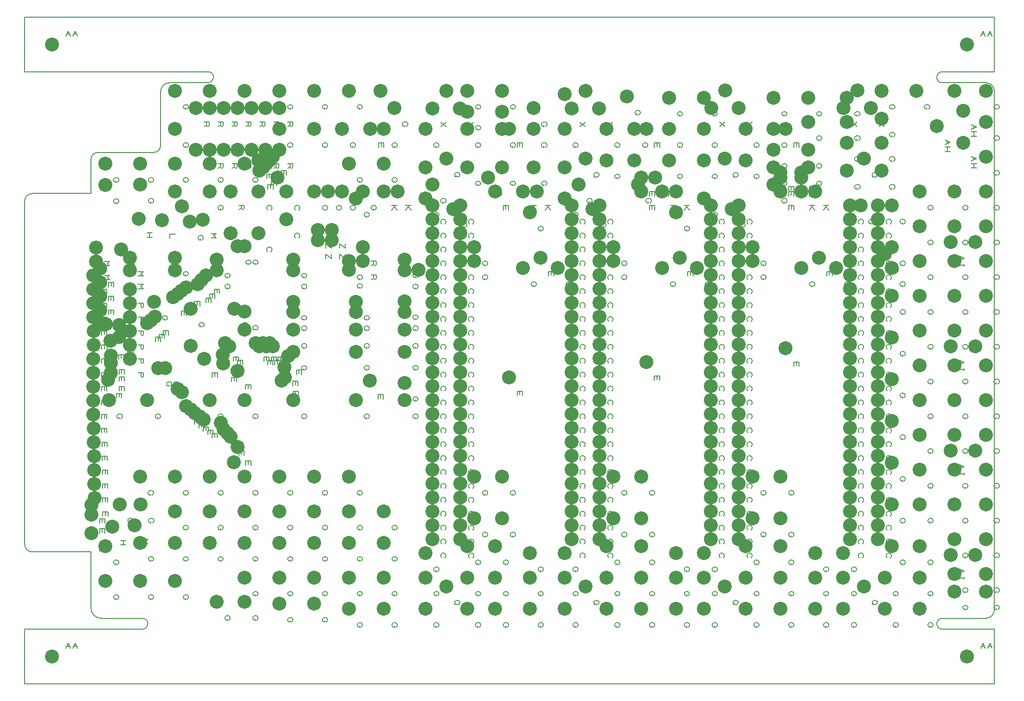
<source format=gbr>
G04 DesignSpark PCB PRO Gerber Version 10.0 Build 5299*
G04 #@! TF.Part,CustomerPanel*
G04 #@! TF.FileFunction,Drillmap*
G04 #@! TF.FilePolarity,Positive*
%FSLAX35Y35*%
%MOIN*%
%ADD10C,0.00500*%
G04 #@! TA.AperFunction,WasherPad*
%ADD95C,0.10000*%
G04 #@! TD.AperFunction*
X0Y0D02*
D02*
D10*
X579249Y416859D02*
X582999Y413733D01*
Y416859D02*
X579249Y413733D01*
X674249Y416859D02*
X677999Y413733D01*
Y416859D02*
X674249Y413733D01*
X378959Y416734D02*
X382709Y413609D01*
Y416734D02*
X378959Y413609D01*
X478927Y416734D02*
X482677Y413609D01*
Y416734D02*
X478927Y413609D01*
X185654Y414523D02*
Y413585D01*
X185341D01*
X184717Y413898D01*
X184404Y414211D01*
X184091Y414835D01*
Y415461D01*
X184404Y416085D01*
X184717Y416398D01*
X185341Y416711D01*
X186591D01*
X187217Y416398D01*
X187529Y416085D01*
X187841Y415461D01*
Y414835D01*
X187529Y414211D01*
X187217Y413898D01*
X186591Y413585D01*
X210654Y414523D02*
Y413585D01*
X210341D01*
X209717Y413898D01*
X209404Y414211D01*
X209091Y414835D01*
Y415461D01*
X209404Y416085D01*
X209717Y416398D01*
X210341Y416711D01*
X211591D01*
X212217Y416398D01*
X212529Y416085D01*
X212841Y415461D01*
Y414835D01*
X212529Y414211D01*
X212217Y413898D01*
X211591Y413585D01*
X235654Y414523D02*
Y413585D01*
X235341D01*
X234717Y413898D01*
X234404Y414211D01*
X234091Y414835D01*
Y415461D01*
X234404Y416085D01*
X234717Y416398D01*
X235341Y416711D01*
X236591D01*
X237217Y416398D01*
X237529Y416085D01*
X237841Y415461D01*
Y414835D01*
X237529Y414211D01*
X237217Y413898D01*
X236591Y413585D01*
X260654Y414523D02*
Y413585D01*
X260341D01*
X259717Y413898D01*
X259404Y414211D01*
X259091Y414835D01*
Y415461D01*
X259404Y416085D01*
X259717Y416398D01*
X260341Y416711D01*
X261591D01*
X262217Y416398D01*
X262529Y416085D01*
X262841Y415461D01*
Y414835D01*
X262529Y414211D01*
X262217Y413898D01*
X261591Y413585D01*
X285654Y414523D02*
Y413585D01*
X285341D01*
X284717Y413898D01*
X284404Y414211D01*
X284091Y414835D01*
Y415461D01*
X284404Y416085D01*
X284717Y416398D01*
X285341Y416711D01*
X286591D01*
X287217Y416398D01*
X287529Y416085D01*
X287841Y415461D01*
Y414835D01*
X287529Y414211D01*
X287217Y413898D01*
X286591Y413585D01*
X310654Y414523D02*
Y413585D01*
X310341D01*
X309717Y413898D01*
X309404Y414211D01*
X309091Y414835D01*
Y415461D01*
X309404Y416085D01*
X309717Y416398D01*
X310341Y416711D01*
X311591D01*
X312217Y416398D01*
X312529Y416085D01*
X312841Y415461D01*
Y414835D01*
X312529Y414211D01*
X312217Y413898D01*
X311591Y413585D01*
X333154Y414523D02*
Y413585D01*
X332841D01*
X332217Y413898D01*
X331904Y414211D01*
X331591Y414835D01*
Y415461D01*
X331904Y416085D01*
X332217Y416398D01*
X332841Y416711D01*
X334091D01*
X334717Y416398D01*
X335029Y416085D01*
X335341Y415461D01*
Y414835D01*
X335029Y414211D01*
X334717Y413898D01*
X334091Y413585D01*
X395654Y414523D02*
Y413585D01*
X395341D01*
X394717Y413898D01*
X394404Y414211D01*
X394091Y414835D01*
Y415461D01*
X394404Y416085D01*
X394717Y416398D01*
X395341Y416711D01*
X396591D01*
X397217Y416398D01*
X397529Y416085D01*
X397841Y415461D01*
Y414835D01*
X397529Y414211D01*
X397217Y413898D01*
X396591Y413585D01*
X420654Y414523D02*
Y413585D01*
X420341D01*
X419717Y413898D01*
X419404Y414211D01*
X419091Y414835D01*
Y415461D01*
X419404Y416085D01*
X419717Y416398D01*
X420341Y416711D01*
X421591D01*
X422217Y416398D01*
X422529Y416085D01*
X422841Y415461D01*
Y414835D01*
X422529Y414211D01*
X422217Y413898D01*
X421591Y413585D01*
X693154Y414523D02*
Y413585D01*
X692841D01*
X692217Y413898D01*
X691904Y414211D01*
X691591Y414835D01*
Y415461D01*
X691904Y416085D01*
X692217Y416398D01*
X692841Y416711D01*
X694091D01*
X694717Y416398D01*
X695029Y416085D01*
X695341Y415461D01*
Y414835D01*
X695029Y414211D01*
X694717Y413898D01*
X694091Y413585D01*
X718154Y414523D02*
Y413585D01*
X717841D01*
X717217Y413898D01*
X716904Y414211D01*
X716591Y414835D01*
Y415461D01*
X716904Y416085D01*
X717217Y416398D01*
X717841Y416711D01*
X719091D01*
X719717Y416398D01*
X720029Y416085D01*
X720341Y415461D01*
Y414835D01*
X720029Y414211D01*
X719717Y413898D01*
X719091Y413585D01*
X745654Y414523D02*
Y413585D01*
X745341D01*
X744717Y413898D01*
X744404Y414211D01*
X744091Y414835D01*
Y415461D01*
X744404Y416085D01*
X744717Y416398D01*
X745341Y416711D01*
X746591D01*
X747217Y416398D01*
X747529Y416085D01*
X747841Y415461D01*
Y414835D01*
X747529Y414211D01*
X747217Y413898D01*
X746591Y413585D01*
X768154Y414523D02*
Y413585D01*
X767841D01*
X767217Y413898D01*
X766904Y414211D01*
X766591Y414835D01*
Y415461D01*
X766904Y416085D01*
X767217Y416398D01*
X767841Y416711D01*
X769091D01*
X769717Y416398D01*
X770029Y416085D01*
X770341Y415461D01*
Y414835D01*
X770029Y414211D01*
X769717Y413898D01*
X769091Y413585D01*
X465654Y412023D02*
Y411085D01*
X465341D01*
X464717Y411398D01*
X464404Y411711D01*
X464091Y412335D01*
Y412961D01*
X464404Y413585D01*
X464717Y413898D01*
X465341Y414211D01*
X466591D01*
X467217Y413898D01*
X467529Y413585D01*
X467841Y412961D01*
Y412335D01*
X467529Y411711D01*
X467217Y411398D01*
X466591Y411085D01*
X510300Y410350D02*
Y409412D01*
X509988D01*
X509363Y409725D01*
X509050Y410037D01*
X508738Y410662D01*
Y411287D01*
X509050Y411912D01*
X509363Y412225D01*
X509988Y412537D01*
X511238D01*
X511863Y412225D01*
X512176Y411912D01*
X512488Y411287D01*
Y410662D01*
X512176Y410037D01*
X511863Y409725D01*
X511238Y409412D01*
X540654Y409523D02*
Y408585D01*
X540341D01*
X539717Y408898D01*
X539404Y409211D01*
X539091Y409835D01*
Y410461D01*
X539404Y411085D01*
X539717Y411398D01*
X540341Y411711D01*
X541591D01*
X542217Y411398D01*
X542529Y411085D01*
X542841Y410461D01*
Y409835D01*
X542529Y409211D01*
X542217Y408898D01*
X541591Y408585D01*
X565654Y409523D02*
Y408585D01*
X565341D01*
X564717Y408898D01*
X564404Y409211D01*
X564091Y409835D01*
Y410461D01*
X564404Y411085D01*
X564717Y411398D01*
X565341Y411711D01*
X566591D01*
X567217Y411398D01*
X567529Y411085D01*
X567841Y410461D01*
Y409835D01*
X567529Y409211D01*
X567217Y408898D01*
X566591Y408585D01*
X615654Y409523D02*
Y408585D01*
X615341D01*
X614717Y408898D01*
X614404Y409211D01*
X614091Y409835D01*
Y410461D01*
X614404Y411085D01*
X614717Y411398D01*
X615341Y411711D01*
X616591D01*
X617217Y411398D01*
X617529Y411085D01*
X617841Y410461D01*
Y409835D01*
X617529Y409211D01*
X617217Y408898D01*
X616591Y408585D01*
X640654Y409523D02*
Y408585D01*
X640341D01*
X639717Y408898D01*
X639404Y409211D01*
X639091Y409835D01*
Y410461D01*
X639404Y411085D01*
X639717Y411398D01*
X640341Y411711D01*
X641591D01*
X642217Y411398D01*
X642529Y411085D01*
X642841Y410461D01*
Y409835D01*
X642529Y409211D01*
X642217Y408898D01*
X641591Y408585D01*
X668154Y409523D02*
Y408585D01*
X667841D01*
X667217Y408898D01*
X666904Y409211D01*
X666591Y409835D01*
Y410461D01*
X666904Y411085D01*
X667217Y411398D01*
X667841Y411711D01*
X669091D01*
X669717Y411398D01*
X670029Y411085D01*
X670341Y410461D01*
Y409835D01*
X670029Y409211D01*
X669717Y408898D01*
X669091Y408585D01*
X569406Y404260D02*
X573156Y401135D01*
Y404260D02*
X569406Y401135D01*
X589091Y404260D02*
X592841Y401135D01*
Y404260D02*
X589091Y401135D01*
X664406Y404260D02*
X668156Y401135D01*
Y404260D02*
X664406Y401135D01*
X684091Y404260D02*
X687841Y401135D01*
Y404260D02*
X684091Y401135D01*
X199091Y404211D02*
X202841D01*
Y402023D01*
X202529Y401398D01*
X201904Y401085D01*
X201279Y401398D01*
X200967Y402023D01*
Y404211D01*
Y402023D02*
X199091Y401085D01*
X209091Y404211D02*
X212841D01*
Y402023D01*
X212529Y401398D01*
X211904Y401085D01*
X211279Y401398D01*
X210967Y402023D01*
Y404211D01*
Y402023D02*
X209091Y401085D01*
X219091Y404211D02*
X222841D01*
Y402023D01*
X222529Y401398D01*
X221904Y401085D01*
X221279Y401398D01*
X220967Y402023D01*
Y404211D01*
Y402023D02*
X219091Y401085D01*
X229091Y404211D02*
X232841D01*
Y402023D01*
X232529Y401398D01*
X231904Y401085D01*
X231279Y401398D01*
X230967Y402023D01*
Y404211D01*
Y402023D02*
X229091Y401085D01*
X239091Y404211D02*
X242841D01*
Y402023D01*
X242529Y401398D01*
X241904Y401085D01*
X241279Y401398D01*
X240967Y402023D01*
Y404211D01*
Y402023D02*
X239091Y401085D01*
X249091Y404211D02*
X252841D01*
Y402023D01*
X252529Y401398D01*
X251904Y401085D01*
X251279Y401398D01*
X250967Y402023D01*
Y404211D01*
Y402023D02*
X249091Y401085D01*
X259091Y404211D02*
X262841D01*
Y402023D01*
X262529Y401398D01*
X261904Y401085D01*
X261279Y401398D01*
X260967Y402023D01*
Y404211D01*
Y402023D02*
X259091Y401085D01*
X343154Y402023D02*
Y401085D01*
X342841D01*
X342217Y401398D01*
X341904Y401711D01*
X341591Y402335D01*
Y402961D01*
X341904Y403585D01*
X342217Y403898D01*
X342841Y404211D01*
X344091D01*
X344717Y403898D01*
X345029Y403585D01*
X345341Y402961D01*
Y402335D01*
X345029Y401711D01*
X344717Y401398D01*
X344091Y401085D01*
X443154Y402023D02*
Y401085D01*
X442841D01*
X442217Y401398D01*
X441904Y401711D01*
X441591Y402335D01*
Y402961D01*
X441904Y403585D01*
X442217Y403898D01*
X442841Y404211D01*
X444091D01*
X444717Y403898D01*
X445029Y403585D01*
X445341Y402961D01*
Y402335D01*
X445029Y401711D01*
X444717Y401398D01*
X444091Y401085D01*
X369117Y404135D02*
X372867Y401010D01*
Y404135D02*
X369117Y401010D01*
X388802Y404135D02*
X392552Y401010D01*
Y404135D02*
X388802Y401010D01*
X469084Y404135D02*
X472834Y401010D01*
Y404135D02*
X469084Y401010D01*
X488769Y404135D02*
X492519Y401010D01*
Y404135D02*
X488769Y401010D01*
X750302Y402252D02*
X754052Y400689D01*
X750302Y399127D01*
X751865Y401627D02*
Y399752D01*
X750302Y397252D02*
X754052D01*
X752177D02*
Y394127D01*
X750302D02*
X754052D01*
X395654Y399523D02*
Y398585D01*
X395341D01*
X394717Y398898D01*
X394404Y399211D01*
X394091Y399835D01*
Y400461D01*
X394404Y401085D01*
X394717Y401398D01*
X395341Y401711D01*
X396591D01*
X397217Y401398D01*
X397529Y401085D01*
X397841Y400461D01*
Y399835D01*
X397529Y399211D01*
X397217Y398898D01*
X396591Y398585D01*
X420654Y399523D02*
Y398585D01*
X420341D01*
X419717Y398898D01*
X419404Y399211D01*
X419091Y399835D01*
Y400461D01*
X419404Y401085D01*
X419717Y401398D01*
X420341Y401711D01*
X421591D01*
X422217Y401398D01*
X422529Y401085D01*
X422841Y400461D01*
Y399835D01*
X422529Y399211D01*
X422217Y398898D01*
X421591Y398585D01*
X693154Y394523D02*
Y393585D01*
X692841D01*
X692217Y393898D01*
X691904Y394211D01*
X691591Y394835D01*
Y395461D01*
X691904Y396085D01*
X692217Y396398D01*
X692841Y396711D01*
X694091D01*
X694717Y396398D01*
X695029Y396085D01*
X695341Y395461D01*
Y394835D01*
X695029Y394211D01*
X694717Y393898D01*
X694091Y393585D01*
X640654Y392023D02*
Y391085D01*
X640341D01*
X639717Y391398D01*
X639404Y391711D01*
X639091Y392335D01*
Y392961D01*
X639404Y393585D01*
X639717Y393898D01*
X640341Y394211D01*
X641591D01*
X642217Y393898D01*
X642529Y393585D01*
X642841Y392961D01*
Y392335D01*
X642529Y391711D01*
X642217Y391398D01*
X641591Y391085D01*
X668154Y392023D02*
Y391085D01*
X667841D01*
X667217Y391398D01*
X666904Y391711D01*
X666591Y392335D01*
Y392961D01*
X666904Y393585D01*
X667217Y393898D01*
X667841Y394211D01*
X669091D01*
X669717Y393898D01*
X670029Y393585D01*
X670341Y392961D01*
Y392335D01*
X670029Y391711D01*
X669717Y391398D01*
X669091Y391085D01*
X768154Y392023D02*
Y391085D01*
X767841D01*
X767217Y391398D01*
X766904Y391711D01*
X766591Y392335D01*
Y392961D01*
X766904Y393585D01*
X767217Y393898D01*
X767841Y394211D01*
X769091D01*
X769717Y393898D01*
X770029Y393585D01*
X770341Y392961D01*
Y392335D01*
X770029Y391711D01*
X769717Y391398D01*
X769091Y391085D01*
X731404Y391228D02*
X735154Y389666D01*
X731404Y388103D01*
X732967Y390603D02*
Y388728D01*
X731404Y386228D02*
X735154D01*
X733280D02*
Y383103D01*
X731404D02*
X735154D01*
X185654Y387023D02*
Y386085D01*
X185341D01*
X184717Y386398D01*
X184404Y386711D01*
X184091Y387335D01*
Y387961D01*
X184404Y388585D01*
X184717Y388898D01*
X185341Y389211D01*
X186591D01*
X187217Y388898D01*
X187529Y388585D01*
X187841Y387961D01*
Y387335D01*
X187529Y386711D01*
X187217Y386398D01*
X186591Y386085D01*
X260654Y387023D02*
Y386085D01*
X260341D01*
X259717Y386398D01*
X259404Y386711D01*
X259091Y387335D01*
Y387961D01*
X259404Y388585D01*
X259717Y388898D01*
X260341Y389211D01*
X261591D01*
X262217Y388898D01*
X262529Y388585D01*
X262841Y387961D01*
Y387335D01*
X262529Y386711D01*
X262217Y386398D01*
X261591Y386085D01*
X285654Y387023D02*
Y386085D01*
X285341D01*
X284717Y386398D01*
X284404Y386711D01*
X284091Y387335D01*
Y387961D01*
X284404Y388585D01*
X284717Y388898D01*
X285341Y389211D01*
X286591D01*
X287217Y388898D01*
X287529Y388585D01*
X287841Y387961D01*
Y387335D01*
X287529Y386711D01*
X287217Y386398D01*
X286591Y386085D01*
X305654Y387023D02*
Y386085D01*
X305341D01*
X304717Y386398D01*
X304404Y386711D01*
X304091Y387335D01*
Y387961D01*
X304404Y388585D01*
X304717Y388898D01*
X305341Y389211D01*
X306591D01*
X307217Y388898D01*
X307529Y388585D01*
X307841Y387961D01*
Y387335D01*
X307529Y386711D01*
X307217Y386398D01*
X306591Y386085D01*
X324466Y389211D02*
X328216D01*
Y386085D01*
X326341Y386711D02*
Y389211D01*
X324466D02*
Y386085D01*
X335654Y387023D02*
Y386085D01*
X335341D01*
X334717Y386398D01*
X334404Y386711D01*
X334091Y387335D01*
Y387961D01*
X334404Y388585D01*
X334717Y388898D01*
X335341Y389211D01*
X336591D01*
X337217Y388898D01*
X337529Y388585D01*
X337841Y387961D01*
Y387335D01*
X337529Y386711D01*
X337217Y386398D01*
X336591Y386085D01*
X365654Y387023D02*
Y386085D01*
X365341D01*
X364717Y386398D01*
X364404Y386711D01*
X364091Y387335D01*
Y387961D01*
X364404Y388585D01*
X364717Y388898D01*
X365341Y389211D01*
X366591D01*
X367217Y388898D01*
X367529Y388585D01*
X367841Y387961D01*
Y387335D01*
X367529Y386711D01*
X367217Y386398D01*
X366591Y386085D01*
X395654Y387023D02*
Y386085D01*
X395341D01*
X394717Y386398D01*
X394404Y386711D01*
X394091Y387335D01*
Y387961D01*
X394404Y388585D01*
X394717Y388898D01*
X395341Y389211D01*
X396591D01*
X397217Y388898D01*
X397529Y388585D01*
X397841Y387961D01*
Y387335D01*
X397529Y386711D01*
X397217Y386398D01*
X396591Y386085D01*
X420654Y387023D02*
Y386085D01*
X420341D01*
X419717Y386398D01*
X419404Y386711D01*
X419091Y387335D01*
Y387961D01*
X419404Y388585D01*
X419717Y388898D01*
X420341Y389211D01*
X421591D01*
X422217Y388898D01*
X422529Y388585D01*
X422841Y387961D01*
Y387335D01*
X422529Y386711D01*
X422217Y386398D01*
X421591Y386085D01*
X424091Y389211D02*
X427841D01*
Y386085D01*
X425967Y386711D02*
Y389211D01*
X424091D02*
Y386085D01*
X443154Y387023D02*
Y386085D01*
X442841D01*
X442217Y386398D01*
X441904Y386711D01*
X441591Y387335D01*
Y387961D01*
X441904Y388585D01*
X442217Y388898D01*
X442841Y389211D01*
X444091D01*
X444717Y388898D01*
X445029Y388585D01*
X445341Y387961D01*
Y387335D01*
X445029Y386711D01*
X444717Y386398D01*
X444091Y386085D01*
X465654Y387023D02*
Y386085D01*
X465341D01*
X464717Y386398D01*
X464404Y386711D01*
X464091Y387335D01*
Y387961D01*
X464404Y388585D01*
X464717Y388898D01*
X465341Y389211D01*
X466591D01*
X467217Y388898D01*
X467529Y388585D01*
X467841Y387961D01*
Y387335D01*
X467529Y386711D01*
X467217Y386398D01*
X466591Y386085D01*
X495654Y387023D02*
Y386085D01*
X495341D01*
X494717Y386398D01*
X494404Y386711D01*
X494091Y387335D01*
Y387961D01*
X494404Y388585D01*
X494717Y388898D01*
X495341Y389211D01*
X496591D01*
X497217Y388898D01*
X497529Y388585D01*
X497841Y387961D01*
Y387335D01*
X497529Y386711D01*
X497217Y386398D01*
X496591Y386085D01*
X515654Y387023D02*
Y386085D01*
X515341D01*
X514717Y386398D01*
X514404Y386711D01*
X514091Y387335D01*
Y387961D01*
X514404Y388585D01*
X514717Y388898D01*
X515341Y389211D01*
X516591D01*
X517217Y388898D01*
X517529Y388585D01*
X517841Y387961D01*
Y387335D01*
X517529Y386711D01*
X517217Y386398D01*
X516591Y386085D01*
X522591Y389211D02*
X526341D01*
Y386085D01*
X524466Y386711D02*
Y389211D01*
X522591D02*
Y386085D01*
X540654Y387023D02*
Y386085D01*
X540341D01*
X539717Y386398D01*
X539404Y386711D01*
X539091Y387335D01*
Y387961D01*
X539404Y388585D01*
X539717Y388898D01*
X540341Y389211D01*
X541591D01*
X542217Y388898D01*
X542529Y388585D01*
X542841Y387961D01*
Y387335D01*
X542529Y386711D01*
X542217Y386398D01*
X541591Y386085D01*
X565654Y387023D02*
Y386085D01*
X565341D01*
X564717Y386398D01*
X564404Y386711D01*
X564091Y387335D01*
Y387961D01*
X564404Y388585D01*
X564717Y388898D01*
X565341Y389211D01*
X566591D01*
X567217Y388898D01*
X567529Y388585D01*
X567841Y387961D01*
Y387335D01*
X567529Y386711D01*
X567217Y386398D01*
X566591Y386085D01*
X595654Y387023D02*
Y386085D01*
X595341D01*
X594717Y386398D01*
X594404Y386711D01*
X594091Y387335D01*
Y387961D01*
X594404Y388585D01*
X594717Y388898D01*
X595341Y389211D01*
X596591D01*
X597217Y388898D01*
X597529Y388585D01*
X597841Y387961D01*
Y387335D01*
X597529Y386711D01*
X597217Y386398D01*
X596591Y386085D01*
X615654Y387023D02*
Y386085D01*
X615341D01*
X614717Y386398D01*
X614404Y386711D01*
X614091Y387335D01*
Y387961D01*
X614404Y388585D01*
X614717Y388898D01*
X615341Y389211D01*
X616591D01*
X617217Y388898D01*
X617529Y388585D01*
X617841Y387961D01*
Y387335D01*
X617529Y386711D01*
X617217Y386398D01*
X616591Y386085D01*
X622841Y389211D02*
X626591D01*
Y386085D01*
X624717Y386711D02*
Y389211D01*
X622841D02*
Y386085D01*
X750302Y379417D02*
X754052Y377855D01*
X750302Y376292D01*
X751865Y378792D02*
Y376917D01*
X750302Y374417D02*
X754052D01*
X752177D02*
Y371292D01*
X750302D02*
X754052D01*
X668154Y377023D02*
Y376085D01*
X667841D01*
X667217Y376398D01*
X666904Y376711D01*
X666591Y377335D01*
Y377961D01*
X666904Y378585D01*
X667217Y378898D01*
X667841Y379211D01*
X669091D01*
X669717Y378898D01*
X670029Y378585D01*
X670341Y377961D01*
Y377335D01*
X670029Y376711D01*
X669717Y376398D01*
X669091Y376085D01*
X693154Y377023D02*
Y376085D01*
X692841D01*
X692217Y376398D01*
X691904Y376711D01*
X691591Y377335D01*
Y377961D01*
X691904Y378585D01*
X692217Y378898D01*
X692841Y379211D01*
X694091D01*
X694717Y378898D01*
X695029Y378585D01*
X695341Y377961D01*
Y377335D01*
X695029Y376711D01*
X694717Y376398D01*
X694091Y376085D01*
X199091Y374211D02*
X202841D01*
Y372023D01*
X202529Y371398D01*
X201904Y371085D01*
X201279Y371398D01*
X200967Y372023D01*
Y374211D01*
Y372023D02*
X199091Y371085D01*
X209091Y374211D02*
X212841D01*
Y372023D01*
X212529Y371398D01*
X211904Y371085D01*
X211279Y371398D01*
X210967Y372023D01*
Y374211D01*
Y372023D02*
X209091Y371085D01*
X219091Y374211D02*
X222841D01*
Y372023D01*
X222529Y371398D01*
X221904Y371085D01*
X221279Y371398D01*
X220967Y372023D01*
Y374211D01*
Y372023D02*
X219091Y371085D01*
X229091Y374211D02*
X232841D01*
Y372023D01*
X232529Y371398D01*
X231904Y371085D01*
X231279Y371398D01*
X230967Y372023D01*
Y374211D01*
Y372023D02*
X229091Y371085D01*
X239091Y374211D02*
X242841D01*
Y372023D01*
X242529Y371398D01*
X241904Y371085D01*
X241279Y371398D01*
X240967Y372023D01*
Y374211D01*
Y372023D02*
X239091Y371085D01*
X249091Y374211D02*
X252841D01*
Y372023D01*
X252529Y371398D01*
X251904Y371085D01*
X251279Y371398D01*
X250967Y372023D01*
Y374211D01*
Y372023D02*
X249091Y371085D01*
X259091Y374211D02*
X262841D01*
Y372023D01*
X262529Y371398D01*
X261904Y371085D01*
X261279Y371398D01*
X260967Y372023D01*
Y374211D01*
Y372023D02*
X259091Y371085D01*
X615654Y372023D02*
Y371085D01*
X615341D01*
X614717Y371398D01*
X614404Y371711D01*
X614091Y372335D01*
Y372961D01*
X614404Y373585D01*
X614717Y373898D01*
X615341Y374211D01*
X616591D01*
X617217Y373898D01*
X617529Y373585D01*
X617841Y372961D01*
Y372335D01*
X617529Y371711D01*
X617217Y371398D01*
X616591Y371085D01*
X640654Y372023D02*
Y371085D01*
X640341D01*
X639717Y371398D01*
X639404Y371711D01*
X639091Y372335D01*
Y372961D01*
X639404Y373585D01*
X639717Y373898D01*
X640341Y374211D01*
X641591D01*
X642217Y373898D01*
X642529Y373585D01*
X642841Y372961D01*
Y372335D01*
X642529Y371711D01*
X642217Y371398D01*
X641591Y371085D01*
X768154Y367023D02*
Y366085D01*
X767841D01*
X767217Y366398D01*
X766904Y366711D01*
X766591Y367335D01*
Y367961D01*
X766904Y368585D01*
X767217Y368898D01*
X767841Y369211D01*
X769091D01*
X769717Y368898D01*
X770029Y368585D01*
X770341Y367961D01*
Y367335D01*
X770029Y366711D01*
X769717Y366398D01*
X769091Y366085D01*
X254514Y369191D02*
X258264D01*
Y366065D01*
X256389Y366691D02*
Y369191D01*
X254514D02*
Y366065D01*
X380341Y367970D02*
X381591D01*
X382216Y367658D01*
X382528Y367345D01*
X382841Y366720D01*
Y366095D01*
X382528Y365470D01*
X382216Y365158D01*
X381591Y364845D01*
X380341D01*
X379716Y365158D01*
X379403Y365470D01*
X379091Y366095D01*
Y366720D01*
X379403Y367345D01*
X379716Y367658D01*
X380341Y367970D01*
X380028Y365783D02*
X379091Y364845D01*
X480341Y367948D02*
X481591D01*
X482216Y367635D01*
X482528Y367323D01*
X482841Y366698D01*
Y366073D01*
X482528Y365448D01*
X482216Y365135D01*
X481591Y364823D01*
X480341D01*
X479716Y365135D01*
X479403Y365448D01*
X479091Y366073D01*
Y366698D01*
X479403Y367323D01*
X479716Y367635D01*
X480341Y367948D01*
X480028Y365761D02*
X479091Y364823D01*
X580342Y367948D02*
X581592D01*
X582217Y367635D01*
X582530Y367322D01*
X582842Y366698D01*
Y366072D01*
X582530Y365448D01*
X582217Y365135D01*
X581592Y364822D01*
X580342D01*
X579717Y365135D01*
X579404Y365448D01*
X579092Y366072D01*
Y366698D01*
X579404Y367322D01*
X579717Y367635D01*
X580342Y367948D01*
X580030Y365760D02*
X579092Y364822D01*
X680342Y367948D02*
X681592D01*
X682217Y367635D01*
X682530Y367322D01*
X682842Y366698D01*
Y366072D01*
X682530Y365448D01*
X682217Y365135D01*
X681592Y364822D01*
X680342D01*
X679717Y365135D01*
X679404Y365448D01*
X679092Y366072D01*
Y366698D01*
X679404Y367322D01*
X679717Y367635D01*
X680342Y367948D01*
X680030Y365760D02*
X679092Y364822D01*
X244030Y366711D02*
X247780D01*
Y363585D01*
X245906Y364211D02*
Y366711D01*
X244030D02*
Y363585D01*
X252143Y366711D02*
X255893D01*
Y363585D01*
X254018Y364211D02*
Y366711D01*
X252143D02*
Y363585D01*
X495654Y364523D02*
Y363585D01*
X495341D01*
X494717Y363898D01*
X494404Y364211D01*
X494091Y364835D01*
Y365461D01*
X494404Y366085D01*
X494717Y366398D01*
X495341Y366711D01*
X496591D01*
X497217Y366398D01*
X497529Y366085D01*
X497841Y365461D01*
Y364835D01*
X497529Y364211D01*
X497217Y363898D01*
X496591Y363585D01*
X515654Y364523D02*
Y363585D01*
X515341D01*
X514717Y363898D01*
X514404Y364211D01*
X514091Y364835D01*
Y365461D01*
X514404Y366085D01*
X514717Y366398D01*
X515341Y366711D01*
X516591D01*
X517217Y366398D01*
X517529Y366085D01*
X517841Y365461D01*
Y364835D01*
X517529Y364211D01*
X517217Y363898D01*
X516591Y363585D01*
X540654Y364523D02*
Y363585D01*
X540341D01*
X539717Y363898D01*
X539404Y364211D01*
X539091Y364835D01*
Y365461D01*
X539404Y366085D01*
X539717Y366398D01*
X540341Y366711D01*
X541591D01*
X542217Y366398D01*
X542529Y366085D01*
X542841Y365461D01*
Y364835D01*
X542529Y364211D01*
X542217Y363898D01*
X541591Y363585D01*
X565654Y364523D02*
Y363585D01*
X565341D01*
X564717Y363898D01*
X564404Y364211D01*
X564091Y364835D01*
Y365461D01*
X564404Y366085D01*
X564717Y366398D01*
X565341Y366711D01*
X566591D01*
X567217Y366398D01*
X567529Y366085D01*
X567841Y365461D01*
Y364835D01*
X567529Y364211D01*
X567217Y363898D01*
X566591Y363585D01*
X595654Y364523D02*
Y363585D01*
X595341D01*
X594717Y363898D01*
X594404Y364211D01*
X594091Y364835D01*
Y365461D01*
X594404Y366085D01*
X594717Y366398D01*
X595341Y366711D01*
X596591D01*
X597217Y366398D01*
X597529Y366085D01*
X597841Y365461D01*
Y364835D01*
X597529Y364211D01*
X597217Y363898D01*
X596591Y363585D01*
X135653Y362023D02*
Y361085D01*
X135341D01*
X134716Y361398D01*
X134403Y361711D01*
X134091Y362335D01*
Y362961D01*
X134403Y363585D01*
X134716Y363898D01*
X135341Y364211D01*
X136591D01*
X137216Y363898D01*
X137528Y363585D01*
X137841Y362961D01*
Y362335D01*
X137528Y361711D01*
X137216Y361398D01*
X136591Y361085D01*
X160653Y362023D02*
Y361085D01*
X160341D01*
X159716Y361398D01*
X159403Y361711D01*
X159091Y362335D01*
Y362961D01*
X159403Y363585D01*
X159716Y363898D01*
X160341Y364211D01*
X161591D01*
X162216Y363898D01*
X162528Y363585D01*
X162841Y362961D01*
Y362335D01*
X162528Y361711D01*
X162216Y361398D01*
X161591Y361085D01*
X185654Y362023D02*
Y361085D01*
X185341D01*
X184717Y361398D01*
X184404Y361711D01*
X184091Y362335D01*
Y362961D01*
X184404Y363585D01*
X184717Y363898D01*
X185341Y364211D01*
X186591D01*
X187217Y363898D01*
X187529Y363585D01*
X187841Y362961D01*
Y362335D01*
X187529Y361711D01*
X187217Y361398D01*
X186591Y361085D01*
X210654Y362023D02*
Y361085D01*
X210341D01*
X209717Y361398D01*
X209404Y361711D01*
X209091Y362335D01*
Y362961D01*
X209404Y363585D01*
X209717Y363898D01*
X210341Y364211D01*
X211591D01*
X212217Y363898D01*
X212529Y363585D01*
X212841Y362961D01*
Y362335D01*
X212529Y361711D01*
X212217Y361398D01*
X211591Y361085D01*
X235654Y362023D02*
Y361085D01*
X235341D01*
X234717Y361398D01*
X234404Y361711D01*
X234091Y362335D01*
Y362961D01*
X234404Y363585D01*
X234717Y363898D01*
X235341Y364211D01*
X236591D01*
X237217Y363898D01*
X237529Y363585D01*
X237841Y362961D01*
Y362335D01*
X237529Y361711D01*
X237217Y361398D01*
X236591Y361085D01*
X249771Y364211D02*
X253521D01*
Y361085D01*
X251646Y361711D02*
Y364211D01*
X249771D02*
Y361085D01*
X310654Y362023D02*
Y361085D01*
X310341D01*
X309717Y361398D01*
X309404Y361711D01*
X309091Y362335D01*
Y362961D01*
X309404Y363585D01*
X309717Y363898D01*
X310341Y364211D01*
X311591D01*
X312217Y363898D01*
X312529Y363585D01*
X312841Y362961D01*
Y362335D01*
X312529Y361711D01*
X312217Y361398D01*
X311591Y361085D01*
X335654Y362023D02*
Y361085D01*
X335341D01*
X334717Y361398D01*
X334404Y361711D01*
X334091Y362335D01*
Y362961D01*
X334404Y363585D01*
X334717Y363898D01*
X335341Y364211D01*
X336591D01*
X337217Y363898D01*
X337529Y363585D01*
X337841Y362961D01*
Y362335D01*
X337529Y361711D01*
X337217Y361398D01*
X336591Y361085D01*
X247400Y361711D02*
X251150D01*
Y358585D01*
X249275Y359211D02*
Y361711D01*
X247400D02*
Y358585D01*
X365654Y359523D02*
Y358585D01*
X365341D01*
X364717Y358898D01*
X364404Y359211D01*
X364091Y359835D01*
Y360461D01*
X364404Y361085D01*
X364717Y361398D01*
X365341Y361711D01*
X366591D01*
X367217Y361398D01*
X367529Y361085D01*
X367841Y360461D01*
Y359835D01*
X367529Y359211D01*
X367217Y358898D01*
X366591Y358585D01*
X395654Y359523D02*
Y358585D01*
X395341D01*
X394717Y358898D01*
X394404Y359211D01*
X394091Y359835D01*
Y360461D01*
X394404Y361085D01*
X394717Y361398D01*
X395341Y361711D01*
X396591D01*
X397217Y361398D01*
X397529Y361085D01*
X397841Y360461D01*
Y359835D01*
X397529Y359211D01*
X397217Y358898D01*
X396591Y358585D01*
X420654Y359523D02*
Y358585D01*
X420341D01*
X419717Y358898D01*
X419404Y359211D01*
X419091Y359835D01*
Y360461D01*
X419404Y361085D01*
X419717Y361398D01*
X420341Y361711D01*
X421591D01*
X422217Y361398D01*
X422529Y361085D01*
X422841Y360461D01*
Y359835D01*
X422529Y359211D01*
X422217Y358898D01*
X421591Y358585D01*
X443154Y359523D02*
Y358585D01*
X442841D01*
X442217Y358898D01*
X441904Y359211D01*
X441591Y359835D01*
Y360461D01*
X441904Y361085D01*
X442217Y361398D01*
X442841Y361711D01*
X444091D01*
X444717Y361398D01*
X445029Y361085D01*
X445341Y360461D01*
Y359835D01*
X445029Y359211D01*
X444717Y358898D01*
X444091Y358585D01*
X465654Y359523D02*
Y358585D01*
X465341D01*
X464717Y358898D01*
X464404Y359211D01*
X464091Y359835D01*
Y360461D01*
X464404Y361085D01*
X464717Y361398D01*
X465341Y361711D01*
X466591D01*
X467217Y361398D01*
X467529Y361085D01*
X467841Y360461D01*
Y359835D01*
X467529Y359211D01*
X467217Y358898D01*
X466591Y358585D01*
X615654Y359523D02*
Y358585D01*
X615341D01*
X614717Y358898D01*
X614404Y359211D01*
X614091Y359835D01*
Y360461D01*
X614404Y361085D01*
X614717Y361398D01*
X615341Y361711D01*
X616591D01*
X617217Y361398D01*
X617529Y361085D01*
X617841Y360461D01*
Y359835D01*
X617529Y359211D01*
X617217Y358898D01*
X616591Y358585D01*
X640654Y359523D02*
Y358585D01*
X640341D01*
X639717Y358898D01*
X639404Y359211D01*
X639091Y359835D01*
Y360461D01*
X639404Y361085D01*
X639717Y361398D01*
X640341Y361711D01*
X641591D01*
X642217Y361398D01*
X642529Y361085D01*
X642841Y360461D01*
Y359835D01*
X642529Y359211D01*
X642217Y358898D01*
X641591Y358585D01*
X244904Y359211D02*
X248654D01*
Y356085D01*
X246779Y356711D02*
Y359211D01*
X244904D02*
Y356085D01*
X668154Y357023D02*
Y356085D01*
X667841D01*
X667217Y356398D01*
X666904Y356711D01*
X666591Y357335D01*
Y357961D01*
X666904Y358585D01*
X667217Y358898D01*
X667841Y359211D01*
X669091D01*
X669717Y358898D01*
X670029Y358585D01*
X670341Y357961D01*
Y357335D01*
X670029Y356711D01*
X669717Y356398D01*
X669091Y356085D01*
X693154Y357023D02*
Y356085D01*
X692841D01*
X692217Y356398D01*
X691904Y356711D01*
X691591Y357335D01*
Y357961D01*
X691904Y358585D01*
X692217Y358898D01*
X692841Y359211D01*
X694091D01*
X694717Y358898D01*
X695029Y358585D01*
X695341Y357961D01*
Y357335D01*
X695029Y356711D01*
X694717Y356398D01*
X694091Y356085D01*
X619091Y357961D02*
X622841D01*
Y354835D01*
X620967Y355461D02*
Y357961D01*
X619091D02*
Y354835D01*
X634091Y357961D02*
X637841D01*
Y354835D01*
X635967Y355461D02*
Y357961D01*
X634091D02*
Y354835D01*
X259404Y352023D02*
Y351085D01*
X259091D01*
X258467Y351398D01*
X258154Y351711D01*
X257841Y352335D01*
Y352961D01*
X258154Y353585D01*
X258467Y353898D01*
X259091Y354211D01*
X260341D01*
X260967Y353898D01*
X261279Y353585D01*
X261591Y352961D01*
Y352335D01*
X261279Y351711D01*
X260967Y351398D01*
X260341Y351085D01*
X410654Y352023D02*
Y351085D01*
X410341D01*
X409717Y351398D01*
X409404Y351711D01*
X409091Y352335D01*
Y352961D01*
X409404Y353585D01*
X409717Y353898D01*
X410341Y354211D01*
X411591D01*
X412217Y353898D01*
X412529Y353585D01*
X412841Y352961D01*
Y352335D01*
X412529Y351711D01*
X412217Y351398D01*
X411591Y351085D01*
X519091Y354211D02*
X522841D01*
Y351085D01*
X520967Y351711D02*
Y354211D01*
X519091D02*
Y351085D01*
X529091Y354211D02*
X532841D01*
Y351085D01*
X530967Y351711D02*
Y354211D01*
X529091D02*
Y351085D01*
X619091Y354211D02*
X622841D01*
Y351085D01*
X620967Y351711D02*
Y354211D01*
X619091D02*
Y351085D01*
X634091Y354211D02*
X637841D01*
Y351085D01*
X635967Y351711D02*
Y354211D01*
X634091D02*
Y351085D01*
X160654Y347023D02*
Y346085D01*
X160341D01*
X159717Y346398D01*
X159404Y346711D01*
X159091Y347335D01*
Y347961D01*
X159404Y348585D01*
X159717Y348898D01*
X160341Y349211D01*
X161591D01*
X162217Y348898D01*
X162529Y348585D01*
X162841Y347961D01*
Y347335D01*
X162529Y346711D01*
X162217Y346398D01*
X161591Y346085D01*
X370654Y347023D02*
Y346085D01*
X370341D01*
X369717Y346398D01*
X369404Y346711D01*
X369091Y347335D01*
Y347961D01*
X369404Y348585D01*
X369717Y348898D01*
X370341Y349211D01*
X371591D01*
X372217Y348898D01*
X372529Y348585D01*
X372841Y347961D01*
Y347335D01*
X372529Y346711D01*
X372217Y346398D01*
X371591Y346085D01*
X475654Y347023D02*
Y346085D01*
X475341D01*
X474717Y346398D01*
X474404Y346711D01*
X474091Y347335D01*
Y347961D01*
X474404Y348585D01*
X474717Y348898D01*
X475341Y349211D01*
X476591D01*
X477217Y348898D01*
X477529Y348585D01*
X477841Y347961D01*
Y347335D01*
X477529Y346711D01*
X477217Y346398D01*
X476591Y346085D01*
X518154Y347023D02*
Y346085D01*
X517841D01*
X517217Y346398D01*
X516904Y346711D01*
X516591Y347335D01*
Y347961D01*
X516904Y348585D01*
X517217Y348898D01*
X517841Y349211D01*
X519091D01*
X519717Y348898D01*
X520029Y348585D01*
X520341Y347961D01*
Y347335D01*
X520029Y346711D01*
X519717Y346398D01*
X519091Y346085D01*
X615654Y347023D02*
Y346085D01*
X615341D01*
X614717Y346398D01*
X614404Y346711D01*
X614091Y347335D01*
Y347961D01*
X614404Y348585D01*
X614717Y348898D01*
X615341Y349211D01*
X616591D01*
X617217Y348898D01*
X617529Y348585D01*
X617841Y347961D01*
Y347335D01*
X617529Y346711D01*
X617217Y346398D01*
X616591Y346085D01*
X135653Y346746D02*
Y345809D01*
X135341D01*
X134716Y346121D01*
X134403Y346434D01*
X134091Y347059D01*
Y347684D01*
X134403Y348309D01*
X134716Y348621D01*
X135341Y348934D01*
X136591D01*
X137216Y348621D01*
X137528Y348309D01*
X137841Y347684D01*
Y347059D01*
X137528Y346434D01*
X137216Y346121D01*
X136591Y345809D01*
X224091Y344355D02*
X227841D01*
Y342167D01*
X227529Y341542D01*
X226904Y341230D01*
X226279Y341542D01*
X225967Y342167D01*
Y344355D01*
Y342167D02*
X224091Y341230D01*
X244640Y341128D02*
X244327Y341441D01*
X244015Y342066D01*
Y343004D01*
X244327Y343628D01*
X244640Y343941D01*
X245265Y344254D01*
X246515D01*
X247140Y343941D01*
X247452Y343628D01*
X247765Y343004D01*
Y342066D01*
X247452Y341441D01*
X247140Y341128D01*
X264640D02*
X264327Y341441D01*
X264015Y342066D01*
Y343004D01*
X264327Y343628D01*
X264640Y343941D01*
X265265Y344254D01*
X266515D01*
X267140Y343941D01*
X267452Y343628D01*
X267765Y343004D01*
Y342066D01*
X267452Y341441D01*
X267140Y341128D01*
X285311Y344230D02*
X286561D01*
X287186Y343917D01*
X287498Y343605D01*
X287811Y342980D01*
Y342355D01*
X287498Y341730D01*
X287186Y341417D01*
X286561Y341105D01*
X285311D01*
X284686Y341417D01*
X284373Y341730D01*
X284061Y342355D01*
Y342980D01*
X284373Y343605D01*
X284686Y343917D01*
X285311Y344230D01*
X295311D02*
X296561D01*
X297186Y343917D01*
X297498Y343605D01*
X297811Y342980D01*
Y342355D01*
X297498Y341730D01*
X297186Y341417D01*
X296561Y341105D01*
X295311D01*
X294686Y341417D01*
X294373Y341730D01*
X294061Y342355D01*
Y342980D01*
X294373Y343605D01*
X294686Y343917D01*
X295311Y344230D01*
X305311D02*
X306561D01*
X307186Y343917D01*
X307498Y343605D01*
X307811Y342980D01*
Y342355D01*
X307498Y341730D01*
X307186Y341417D01*
X306561Y341105D01*
X305311D01*
X304686Y341417D01*
X304373Y341730D01*
X304061Y342355D01*
Y342980D01*
X304373Y343605D01*
X304686Y343917D01*
X305311Y344230D01*
X185654Y342023D02*
Y341085D01*
X185341D01*
X184717Y341398D01*
X184404Y341711D01*
X184091Y342335D01*
Y342961D01*
X184404Y343585D01*
X184717Y343898D01*
X185341Y344211D01*
X186591D01*
X187217Y343898D01*
X187529Y343585D01*
X187841Y342961D01*
Y342335D01*
X187529Y341711D01*
X187217Y341398D01*
X186591Y341085D01*
X210654Y342023D02*
Y341085D01*
X210341D01*
X209717Y341398D01*
X209404Y341711D01*
X209091Y342335D01*
Y342961D01*
X209404Y343585D01*
X209717Y343898D01*
X210341Y344211D01*
X211591D01*
X212217Y343898D01*
X212529Y343585D01*
X212841Y342961D01*
Y342335D01*
X212529Y341711D01*
X212217Y341398D01*
X211591Y341085D01*
X320654Y342023D02*
Y341085D01*
X320341D01*
X319717Y341398D01*
X319404Y341711D01*
X319091Y342335D01*
Y342961D01*
X319404Y343585D01*
X319717Y343898D01*
X320341Y344211D01*
X321591D01*
X322217Y343898D01*
X322529Y343585D01*
X322841Y342961D01*
Y342335D01*
X322529Y341711D01*
X322217Y341398D01*
X321591Y341085D01*
X333915Y344211D02*
X337665D01*
X335790D02*
Y343273D01*
X337665Y341085D01*
X335790Y343273D02*
X333915Y341085D01*
X343915Y344211D02*
X347665D01*
X345790D02*
Y343273D01*
X347665Y341085D01*
X345790Y343273D02*
X343915Y341085D01*
X414091Y344211D02*
X417841D01*
Y341085D01*
X415967Y341711D02*
Y344211D01*
X414091D02*
Y341085D01*
X434132Y344211D02*
X437882D01*
X436007D02*
Y343273D01*
X437882Y341085D01*
X436007Y343273D02*
X434132Y341085D01*
X444132Y344211D02*
X447882D01*
X446007D02*
Y343273D01*
X447882Y341085D01*
X446007Y343273D02*
X444132Y341085D01*
X519091Y344211D02*
X522841D01*
Y341085D01*
X520967Y341711D02*
Y344211D01*
X519091D02*
Y341085D01*
X534091Y344211D02*
X537841D01*
X535967D02*
Y343273D01*
X537841Y341085D01*
X535967Y343273D02*
X534091Y341085D01*
X544091Y344211D02*
X547841D01*
X545967D02*
Y343273D01*
X547841Y341085D01*
X545967Y343273D02*
X544091Y341085D01*
X619114Y344211D02*
X622864D01*
Y341085D01*
X620989Y341711D02*
Y344211D01*
X619114D02*
Y341085D01*
X634024Y344211D02*
X637774D01*
X635900D02*
Y343273D01*
X637774Y341085D01*
X635900Y343273D02*
X634024Y341085D01*
X644024Y344211D02*
X647774D01*
X645900D02*
Y343273D01*
X647774Y341085D01*
X645900Y343273D02*
X644024Y341085D01*
X720654Y342023D02*
Y341085D01*
X720341D01*
X719717Y341398D01*
X719404Y341711D01*
X719091Y342335D01*
Y342961D01*
X719404Y343585D01*
X719717Y343898D01*
X720341Y344211D01*
X721591D01*
X722217Y343898D01*
X722529Y343585D01*
X722841Y342961D01*
Y342335D01*
X722529Y341711D01*
X722217Y341398D01*
X721591Y341085D01*
X745654Y342023D02*
Y341085D01*
X745341D01*
X744717Y341398D01*
X744404Y341711D01*
X744091Y342335D01*
Y342961D01*
X744404Y343585D01*
X744717Y343898D01*
X745341Y344211D01*
X746591D01*
X747217Y343898D01*
X747529Y343585D01*
X747841Y342961D01*
Y342335D01*
X747529Y341711D01*
X747217Y341398D01*
X746591Y341085D01*
X768154Y342023D02*
Y341085D01*
X767841D01*
X767217Y341398D01*
X766904Y341711D01*
X766591Y342335D01*
Y342961D01*
X766904Y343585D01*
X767217Y343898D01*
X767841Y344211D01*
X769091D01*
X769717Y343898D01*
X770029Y343585D01*
X770341Y342961D01*
Y342335D01*
X770029Y341711D01*
X769717Y341398D01*
X769091Y341085D01*
X315654Y337023D02*
Y336085D01*
X315341D01*
X314717Y336398D01*
X314404Y336711D01*
X314091Y337335D01*
Y337961D01*
X314404Y338585D01*
X314717Y338898D01*
X315341Y339211D01*
X316591D01*
X317217Y338898D01*
X317529Y338585D01*
X317841Y337961D01*
Y337335D01*
X317529Y336711D01*
X317217Y336398D01*
X316591Y336085D01*
X365654Y337023D02*
Y336085D01*
X365341D01*
X364717Y336398D01*
X364404Y336711D01*
X364091Y337335D01*
Y337961D01*
X364404Y338585D01*
X364717Y338898D01*
X365341Y339211D01*
X366591D01*
X367217Y338898D01*
X367529Y338585D01*
X367841Y337961D01*
Y337335D01*
X367529Y336711D01*
X367217Y336398D01*
X366591Y336085D01*
X465654Y337023D02*
Y336085D01*
X465341D01*
X464717Y336398D01*
X464404Y336711D01*
X464091Y337335D01*
Y337961D01*
X464404Y338585D01*
X464717Y338898D01*
X465341Y339211D01*
X466591D01*
X467217Y338898D01*
X467529Y338585D01*
X467841Y337961D01*
Y337335D01*
X467529Y336711D01*
X467217Y336398D01*
X466591Y336085D01*
X565654Y337023D02*
Y336085D01*
X565341D01*
X564717Y336398D01*
X564404Y336711D01*
X564091Y337335D01*
Y337961D01*
X564404Y338585D01*
X564717Y338898D01*
X565341Y339211D01*
X566591D01*
X567217Y338898D01*
X567529Y338585D01*
X567841Y337961D01*
Y337335D01*
X567529Y336711D01*
X567217Y336398D01*
X566591Y336085D01*
X369716Y331085D02*
X369403Y331398D01*
X369091Y332023D01*
Y332961D01*
X369403Y333585D01*
X369716Y333898D01*
X370341Y334211D01*
X371591D01*
X372216Y333898D01*
X372528Y333585D01*
X372841Y332961D01*
Y332023D01*
X372528Y331398D01*
X372216Y331085D01*
X389716D02*
X389403Y331398D01*
X389091Y332023D01*
Y332961D01*
X389403Y333585D01*
X389716Y333898D01*
X390341Y334211D01*
X391591D01*
X392216Y333898D01*
X392528Y333585D01*
X392841Y332961D01*
Y332023D01*
X392528Y331398D01*
X392216Y331085D01*
X678154Y332023D02*
Y331085D01*
X677841D01*
X677217Y331398D01*
X676904Y331711D01*
X676591Y332335D01*
Y332961D01*
X676904Y333585D01*
X677217Y333898D01*
X677841Y334211D01*
X679091D01*
X679717Y333898D01*
X680029Y333585D01*
X680341Y332961D01*
Y332335D01*
X680029Y331711D01*
X679717Y331398D01*
X679091Y331085D01*
X700654Y332023D02*
Y331085D01*
X700341D01*
X699717Y331398D01*
X699404Y331711D01*
X699091Y332335D01*
Y332961D01*
X699404Y333585D01*
X699717Y333898D01*
X700341Y334211D01*
X701591D01*
X702217Y333898D01*
X702529Y333585D01*
X702841Y332961D01*
Y332335D01*
X702529Y331711D01*
X702217Y331398D01*
X701591Y331085D01*
X469716Y331063D02*
X469403Y331376D01*
X469091Y332001D01*
Y332938D01*
X469403Y333563D01*
X469716Y333876D01*
X470341Y334188D01*
X471591D01*
X472216Y333876D01*
X472528Y333563D01*
X472841Y332938D01*
Y332001D01*
X472528Y331376D01*
X472216Y331063D01*
X489716D02*
X489403Y331376D01*
X489091Y332001D01*
Y332938D01*
X489403Y333563D01*
X489716Y333876D01*
X490341Y334188D01*
X491591D01*
X492216Y333876D01*
X492528Y333563D01*
X492841Y332938D01*
Y332001D01*
X492528Y331376D01*
X492216Y331063D01*
X569717Y331063D02*
X569404Y331375D01*
X569092Y332000D01*
Y332938D01*
X569404Y333563D01*
X569717Y333875D01*
X570342Y334188D01*
X571592D01*
X572217Y333875D01*
X572530Y333563D01*
X572842Y332938D01*
Y332000D01*
X572530Y331375D01*
X572217Y331063D01*
X589717D02*
X589404Y331375D01*
X589092Y332000D01*
Y332938D01*
X589404Y333563D01*
X589717Y333875D01*
X590342Y334188D01*
X591592D01*
X592217Y333875D01*
X592530Y333563D01*
X592842Y332938D01*
Y332000D01*
X592530Y331375D01*
X592217Y331063D01*
X669717D02*
X669404Y331375D01*
X669092Y332000D01*
Y332938D01*
X669404Y333563D01*
X669717Y333875D01*
X670342Y334188D01*
X671592D01*
X672217Y333875D01*
X672530Y333563D01*
X672842Y332938D01*
Y332000D01*
X672530Y331375D01*
X672217Y331063D01*
X689717D02*
X689404Y331375D01*
X689092Y332000D01*
Y332938D01*
X689404Y333563D01*
X689717Y333875D01*
X690342Y334188D01*
X691592D01*
X692217Y333875D01*
X692530Y333563D01*
X692842Y332938D01*
Y332000D01*
X692530Y331375D01*
X692217Y331063D01*
X189091Y333787D02*
X192841D01*
X190967Y332225D01*
X192841Y330662D01*
X189091D01*
X385654Y329523D02*
Y328585D01*
X385341D01*
X384717Y328898D01*
X384404Y329211D01*
X384091Y329835D01*
Y330461D01*
X384404Y331085D01*
X384717Y331398D01*
X385341Y331711D01*
X386591D01*
X387217Y331398D01*
X387529Y331085D01*
X387841Y330461D01*
Y329835D01*
X387529Y329211D01*
X387217Y328898D01*
X386591Y328585D01*
X485654Y329523D02*
Y328585D01*
X485341D01*
X484717Y328898D01*
X484404Y329211D01*
X484091Y329835D01*
Y330461D01*
X484404Y331085D01*
X484717Y331398D01*
X485341Y331711D01*
X486591D01*
X487217Y331398D01*
X487529Y331085D01*
X487841Y330461D01*
Y329835D01*
X487529Y329211D01*
X487217Y328898D01*
X486591Y328585D01*
X585654Y329523D02*
Y328585D01*
X585341D01*
X584717Y328898D01*
X584404Y329211D01*
X584091Y329835D01*
Y330461D01*
X584404Y331085D01*
X584717Y331398D01*
X585341Y331711D01*
X586591D01*
X587217Y331398D01*
X587529Y331085D01*
X587841Y330461D01*
Y329835D01*
X587529Y329211D01*
X587217Y328898D01*
X586591Y328585D01*
X440654Y327023D02*
Y326085D01*
X440341D01*
X439717Y326398D01*
X439404Y326711D01*
X439091Y327335D01*
Y327961D01*
X439404Y328585D01*
X439717Y328898D01*
X440341Y329211D01*
X441591D01*
X442217Y328898D01*
X442529Y328585D01*
X442841Y327961D01*
Y327335D01*
X442529Y326711D01*
X442217Y326398D01*
X441591Y326085D01*
X545654Y327023D02*
Y326085D01*
X545341D01*
X544717Y326398D01*
X544404Y326711D01*
X544091Y327335D01*
Y327961D01*
X544404Y328585D01*
X544717Y328898D01*
X545341Y329211D01*
X546591D01*
X547217Y328898D01*
X547529Y328585D01*
X547841Y327961D01*
Y327335D01*
X547529Y326711D01*
X547217Y326398D01*
X546591Y326085D01*
X158068Y324545D02*
X161818D01*
X159943D02*
Y321420D01*
X158068D02*
X161818D01*
X264640Y321128D02*
X264327Y321441D01*
X264015Y322066D01*
Y323004D01*
X264327Y323628D01*
X264640Y323941D01*
X265265Y324254D01*
X266515D01*
X267140Y323941D01*
X267452Y323628D01*
X267765Y323004D01*
Y322066D01*
X267452Y321441D01*
X267140Y321128D01*
X369716Y321085D02*
X369403Y321398D01*
X369091Y322023D01*
Y322961D01*
X369403Y323585D01*
X369716Y323898D01*
X370341Y324211D01*
X371591D01*
X372216Y323898D01*
X372528Y323585D01*
X372841Y322961D01*
Y322023D01*
X372528Y321398D01*
X372216Y321085D01*
X389716D02*
X389403Y321398D01*
X389091Y322023D01*
Y322961D01*
X389403Y323585D01*
X389716Y323898D01*
X390341Y324211D01*
X391591D01*
X392216Y323898D01*
X392528Y323585D01*
X392841Y322961D01*
Y322023D01*
X392528Y321398D01*
X392216Y321085D01*
X469716Y321063D02*
X469403Y321376D01*
X469091Y322001D01*
Y322938D01*
X469403Y323563D01*
X469716Y323876D01*
X470341Y324188D01*
X471591D01*
X472216Y323876D01*
X472528Y323563D01*
X472841Y322938D01*
Y322001D01*
X472528Y321376D01*
X472216Y321063D01*
X489716D02*
X489403Y321376D01*
X489091Y322001D01*
Y322938D01*
X489403Y323563D01*
X489716Y323876D01*
X490341Y324188D01*
X491591D01*
X492216Y323876D01*
X492528Y323563D01*
X492841Y322938D01*
Y322001D01*
X492528Y321376D01*
X492216Y321063D01*
X569717Y321063D02*
X569404Y321375D01*
X569092Y322000D01*
Y322938D01*
X569404Y323563D01*
X569717Y323875D01*
X570342Y324188D01*
X571592D01*
X572217Y323875D01*
X572530Y323563D01*
X572842Y322938D01*
Y322000D01*
X572530Y321375D01*
X572217Y321063D01*
X589717D02*
X589404Y321375D01*
X589092Y322000D01*
Y322938D01*
X589404Y323563D01*
X589717Y323875D01*
X590342Y324188D01*
X591592D01*
X592217Y323875D01*
X592530Y323563D01*
X592842Y322938D01*
Y322000D01*
X592530Y321375D01*
X592217Y321063D01*
X669717D02*
X669404Y321375D01*
X669092Y322000D01*
Y322938D01*
X669404Y323563D01*
X669717Y323875D01*
X670342Y324188D01*
X671592D01*
X672217Y323875D01*
X672530Y323563D01*
X672842Y322938D01*
Y322000D01*
X672530Y321375D01*
X672217Y321063D01*
X689717D02*
X689404Y321375D01*
X689092Y322000D01*
Y322938D01*
X689404Y323563D01*
X689717Y323875D01*
X690342Y324188D01*
X691592D01*
X692217Y323875D01*
X692530Y323563D01*
X692842Y322938D01*
Y322000D01*
X692530Y321375D01*
X692217Y321063D01*
X204091Y324076D02*
X207841D01*
X205966Y322513D01*
X207841Y320950D01*
X204091D01*
X178353Y323719D02*
X174603D01*
Y320593D01*
X196420Y320327D02*
Y319389D01*
X196108D01*
X195483Y319702D01*
X195170Y320014D01*
X194858Y320639D01*
Y321264D01*
X195170Y321889D01*
X195483Y322202D01*
X196108Y322514D01*
X197358D01*
X197983Y322202D01*
X198296Y321889D01*
X198608Y321264D01*
Y320639D01*
X198296Y320014D01*
X197983Y319702D01*
X197358Y319389D01*
X720654Y317023D02*
Y316085D01*
X720341D01*
X719717Y316398D01*
X719404Y316711D01*
X719091Y317335D01*
Y317961D01*
X719404Y318585D01*
X719717Y318898D01*
X720341Y319211D01*
X721591D01*
X722217Y318898D01*
X722529Y318585D01*
X722841Y317961D01*
Y317335D01*
X722529Y316711D01*
X722217Y316398D01*
X721591Y316085D01*
X745654Y317023D02*
Y316085D01*
X745341D01*
X744717Y316398D01*
X744404Y316711D01*
X744091Y317335D01*
Y317961D01*
X744404Y318585D01*
X744717Y318898D01*
X745341Y319211D01*
X746591D01*
X747217Y318898D01*
X747529Y318585D01*
X747841Y317961D01*
Y317335D01*
X747529Y316711D01*
X747217Y316398D01*
X746591Y316085D01*
X768154Y317023D02*
Y316085D01*
X767841D01*
X767217Y316398D01*
X766904Y316711D01*
X766591Y317335D01*
Y317961D01*
X766904Y318585D01*
X767217Y318898D01*
X767841Y319211D01*
X769091D01*
X769717Y318898D01*
X770029Y318585D01*
X770341Y317961D01*
Y317335D01*
X770029Y316711D01*
X769717Y316398D01*
X769091Y316085D01*
X290341Y316711D02*
Y313585D01*
X286591Y316711D01*
Y313585D01*
X300341Y316711D02*
Y313585D01*
X296591Y316711D01*
Y313585D01*
X224091Y314355D02*
X227841D01*
Y312167D01*
X227529Y311542D01*
X226904Y311230D01*
X226279Y311542D01*
X225967Y312167D01*
Y314355D01*
Y312167D02*
X224091Y311230D01*
X244640Y311128D02*
X244327Y311441D01*
X244015Y312066D01*
Y313004D01*
X244327Y313628D01*
X244640Y313941D01*
X245265Y314254D01*
X246515D01*
X247140Y313941D01*
X247452Y313628D01*
X247765Y313004D01*
Y312066D01*
X247452Y311441D01*
X247140Y311128D01*
X369716Y311085D02*
X369403Y311398D01*
X369091Y312023D01*
Y312961D01*
X369403Y313585D01*
X369716Y313898D01*
X370341Y314211D01*
X371591D01*
X372216Y313898D01*
X372528Y313585D01*
X372841Y312961D01*
Y312023D01*
X372528Y311398D01*
X372216Y311085D01*
X389716D02*
X389403Y311398D01*
X389091Y312023D01*
Y312961D01*
X389403Y313585D01*
X389716Y313898D01*
X390341Y314211D01*
X391591D01*
X392216Y313898D01*
X392528Y313585D01*
X392841Y312961D01*
Y312023D01*
X392528Y311398D01*
X392216Y311085D01*
X469716Y311063D02*
X469403Y311376D01*
X469091Y312001D01*
Y312938D01*
X469403Y313563D01*
X469716Y313876D01*
X470341Y314188D01*
X471591D01*
X472216Y313876D01*
X472528Y313563D01*
X472841Y312938D01*
Y312001D01*
X472528Y311376D01*
X472216Y311063D01*
X489716D02*
X489403Y311376D01*
X489091Y312001D01*
Y312938D01*
X489403Y313563D01*
X489716Y313876D01*
X490341Y314188D01*
X491591D01*
X492216Y313876D01*
X492528Y313563D01*
X492841Y312938D01*
Y312001D01*
X492528Y311376D01*
X492216Y311063D01*
X569717Y311063D02*
X569404Y311375D01*
X569092Y312000D01*
Y312938D01*
X569404Y313563D01*
X569717Y313875D01*
X570342Y314188D01*
X571592D01*
X572217Y313875D01*
X572530Y313563D01*
X572842Y312938D01*
Y312000D01*
X572530Y311375D01*
X572217Y311063D01*
X589717D02*
X589404Y311375D01*
X589092Y312000D01*
Y312938D01*
X589404Y313563D01*
X589717Y313875D01*
X590342Y314188D01*
X591592D01*
X592217Y313875D01*
X592530Y313563D01*
X592842Y312938D01*
Y312000D01*
X592530Y311375D01*
X592217Y311063D01*
X669717D02*
X669404Y311375D01*
X669092Y312000D01*
Y312938D01*
X669404Y313563D01*
X669717Y313875D01*
X670342Y314188D01*
X671592D01*
X672217Y313875D01*
X672530Y313563D01*
X672842Y312938D01*
Y312000D01*
X672530Y311375D01*
X672217Y311063D01*
X689717D02*
X689404Y311375D01*
X689092Y312000D01*
Y312938D01*
X689404Y313563D01*
X689717Y313875D01*
X690342Y314188D01*
X691592D01*
X692217Y313875D01*
X692530Y313563D01*
X692842Y312938D01*
Y312000D01*
X692530Y311375D01*
X692217Y311063D01*
X290341Y309211D02*
Y306085D01*
X286591Y309211D01*
Y306085D01*
X300341Y309211D02*
Y306085D01*
X296591Y309211D01*
Y306085D01*
X741375Y307912D02*
X745125Y306350D01*
X741375Y304787D01*
X742937Y307287D02*
Y305412D01*
X741375Y301975D02*
Y300725D01*
Y301350D02*
X745125D01*
Y301975D02*
Y300725D01*
X759091Y307912D02*
X762841Y306350D01*
X759091Y304787D01*
X760654Y307287D02*
Y305412D01*
X759091Y301975D02*
Y300725D01*
Y301350D02*
X762841D01*
Y301975D02*
Y300725D01*
X230653Y302850D02*
Y301912D01*
X230341D01*
X229716Y302225D01*
X229403Y302537D01*
X229091Y303162D01*
Y303787D01*
X229403Y304412D01*
X229716Y304725D01*
X230341Y305037D01*
X231591D01*
X232216Y304725D01*
X232528Y304412D01*
X232841Y303787D01*
Y303162D01*
X232528Y302537D01*
X232216Y302225D01*
X231591Y301912D01*
X235653Y302850D02*
Y301912D01*
X235341D01*
X234716Y302225D01*
X234403Y302537D01*
X234091Y303162D01*
Y303787D01*
X234403Y304412D01*
X234716Y304725D01*
X235341Y305037D01*
X236591D01*
X237216Y304725D01*
X237528Y304412D01*
X237841Y303787D01*
Y303162D01*
X237528Y302537D01*
X237216Y302225D01*
X236591Y301912D01*
X319091Y304211D02*
X322841D01*
Y302023D01*
X322529Y301398D01*
X321904Y301085D01*
X321279Y301398D01*
X320967Y302023D01*
Y304211D01*
Y302023D02*
X319091Y301085D01*
X369716D02*
X369403Y301398D01*
X369091Y302023D01*
Y302961D01*
X369403Y303585D01*
X369716Y303898D01*
X370341Y304211D01*
X371591D01*
X372216Y303898D01*
X372528Y303585D01*
X372841Y302961D01*
Y302023D01*
X372528Y301398D01*
X372216Y301085D01*
X389716D02*
X389403Y301398D01*
X389091Y302023D01*
Y302961D01*
X389403Y303585D01*
X389716Y303898D01*
X390341Y304211D01*
X391591D01*
X392216Y303898D01*
X392528Y303585D01*
X392841Y302961D01*
Y302023D01*
X392528Y301398D01*
X392216Y301085D01*
X400654Y302023D02*
Y301085D01*
X400341D01*
X399717Y301398D01*
X399404Y301711D01*
X399091Y302335D01*
Y302961D01*
X399404Y303585D01*
X399717Y303898D01*
X400341Y304211D01*
X401591D01*
X402217Y303898D01*
X402529Y303585D01*
X402841Y302961D01*
Y302335D01*
X402529Y301711D01*
X402217Y301398D01*
X401591Y301085D01*
X500654Y302023D02*
Y301085D01*
X500341D01*
X499717Y301398D01*
X499404Y301711D01*
X499091Y302335D01*
Y302961D01*
X499404Y303585D01*
X499717Y303898D01*
X500341Y304211D01*
X501591D01*
X502217Y303898D01*
X502529Y303585D01*
X502841Y302961D01*
Y302335D01*
X502529Y301711D01*
X502217Y301398D01*
X501591Y301085D01*
X600654Y302023D02*
Y301085D01*
X600341D01*
X599717Y301398D01*
X599404Y301711D01*
X599091Y302335D01*
Y302961D01*
X599404Y303585D01*
X599717Y303898D01*
X600341Y304211D01*
X601591D01*
X602217Y303898D01*
X602529Y303585D01*
X602841Y302961D01*
Y302335D01*
X602529Y301711D01*
X602217Y301398D01*
X601591Y301085D01*
X700654Y302023D02*
Y301085D01*
X700341D01*
X699717Y301398D01*
X699404Y301711D01*
X699091Y302335D01*
Y302961D01*
X699404Y303585D01*
X699717Y303898D01*
X700341Y304211D01*
X701591D01*
X702217Y303898D01*
X702529Y303585D01*
X702841Y302961D01*
Y302335D01*
X702529Y301711D01*
X702217Y301398D01*
X701591Y301085D01*
X469716Y301063D02*
X469403Y301376D01*
X469091Y302001D01*
Y302938D01*
X469403Y303563D01*
X469716Y303876D01*
X470341Y304188D01*
X471591D01*
X472216Y303876D01*
X472528Y303563D01*
X472841Y302938D01*
Y302001D01*
X472528Y301376D01*
X472216Y301063D01*
X489716D02*
X489403Y301376D01*
X489091Y302001D01*
Y302938D01*
X489403Y303563D01*
X489716Y303876D01*
X490341Y304188D01*
X491591D01*
X492216Y303876D01*
X492528Y303563D01*
X492841Y302938D01*
Y302001D01*
X492528Y301376D01*
X492216Y301063D01*
X569717Y301063D02*
X569404Y301375D01*
X569092Y302000D01*
Y302938D01*
X569404Y303563D01*
X569717Y303875D01*
X570342Y304188D01*
X571592D01*
X572217Y303875D01*
X572530Y303563D01*
X572842Y302938D01*
Y302000D01*
X572530Y301375D01*
X572217Y301063D01*
X589717D02*
X589404Y301375D01*
X589092Y302000D01*
Y302938D01*
X589404Y303563D01*
X589717Y303875D01*
X590342Y304188D01*
X591592D01*
X592217Y303875D01*
X592530Y303563D01*
X592842Y302938D01*
Y302000D01*
X592530Y301375D01*
X592217Y301063D01*
X669717D02*
X669404Y301375D01*
X669092Y302000D01*
Y302938D01*
X669404Y303563D01*
X669717Y303875D01*
X670342Y304188D01*
X671592D01*
X672217Y303875D01*
X672530Y303563D01*
X672842Y302938D01*
Y302000D01*
X672530Y301375D01*
X672217Y301063D01*
X689717D02*
X689404Y301375D01*
X689092Y302000D01*
Y302938D01*
X689404Y303563D01*
X689717Y303875D01*
X690342Y304188D01*
X691592D01*
X692217Y303875D01*
X692530Y303563D01*
X692842Y302938D01*
Y302000D01*
X692530Y301375D01*
X692217Y301063D01*
X127506Y303982D02*
X131256D01*
X129381Y302420D01*
X131256Y300857D01*
X127506D01*
X146903Y300350D02*
Y299412D01*
X146591D01*
X145966Y299725D01*
X145653Y300037D01*
X145341Y300662D01*
Y301287D01*
X145653Y301912D01*
X145966Y302225D01*
X146591Y302537D01*
X147841D01*
X148466Y302225D01*
X148778Y301912D01*
X149091Y301287D01*
Y300662D01*
X148778Y300037D01*
X148466Y299725D01*
X147841Y299412D01*
X695654Y297023D02*
Y296085D01*
X695341D01*
X694717Y296398D01*
X694404Y296711D01*
X694091Y297335D01*
Y297961D01*
X694404Y298585D01*
X694717Y298898D01*
X695341Y299211D01*
X696591D01*
X697217Y298898D01*
X697529Y298585D01*
X697841Y297961D01*
Y297335D01*
X697529Y296711D01*
X697217Y296398D01*
X696591Y296085D01*
X151591Y296711D02*
X155341D01*
X153466Y295148D01*
X155341Y293585D01*
X151591D01*
X185654Y294523D02*
Y293585D01*
X185341D01*
X184717Y293898D01*
X184404Y294211D01*
X184091Y294835D01*
Y295461D01*
X184404Y296085D01*
X184717Y296398D01*
X185341Y296711D01*
X186591D01*
X187217Y296398D01*
X187529Y296085D01*
X187841Y295461D01*
Y294835D01*
X187529Y294211D01*
X187217Y293898D01*
X186591Y293585D01*
X446591Y296711D02*
X450341D01*
Y293585D01*
X448467Y294211D02*
Y296711D01*
X446591D02*
Y293585D01*
X546591Y296711D02*
X550341D01*
Y293585D01*
X548467Y294211D02*
Y296711D01*
X546591D02*
Y293585D01*
X646591Y296711D02*
X650341D01*
Y293585D01*
X648467Y294211D02*
Y296711D01*
X646591D02*
Y293585D01*
X215653Y293273D02*
Y292335D01*
X215341D01*
X214716Y292648D01*
X214403Y292961D01*
X214091Y293585D01*
Y294211D01*
X214403Y294835D01*
X214716Y295148D01*
X215341Y295461D01*
X216591D01*
X217216Y295148D01*
X217528Y294835D01*
X217841Y294211D01*
Y293585D01*
X217528Y292961D01*
X217216Y292648D01*
X216591Y292335D01*
X270654Y293273D02*
Y292335D01*
X270341D01*
X269717Y292648D01*
X269404Y292961D01*
X269091Y293585D01*
Y294211D01*
X269404Y294835D01*
X269717Y295148D01*
X270341Y295461D01*
X271591D01*
X272217Y295148D01*
X272529Y294835D01*
X272841Y294211D01*
Y293585D01*
X272529Y292961D01*
X272217Y292648D01*
X271591Y292335D01*
X350654Y293273D02*
Y292335D01*
X350341D01*
X349717Y292648D01*
X349404Y292961D01*
X349091Y293585D01*
Y294211D01*
X349404Y294835D01*
X349717Y295148D01*
X350341Y295461D01*
X351591D01*
X352217Y295148D01*
X352529Y294835D01*
X352841Y294211D01*
Y293585D01*
X352529Y292961D01*
X352217Y292648D01*
X351591Y292335D01*
X310654Y292023D02*
Y291085D01*
X310341D01*
X309717Y291398D01*
X309404Y291711D01*
X309091Y292335D01*
Y292961D01*
X309404Y293585D01*
X309717Y293898D01*
X310341Y294211D01*
X311591D01*
X312217Y293898D01*
X312529Y293585D01*
X312841Y292961D01*
Y292335D01*
X312529Y291711D01*
X312217Y291398D01*
X311591Y291085D01*
X319091Y294211D02*
X322841D01*
Y292023D01*
X322529Y291398D01*
X321904Y291085D01*
X321279Y291398D01*
X320967Y292023D01*
Y294211D01*
Y292023D02*
X319091Y291085D01*
X369716D02*
X369403Y291398D01*
X369091Y292023D01*
Y292961D01*
X369403Y293585D01*
X369716Y293898D01*
X370341Y294211D01*
X371591D01*
X372216Y293898D01*
X372528Y293585D01*
X372841Y292961D01*
Y292023D01*
X372528Y291398D01*
X372216Y291085D01*
X389716D02*
X389403Y291398D01*
X389091Y292023D01*
Y292961D01*
X389403Y293585D01*
X389716Y293898D01*
X390341Y294211D01*
X391591D01*
X392216Y293898D01*
X392528Y293585D01*
X392841Y292961D01*
Y292023D01*
X392528Y291398D01*
X392216Y291085D01*
X400654Y292023D02*
Y291085D01*
X400341D01*
X399717Y291398D01*
X399404Y291711D01*
X399091Y292335D01*
Y292961D01*
X399404Y293585D01*
X399717Y293898D01*
X400341Y294211D01*
X401591D01*
X402217Y293898D01*
X402529Y293585D01*
X402841Y292961D01*
Y292335D01*
X402529Y291711D01*
X402217Y291398D01*
X401591Y291085D01*
X500654Y292023D02*
Y291085D01*
X500341D01*
X499717Y291398D01*
X499404Y291711D01*
X499091Y292335D01*
Y292961D01*
X499404Y293585D01*
X499717Y293898D01*
X500341Y294211D01*
X501591D01*
X502217Y293898D01*
X502529Y293585D01*
X502841Y292961D01*
Y292335D01*
X502529Y291711D01*
X502217Y291398D01*
X501591Y291085D01*
X600654Y292023D02*
Y291085D01*
X600341D01*
X599717Y291398D01*
X599404Y291711D01*
X599091Y292335D01*
Y292961D01*
X599404Y293585D01*
X599717Y293898D01*
X600341Y294211D01*
X601591D01*
X602217Y293898D01*
X602529Y293585D01*
X602841Y292961D01*
Y292335D01*
X602529Y291711D01*
X602217Y291398D01*
X601591Y291085D01*
X720654Y292023D02*
Y291085D01*
X720341D01*
X719717Y291398D01*
X719404Y291711D01*
X719091Y292335D01*
Y292961D01*
X719404Y293585D01*
X719717Y293898D01*
X720341Y294211D01*
X721591D01*
X722217Y293898D01*
X722529Y293585D01*
X722841Y292961D01*
Y292335D01*
X722529Y291711D01*
X722217Y291398D01*
X721591Y291085D01*
X745654Y292023D02*
Y291085D01*
X745341D01*
X744717Y291398D01*
X744404Y291711D01*
X744091Y292335D01*
Y292961D01*
X744404Y293585D01*
X744717Y293898D01*
X745341Y294211D01*
X746591D01*
X747217Y293898D01*
X747529Y293585D01*
X747841Y292961D01*
Y292335D01*
X747529Y291711D01*
X747217Y291398D01*
X746591Y291085D01*
X768154Y292023D02*
Y291085D01*
X767841D01*
X767217Y291398D01*
X766904Y291711D01*
X766591Y292335D01*
Y292961D01*
X766904Y293585D01*
X767217Y293898D01*
X767841Y294211D01*
X769091D01*
X769717Y293898D01*
X770029Y293585D01*
X770341Y292961D01*
Y292335D01*
X770029Y291711D01*
X769717Y291398D01*
X769091Y291085D01*
X469716Y291063D02*
X469403Y291376D01*
X469091Y292001D01*
Y292938D01*
X469403Y293563D01*
X469716Y293876D01*
X470341Y294188D01*
X471591D01*
X472216Y293876D01*
X472528Y293563D01*
X472841Y292938D01*
Y292001D01*
X472528Y291376D01*
X472216Y291063D01*
X489716D02*
X489403Y291376D01*
X489091Y292001D01*
Y292938D01*
X489403Y293563D01*
X489716Y293876D01*
X490341Y294188D01*
X491591D01*
X492216Y293876D01*
X492528Y293563D01*
X492841Y292938D01*
Y292001D01*
X492528Y291376D01*
X492216Y291063D01*
X569717Y291063D02*
X569404Y291375D01*
X569092Y292000D01*
Y292938D01*
X569404Y293563D01*
X569717Y293875D01*
X570342Y294188D01*
X571592D01*
X572217Y293875D01*
X572530Y293563D01*
X572842Y292938D01*
Y292000D01*
X572530Y291375D01*
X572217Y291063D01*
X589717D02*
X589404Y291375D01*
X589092Y292000D01*
Y292938D01*
X589404Y293563D01*
X589717Y293875D01*
X590342Y294188D01*
X591592D01*
X592217Y293875D01*
X592530Y293563D01*
X592842Y292938D01*
Y292000D01*
X592530Y291375D01*
X592217Y291063D01*
X669717D02*
X669404Y291375D01*
X669092Y292000D01*
Y292938D01*
X669404Y293563D01*
X669717Y293875D01*
X670342Y294188D01*
X671592D01*
X672217Y293875D01*
X672530Y293563D01*
X672842Y292938D01*
Y292000D01*
X672530Y291375D01*
X672217Y291063D01*
X689717D02*
X689404Y291375D01*
X689092Y292000D01*
Y292938D01*
X689404Y293563D01*
X689717Y293875D01*
X690342Y294188D01*
X691592D01*
X692217Y293875D01*
X692530Y293563D01*
X692842Y292938D01*
Y292000D01*
X692530Y291375D01*
X692217Y291063D01*
X127506Y294123D02*
X131256D01*
X129381Y292560D01*
X131256Y290998D01*
X127506D01*
X435654Y287023D02*
Y286085D01*
X435341D01*
X434717Y286398D01*
X434404Y286711D01*
X434091Y287335D01*
Y287961D01*
X434404Y288585D01*
X434717Y288898D01*
X435341Y289211D01*
X436591D01*
X437217Y288898D01*
X437529Y288585D01*
X437841Y287961D01*
Y287335D01*
X437529Y286711D01*
X437217Y286398D01*
X436591Y286085D01*
X460654Y287023D02*
Y286085D01*
X460341D01*
X459717Y286398D01*
X459404Y286711D01*
X459091Y287335D01*
Y287961D01*
X459404Y288585D01*
X459717Y288898D01*
X460341Y289211D01*
X461591D01*
X462217Y288898D01*
X462529Y288585D01*
X462841Y287961D01*
Y287335D01*
X462529Y286711D01*
X462217Y286398D01*
X461591Y286085D01*
X535654Y287023D02*
Y286085D01*
X535341D01*
X534717Y286398D01*
X534404Y286711D01*
X534091Y287335D01*
Y287961D01*
X534404Y288585D01*
X534717Y288898D01*
X535341Y289211D01*
X536591D01*
X537217Y288898D01*
X537529Y288585D01*
X537841Y287961D01*
Y287335D01*
X537529Y286711D01*
X537217Y286398D01*
X536591Y286085D01*
X560654Y287023D02*
Y286085D01*
X560341D01*
X559717Y286398D01*
X559404Y286711D01*
X559091Y287335D01*
Y287961D01*
X559404Y288585D01*
X559717Y288898D01*
X560341Y289211D01*
X561591D01*
X562217Y288898D01*
X562529Y288585D01*
X562841Y287961D01*
Y287335D01*
X562529Y286711D01*
X562217Y286398D01*
X561591Y286085D01*
X635654Y287023D02*
Y286085D01*
X635341D01*
X634717Y286398D01*
X634404Y286711D01*
X634091Y287335D01*
Y287961D01*
X634404Y288585D01*
X634717Y288898D01*
X635341Y289211D01*
X636591D01*
X637217Y288898D01*
X637529Y288585D01*
X637841Y287961D01*
Y287335D01*
X637529Y286711D01*
X637217Y286398D01*
X636591Y286085D01*
X660654Y287023D02*
Y286085D01*
X660341D01*
X659717Y286398D01*
X659404Y286711D01*
X659091Y287335D01*
Y287961D01*
X659404Y288585D01*
X659717Y288898D01*
X660341Y289211D01*
X661591D01*
X662217Y288898D01*
X662529Y288585D01*
X662841Y287961D01*
Y287335D01*
X662529Y286711D01*
X662217Y286398D01*
X661591Y286085D01*
X700654Y287023D02*
Y286085D01*
X700341D01*
X699717Y286398D01*
X699404Y286711D01*
X699091Y287335D01*
Y287961D01*
X699404Y288585D01*
X699717Y288898D01*
X700341Y289211D01*
X701591D01*
X702217Y288898D01*
X702529Y288585D01*
X702841Y287961D01*
Y287335D01*
X702529Y286711D01*
X702217Y286398D01*
X701591Y286085D01*
X130502Y288881D02*
X134252D01*
Y285756D01*
X132377Y286381D02*
Y288881D01*
X130502D02*
Y285756D01*
X310654Y285773D02*
Y284835D01*
X310341D01*
X309717Y285148D01*
X309404Y285461D01*
X309091Y286085D01*
Y286711D01*
X309404Y287335D01*
X309717Y287648D01*
X310341Y287961D01*
X311591D01*
X312217Y287648D01*
X312529Y287335D01*
X312841Y286711D01*
Y286085D01*
X312529Y285461D01*
X312217Y285148D01*
X311591Y284835D01*
X360654Y285773D02*
Y284835D01*
X360341D01*
X359717Y285148D01*
X359404Y285461D01*
X359091Y286085D01*
Y286711D01*
X359404Y287335D01*
X359717Y287648D01*
X360341Y287961D01*
X361591D01*
X362217Y287648D01*
X362529Y287335D01*
X362841Y286711D01*
Y286085D01*
X362529Y285461D01*
X362217Y285148D01*
X361591Y284835D01*
X151591Y287537D02*
X155341D01*
X153466Y285975D01*
X155341Y284412D01*
X151591D01*
X185654Y285350D02*
Y284412D01*
X185341D01*
X184717Y284725D01*
X184404Y285037D01*
X184091Y285662D01*
Y286287D01*
X184404Y286912D01*
X184717Y287225D01*
X185341Y287537D01*
X186591D01*
X187217Y287225D01*
X187529Y286912D01*
X187841Y286287D01*
Y285662D01*
X187529Y285037D01*
X187217Y284725D01*
X186591Y284412D01*
X215654Y285350D02*
Y284412D01*
X215341D01*
X214717Y284725D01*
X214404Y285037D01*
X214091Y285662D01*
Y286287D01*
X214404Y286912D01*
X214717Y287225D01*
X215341Y287537D01*
X216591D01*
X217217Y287225D01*
X217529Y286912D01*
X217841Y286287D01*
Y285662D01*
X217529Y285037D01*
X217217Y284725D01*
X216591Y284412D01*
X270654Y285350D02*
Y284412D01*
X270341D01*
X269717Y284725D01*
X269404Y285037D01*
X269091Y285662D01*
Y286287D01*
X269404Y286912D01*
X269717Y287225D01*
X270341Y287537D01*
X271591D01*
X272217Y287225D01*
X272529Y286912D01*
X272841Y286287D01*
Y285662D01*
X272529Y285037D01*
X272217Y284725D01*
X271591Y284412D01*
X350654Y285350D02*
Y284412D01*
X350341D01*
X349717Y284725D01*
X349404Y285037D01*
X349091Y285662D01*
Y286287D01*
X349404Y286912D01*
X349717Y287225D01*
X350341Y287537D01*
X351591D01*
X352217Y287225D01*
X352529Y286912D01*
X352841Y286287D01*
Y285662D01*
X352529Y285037D01*
X352217Y284725D01*
X351591Y284412D01*
X369716Y281085D02*
X369403Y281398D01*
X369091Y282023D01*
Y282961D01*
X369403Y283585D01*
X369716Y283898D01*
X370341Y284211D01*
X371591D01*
X372216Y283898D01*
X372528Y283585D01*
X372841Y282961D01*
Y282023D01*
X372528Y281398D01*
X372216Y281085D01*
X389716D02*
X389403Y281398D01*
X389091Y282023D01*
Y282961D01*
X389403Y283585D01*
X389716Y283898D01*
X390341Y284211D01*
X391591D01*
X392216Y283898D01*
X392528Y283585D01*
X392841Y282961D01*
Y282023D01*
X392528Y281398D01*
X392216Y281085D01*
X469716Y281063D02*
X469403Y281376D01*
X469091Y282001D01*
Y282938D01*
X469403Y283563D01*
X469716Y283876D01*
X470341Y284188D01*
X471591D01*
X472216Y283876D01*
X472528Y283563D01*
X472841Y282938D01*
Y282001D01*
X472528Y281376D01*
X472216Y281063D01*
X489716D02*
X489403Y281376D01*
X489091Y282001D01*
Y282938D01*
X489403Y283563D01*
X489716Y283876D01*
X490341Y284188D01*
X491591D01*
X492216Y283876D01*
X492528Y283563D01*
X492841Y282938D01*
Y282001D01*
X492528Y281376D01*
X492216Y281063D01*
X569717Y281063D02*
X569404Y281375D01*
X569092Y282000D01*
Y282938D01*
X569404Y283563D01*
X569717Y283875D01*
X570342Y284188D01*
X571592D01*
X572217Y283875D01*
X572530Y283563D01*
X572842Y282938D01*
Y282000D01*
X572530Y281375D01*
X572217Y281063D01*
X589717D02*
X589404Y281375D01*
X589092Y282000D01*
Y282938D01*
X589404Y283563D01*
X589717Y283875D01*
X590342Y284188D01*
X591592D01*
X592217Y283875D01*
X592530Y283563D01*
X592842Y282938D01*
Y282000D01*
X592530Y281375D01*
X592217Y281063D01*
X669717D02*
X669404Y281375D01*
X669092Y282000D01*
Y282938D01*
X669404Y283563D01*
X669717Y283875D01*
X670342Y284188D01*
X671592D01*
X672217Y283875D01*
X672530Y283563D01*
X672842Y282938D01*
Y282000D01*
X672530Y281375D01*
X672217Y281063D01*
X689717D02*
X689404Y281375D01*
X689092Y282000D01*
Y282938D01*
X689404Y283563D01*
X689717Y283875D01*
X690342Y284188D01*
X691592D01*
X692217Y283875D01*
X692530Y283563D01*
X692842Y282938D01*
Y282000D01*
X692530Y281375D01*
X692217Y281063D01*
X125385Y284014D02*
X129135D01*
Y280889D01*
X127260Y281514D02*
Y284014D01*
X125385D02*
Y280889D01*
X206507Y284014D02*
X210257D01*
Y280889D01*
X208382Y281514D02*
Y284014D01*
X206507D02*
Y280889D01*
X203137Y280519D02*
X206887D01*
Y277394D01*
X205012Y278019D02*
Y280519D01*
X203137D02*
Y277394D01*
X130377Y278897D02*
X134127D01*
Y275772D01*
X132252Y276397D02*
Y278897D01*
X130377D02*
Y275772D01*
X200391Y277524D02*
X204141D01*
Y274399D01*
X202267Y275024D02*
Y277524D01*
X200391D02*
Y274399D01*
X192240Y275278D02*
X195990D01*
Y272152D01*
X194115Y272778D02*
Y275278D01*
X192240D02*
Y272152D01*
X369716Y271085D02*
X369403Y271398D01*
X369091Y272023D01*
Y272961D01*
X369403Y273585D01*
X369716Y273898D01*
X370341Y274211D01*
X371591D01*
X372216Y273898D01*
X372528Y273585D01*
X372841Y272961D01*
Y272023D01*
X372528Y271398D01*
X372216Y271085D01*
X389716D02*
X389403Y271398D01*
X389091Y272023D01*
Y272961D01*
X389403Y273585D01*
X389716Y273898D01*
X390341Y274211D01*
X391591D01*
X392216Y273898D01*
X392528Y273585D01*
X392841Y272961D01*
Y272023D01*
X392528Y271398D01*
X392216Y271085D01*
X469716Y271063D02*
X469403Y271376D01*
X469091Y272001D01*
Y272938D01*
X469403Y273563D01*
X469716Y273876D01*
X470341Y274188D01*
X471591D01*
X472216Y273876D01*
X472528Y273563D01*
X472841Y272938D01*
Y272001D01*
X472528Y271376D01*
X472216Y271063D01*
X489716D02*
X489403Y271376D01*
X489091Y272001D01*
Y272938D01*
X489403Y273563D01*
X489716Y273876D01*
X490341Y274188D01*
X491591D01*
X492216Y273876D01*
X492528Y273563D01*
X492841Y272938D01*
Y272001D01*
X492528Y271376D01*
X492216Y271063D01*
X569717Y271063D02*
X569404Y271375D01*
X569092Y272000D01*
Y272938D01*
X569404Y273563D01*
X569717Y273875D01*
X570342Y274188D01*
X571592D01*
X572217Y273875D01*
X572530Y273563D01*
X572842Y272938D01*
Y272000D01*
X572530Y271375D01*
X572217Y271063D01*
X589717D02*
X589404Y271375D01*
X589092Y272000D01*
Y272938D01*
X589404Y273563D01*
X589717Y273875D01*
X590342Y274188D01*
X591592D01*
X592217Y273875D01*
X592530Y273563D01*
X592842Y272938D01*
Y272000D01*
X592530Y271375D01*
X592217Y271063D01*
X669717D02*
X669404Y271375D01*
X669092Y272000D01*
Y272938D01*
X669404Y273563D01*
X669717Y273875D01*
X670342Y274188D01*
X671592D01*
X672217Y273875D01*
X672530Y273563D01*
X672842Y272938D01*
Y272000D01*
X672530Y271375D01*
X672217Y271063D01*
X689717D02*
X689404Y271375D01*
X689092Y272000D01*
Y272938D01*
X689404Y273563D01*
X689717Y273875D01*
X690342Y274188D01*
X691592D01*
X692217Y273875D01*
X692530Y273563D01*
X692842Y272938D01*
Y272000D01*
X692530Y271375D01*
X692217Y271063D01*
X125260Y273994D02*
X129010D01*
Y270869D01*
X127135Y271494D02*
Y273994D01*
X125260D02*
Y270869D01*
X151843Y273859D02*
X155593D01*
Y271671D01*
X155281Y271046D01*
X154656Y270733D01*
X154031Y271046D01*
X153718Y271671D01*
Y273859D01*
X188909Y272906D02*
X192659D01*
Y269781D01*
X190785Y270406D02*
Y272906D01*
X188909D02*
Y269781D01*
X185941Y270660D02*
X189691D01*
Y267535D01*
X187816Y268160D02*
Y270660D01*
X185941D02*
Y267535D01*
X700654Y267023D02*
Y266085D01*
X700341D01*
X699717Y266398D01*
X699404Y266711D01*
X699091Y267335D01*
Y267961D01*
X699404Y268585D01*
X699717Y268898D01*
X700341Y269211D01*
X701591D01*
X702217Y268898D01*
X702529Y268585D01*
X702841Y267961D01*
Y267335D01*
X702529Y266711D01*
X702217Y266398D01*
X701591Y266085D01*
X720654Y267023D02*
Y266085D01*
X720341D01*
X719717Y266398D01*
X719404Y266711D01*
X719091Y267335D01*
Y267961D01*
X719404Y268585D01*
X719717Y268898D01*
X720341Y269211D01*
X721591D01*
X722217Y268898D01*
X722529Y268585D01*
X722841Y267961D01*
Y267335D01*
X722529Y266711D01*
X722217Y266398D01*
X721591Y266085D01*
X745654Y267023D02*
Y266085D01*
X745341D01*
X744717Y266398D01*
X744404Y266711D01*
X744091Y267335D01*
Y267961D01*
X744404Y268585D01*
X744717Y268898D01*
X745341Y269211D01*
X746591D01*
X747217Y268898D01*
X747529Y268585D01*
X747841Y267961D01*
Y267335D01*
X747529Y266711D01*
X747217Y266398D01*
X746591Y266085D01*
X768154Y267023D02*
Y266085D01*
X767841D01*
X767217Y266398D01*
X766904Y266711D01*
X766591Y267335D01*
Y267961D01*
X766904Y268585D01*
X767217Y268898D01*
X767841Y269211D01*
X769091D01*
X769717Y268898D01*
X770029Y268585D01*
X770341Y267961D01*
Y267335D01*
X770029Y266711D01*
X769717Y266398D01*
X769091Y266085D01*
X130377Y269037D02*
X134127D01*
Y265912D01*
X132252Y266537D02*
Y269037D01*
X130377D02*
Y265912D01*
X182791Y268289D02*
X186541D01*
Y265163D01*
X184667Y265789D02*
Y268289D01*
X182791D02*
Y265163D01*
X350654Y263273D02*
Y262335D01*
X350341D01*
X349717Y262648D01*
X349404Y262961D01*
X349091Y263585D01*
Y264211D01*
X349404Y264835D01*
X349717Y265148D01*
X350341Y265461D01*
X351591D01*
X352217Y265148D01*
X352529Y264835D01*
X352841Y264211D01*
Y263585D01*
X352529Y262961D01*
X352217Y262648D01*
X351591Y262335D01*
X170653Y262850D02*
Y261912D01*
X170341D01*
X169716Y262225D01*
X169403Y262537D01*
X169091Y263162D01*
Y263787D01*
X169403Y264412D01*
X169716Y264725D01*
X170341Y265037D01*
X171591D01*
X172216Y264725D01*
X172528Y264412D01*
X172841Y263787D01*
Y263162D01*
X172528Y262537D01*
X172216Y262225D01*
X171591Y261912D01*
X270654Y262850D02*
Y261912D01*
X270341D01*
X269717Y262225D01*
X269404Y262537D01*
X269091Y263162D01*
Y263787D01*
X269404Y264412D01*
X269717Y264725D01*
X270341Y265037D01*
X271591D01*
X272217Y264725D01*
X272529Y264412D01*
X272841Y263787D01*
Y263162D01*
X272529Y262537D01*
X272217Y262225D01*
X271591Y261912D01*
X315653Y262850D02*
Y261912D01*
X315341D01*
X314716Y262225D01*
X314403Y262537D01*
X314091Y263162D01*
Y263787D01*
X314403Y264412D01*
X314716Y264725D01*
X315341Y265037D01*
X316591D01*
X317216Y264725D01*
X317528Y264412D01*
X317841Y263787D01*
Y263162D01*
X317528Y262537D01*
X317216Y262225D01*
X316591Y261912D01*
X369716Y261085D02*
X369403Y261398D01*
X369091Y262023D01*
Y262961D01*
X369403Y263585D01*
X369716Y263898D01*
X370341Y264211D01*
X371591D01*
X372216Y263898D01*
X372528Y263585D01*
X372841Y262961D01*
Y262023D01*
X372528Y261398D01*
X372216Y261085D01*
X389716D02*
X389403Y261398D01*
X389091Y262023D01*
Y262961D01*
X389403Y263585D01*
X389716Y263898D01*
X390341Y264211D01*
X391591D01*
X392216Y263898D01*
X392528Y263585D01*
X392841Y262961D01*
Y262023D01*
X392528Y261398D01*
X392216Y261085D01*
X469716Y261063D02*
X469403Y261376D01*
X469091Y262001D01*
Y262938D01*
X469403Y263563D01*
X469716Y263876D01*
X470341Y264188D01*
X471591D01*
X472216Y263876D01*
X472528Y263563D01*
X472841Y262938D01*
Y262001D01*
X472528Y261376D01*
X472216Y261063D01*
X489716D02*
X489403Y261376D01*
X489091Y262001D01*
Y262938D01*
X489403Y263563D01*
X489716Y263876D01*
X490341Y264188D01*
X491591D01*
X492216Y263876D01*
X492528Y263563D01*
X492841Y262938D01*
Y262001D01*
X492528Y261376D01*
X492216Y261063D01*
X569717Y261063D02*
X569404Y261375D01*
X569092Y262000D01*
Y262938D01*
X569404Y263563D01*
X569717Y263875D01*
X570342Y264188D01*
X571592D01*
X572217Y263875D01*
X572530Y263563D01*
X572842Y262938D01*
Y262000D01*
X572530Y261375D01*
X572217Y261063D01*
X589717D02*
X589404Y261375D01*
X589092Y262000D01*
Y262938D01*
X589404Y263563D01*
X589717Y263875D01*
X590342Y264188D01*
X591592D01*
X592217Y263875D01*
X592530Y263563D01*
X592842Y262938D01*
Y262000D01*
X592530Y261375D01*
X592217Y261063D01*
X669717D02*
X669404Y261375D01*
X669092Y262000D01*
Y262938D01*
X669404Y263563D01*
X669717Y263875D01*
X670342Y264188D01*
X671592D01*
X672217Y263875D01*
X672530Y263563D01*
X672842Y262938D01*
Y262000D01*
X672530Y261375D01*
X672217Y261063D01*
X689717D02*
X689404Y261375D01*
X689092Y262000D01*
Y262938D01*
X689404Y263563D01*
X689717Y263875D01*
X690342Y264188D01*
X691592D01*
X692217Y263875D01*
X692530Y263563D01*
X692842Y262938D01*
Y262000D01*
X692530Y261375D01*
X692217Y261063D01*
X125509Y263994D02*
X129259D01*
Y260869D01*
X127385Y261494D02*
Y263994D01*
X125509D02*
Y260869D01*
X151843Y263859D02*
X155593D01*
Y261671D01*
X155281Y261046D01*
X154656Y260733D01*
X154031Y261046D01*
X153718Y261671D01*
Y263859D01*
X196903Y257850D02*
Y256912D01*
X196591D01*
X195966Y257225D01*
X195653Y257537D01*
X195341Y258162D01*
Y258787D01*
X195653Y259412D01*
X195966Y259725D01*
X196591Y260037D01*
X197841D01*
X198466Y259725D01*
X198778Y259412D01*
X199091Y258787D01*
Y258162D01*
X198778Y257537D01*
X198466Y257225D01*
X197841Y256912D01*
X228153Y257850D02*
Y256912D01*
X227841D01*
X227216Y257225D01*
X226903Y257537D01*
X226591Y258162D01*
Y258787D01*
X226903Y259412D01*
X227216Y259725D01*
X227841Y260037D01*
X229091D01*
X229716Y259725D01*
X230028Y259412D01*
X230341Y258787D01*
Y258162D01*
X230028Y257537D01*
X229716Y257225D01*
X229091Y256912D01*
X130502Y258928D02*
X134252D01*
Y255803D01*
X132377Y256428D02*
Y258928D01*
X130502D02*
Y255803D01*
X235654Y255773D02*
Y254835D01*
X235341D01*
X234717Y255148D01*
X234404Y255461D01*
X234091Y256085D01*
Y256711D01*
X234404Y257335D01*
X234717Y257648D01*
X235341Y257961D01*
X236591D01*
X237217Y257648D01*
X237529Y257335D01*
X237841Y256711D01*
Y256085D01*
X237529Y255461D01*
X237217Y255148D01*
X236591Y254835D01*
X270654Y255350D02*
Y254412D01*
X270341D01*
X269717Y254725D01*
X269404Y255037D01*
X269091Y255662D01*
Y256287D01*
X269404Y256912D01*
X269717Y257225D01*
X270341Y257537D01*
X271591D01*
X272217Y257225D01*
X272529Y256912D01*
X272841Y256287D01*
Y255662D01*
X272529Y255037D01*
X272217Y254725D01*
X271591Y254412D01*
X315653Y255350D02*
Y254412D01*
X315341D01*
X314716Y254725D01*
X314403Y255037D01*
X314091Y255662D01*
Y256287D01*
X314403Y256912D01*
X314716Y257225D01*
X315341Y257537D01*
X316591D01*
X317216Y257225D01*
X317528Y256912D01*
X317841Y256287D01*
Y255662D01*
X317528Y255037D01*
X317216Y254725D01*
X316591Y254412D01*
X350654Y255350D02*
Y254412D01*
X350341D01*
X349717Y254725D01*
X349404Y255037D01*
X349091Y255662D01*
Y256287D01*
X349404Y256912D01*
X349717Y257225D01*
X350341Y257537D01*
X351591D01*
X352217Y257225D01*
X352529Y256912D01*
X352841Y256287D01*
Y255662D01*
X352529Y255037D01*
X352217Y254725D01*
X351591Y254412D01*
X169690Y254211D02*
X173440D01*
Y251085D01*
X171565Y251711D02*
Y254211D01*
X169690D02*
Y251085D01*
X369716D02*
X369403Y251398D01*
X369091Y252023D01*
Y252961D01*
X369403Y253585D01*
X369716Y253898D01*
X370341Y254211D01*
X371591D01*
X372216Y253898D01*
X372528Y253585D01*
X372841Y252961D01*
Y252023D01*
X372528Y251398D01*
X372216Y251085D01*
X389716D02*
X389403Y251398D01*
X389091Y252023D01*
Y252961D01*
X389403Y253585D01*
X389716Y253898D01*
X390341Y254211D01*
X391591D01*
X392216Y253898D01*
X392528Y253585D01*
X392841Y252961D01*
Y252023D01*
X392528Y251398D01*
X392216Y251085D01*
X469716Y251063D02*
X469403Y251376D01*
X469091Y252001D01*
Y252938D01*
X469403Y253563D01*
X469716Y253876D01*
X470341Y254188D01*
X471591D01*
X472216Y253876D01*
X472528Y253563D01*
X472841Y252938D01*
Y252001D01*
X472528Y251376D01*
X472216Y251063D01*
X489716D02*
X489403Y251376D01*
X489091Y252001D01*
Y252938D01*
X489403Y253563D01*
X489716Y253876D01*
X490341Y254188D01*
X491591D01*
X492216Y253876D01*
X492528Y253563D01*
X492841Y252938D01*
Y252001D01*
X492528Y251376D01*
X492216Y251063D01*
X569717Y251063D02*
X569404Y251375D01*
X569092Y252000D01*
Y252938D01*
X569404Y253563D01*
X569717Y253875D01*
X570342Y254188D01*
X571592D01*
X572217Y253875D01*
X572530Y253563D01*
X572842Y252938D01*
Y252000D01*
X572530Y251375D01*
X572217Y251063D01*
X589717D02*
X589404Y251375D01*
X589092Y252000D01*
Y252938D01*
X589404Y253563D01*
X589717Y253875D01*
X590342Y254188D01*
X591592D01*
X592217Y253875D01*
X592530Y253563D01*
X592842Y252938D01*
Y252000D01*
X592530Y251375D01*
X592217Y251063D01*
X669717D02*
X669404Y251375D01*
X669092Y252000D01*
Y252938D01*
X669404Y253563D01*
X669717Y253875D01*
X670342Y254188D01*
X671592D01*
X672217Y253875D01*
X672530Y253563D01*
X672842Y252938D01*
Y252000D01*
X672530Y251375D01*
X672217Y251063D01*
X689717D02*
X689404Y251375D01*
X689092Y252000D01*
Y252938D01*
X689404Y253563D01*
X689717Y253875D01*
X690342Y254188D01*
X691592D01*
X692217Y253875D01*
X692530Y253563D01*
X692842Y252938D01*
Y252000D01*
X692530Y251375D01*
X692217Y251063D01*
X125509Y254028D02*
X129259D01*
Y250902D01*
X127385Y251528D02*
Y254028D01*
X125509D02*
Y250902D01*
X151843Y253859D02*
X155593D01*
Y251671D01*
X155281Y251046D01*
X154656Y250733D01*
X154031Y251046D01*
X153718Y251671D01*
Y253859D01*
X166819Y251815D02*
X170569D01*
Y248689D01*
X168694Y249315D02*
Y251815D01*
X166819D02*
Y248689D01*
X164198Y249568D02*
X167948D01*
Y246443D01*
X166074Y247068D02*
Y249568D01*
X164198D02*
Y246443D01*
X130502Y248944D02*
X134252D01*
Y245819D01*
X132377Y246444D02*
Y248944D01*
X130502D02*
Y245819D01*
X134495Y248944D02*
X138245D01*
Y245819D01*
X136370Y246444D02*
Y248944D01*
X134495D02*
Y245819D01*
X144105Y248320D02*
X147855D01*
Y245195D01*
X145980Y245820D02*
Y248320D01*
X144105D02*
Y245195D01*
X235654Y242824D02*
Y241886D01*
X235341D01*
X234717Y242199D01*
X234404Y242511D01*
X234091Y243136D01*
Y243761D01*
X234404Y244386D01*
X234717Y244699D01*
X235341Y245011D01*
X236591D01*
X237217Y244699D01*
X237529Y244386D01*
X237841Y243761D01*
Y243136D01*
X237529Y242511D01*
X237217Y242199D01*
X236591Y241886D01*
X270654Y242699D02*
Y241761D01*
X270341D01*
X269717Y242074D01*
X269404Y242387D01*
X269091Y243011D01*
Y243637D01*
X269404Y244261D01*
X269717Y244574D01*
X270341Y244887D01*
X271591D01*
X272217Y244574D01*
X272529Y244261D01*
X272841Y243637D01*
Y243011D01*
X272529Y242387D01*
X272217Y242074D01*
X271591Y241761D01*
X315653Y242699D02*
Y241761D01*
X315341D01*
X314716Y242074D01*
X314403Y242387D01*
X314091Y243011D01*
Y243637D01*
X314403Y244261D01*
X314716Y244574D01*
X315341Y244887D01*
X316591D01*
X317216Y244574D01*
X317528Y244261D01*
X317841Y243637D01*
Y243011D01*
X317528Y242387D01*
X317216Y242074D01*
X316591Y241761D01*
X350654Y242699D02*
Y241761D01*
X350341D01*
X349717Y242074D01*
X349404Y242387D01*
X349091Y243011D01*
Y243637D01*
X349404Y244261D01*
X349717Y244574D01*
X350341Y244887D01*
X351591D01*
X352217Y244574D01*
X352529Y244261D01*
X352841Y243637D01*
Y243011D01*
X352529Y242387D01*
X352217Y242074D01*
X351591Y241761D01*
X369716Y241085D02*
X369403Y241398D01*
X369091Y242023D01*
Y242961D01*
X369403Y243585D01*
X369716Y243898D01*
X370341Y244211D01*
X371591D01*
X372216Y243898D01*
X372528Y243585D01*
X372841Y242961D01*
Y242023D01*
X372528Y241398D01*
X372216Y241085D01*
X389716D02*
X389403Y241398D01*
X389091Y242023D01*
Y242961D01*
X389403Y243585D01*
X389716Y243898D01*
X390341Y244211D01*
X391591D01*
X392216Y243898D01*
X392528Y243585D01*
X392841Y242961D01*
Y242023D01*
X392528Y241398D01*
X392216Y241085D01*
X720654Y242023D02*
Y241085D01*
X720341D01*
X719717Y241398D01*
X719404Y241711D01*
X719091Y242335D01*
Y242961D01*
X719404Y243585D01*
X719717Y243898D01*
X720341Y244211D01*
X721591D01*
X722217Y243898D01*
X722529Y243585D01*
X722841Y242961D01*
Y242335D01*
X722529Y241711D01*
X722217Y241398D01*
X721591Y241085D01*
X745654Y242023D02*
Y241085D01*
X745341D01*
X744717Y241398D01*
X744404Y241711D01*
X744091Y242335D01*
Y242961D01*
X744404Y243585D01*
X744717Y243898D01*
X745341Y244211D01*
X746591D01*
X747217Y243898D01*
X747529Y243585D01*
X747841Y242961D01*
Y242335D01*
X747529Y241711D01*
X747217Y241398D01*
X746591Y241085D01*
X768154Y242023D02*
Y241085D01*
X767841D01*
X767217Y241398D01*
X766904Y241711D01*
X766591Y242335D01*
Y242961D01*
X766904Y243585D01*
X767217Y243898D01*
X767841Y244211D01*
X769091D01*
X769717Y243898D01*
X770029Y243585D01*
X770341Y242961D01*
Y242335D01*
X770029Y241711D01*
X769717Y241398D01*
X769091Y241085D01*
X469716Y241063D02*
X469403Y241376D01*
X469091Y242001D01*
Y242938D01*
X469403Y243563D01*
X469716Y243876D01*
X470341Y244188D01*
X471591D01*
X472216Y243876D01*
X472528Y243563D01*
X472841Y242938D01*
Y242001D01*
X472528Y241376D01*
X472216Y241063D01*
X489716D02*
X489403Y241376D01*
X489091Y242001D01*
Y242938D01*
X489403Y243563D01*
X489716Y243876D01*
X490341Y244188D01*
X491591D01*
X492216Y243876D01*
X492528Y243563D01*
X492841Y242938D01*
Y242001D01*
X492528Y241376D01*
X492216Y241063D01*
X569717Y241063D02*
X569404Y241375D01*
X569092Y242000D01*
Y242938D01*
X569404Y243563D01*
X569717Y243875D01*
X570342Y244188D01*
X571592D01*
X572217Y243875D01*
X572530Y243563D01*
X572842Y242938D01*
Y242000D01*
X572530Y241375D01*
X572217Y241063D01*
X589717D02*
X589404Y241375D01*
X589092Y242000D01*
Y242938D01*
X589404Y243563D01*
X589717Y243875D01*
X590342Y244188D01*
X591592D01*
X592217Y243875D01*
X592530Y243563D01*
X592842Y242938D01*
Y242000D01*
X592530Y241375D01*
X592217Y241063D01*
X669717D02*
X669404Y241375D01*
X669092Y242000D01*
Y242938D01*
X669404Y243563D01*
X669717Y243875D01*
X670342Y244188D01*
X671592D01*
X672217Y243875D01*
X672530Y243563D01*
X672842Y242938D01*
Y242000D01*
X672530Y241375D01*
X672217Y241063D01*
X689717D02*
X689404Y241375D01*
X689092Y242000D01*
Y242938D01*
X689404Y243563D01*
X689717Y243875D01*
X690342Y244188D01*
X691592D01*
X692217Y243875D01*
X692530Y243563D01*
X692842Y242938D01*
Y242000D01*
X692530Y241375D01*
X692217Y241063D01*
X125634Y243994D02*
X129384D01*
Y240869D01*
X127509Y241494D02*
Y243994D01*
X125634D02*
Y240869D01*
X151843Y243859D02*
X155593D01*
Y241671D01*
X155281Y241046D01*
X154656Y240733D01*
X154031Y241046D01*
X153718Y241671D01*
Y243859D01*
X144230Y239709D02*
X147980D01*
Y236583D01*
X146105Y237209D02*
Y239709D01*
X144230D02*
Y236583D01*
X700654Y237023D02*
Y236085D01*
X700341D01*
X699717Y236398D01*
X699404Y236711D01*
X699091Y237335D01*
Y237961D01*
X699404Y238585D01*
X699717Y238898D01*
X700341Y239211D01*
X701591D01*
X702217Y238898D01*
X702529Y238585D01*
X702841Y237961D01*
Y237335D01*
X702529Y236711D01*
X702217Y236398D01*
X701591Y236085D01*
X137740Y236899D02*
X141490D01*
Y233774D01*
X139615Y234399D02*
Y236899D01*
X137740D02*
Y233774D01*
X220193Y235402D02*
X223943D01*
Y232276D01*
X222068Y232902D02*
Y235402D01*
X220193D02*
Y232276D01*
X242033Y235402D02*
X245783D01*
Y232276D01*
X243909Y232902D02*
Y235402D01*
X242033D02*
Y232276D01*
X247400Y235402D02*
X251150D01*
Y232276D01*
X249275Y232902D02*
Y235402D01*
X247400D02*
Y232276D01*
X252143Y235402D02*
X255893D01*
Y232276D01*
X254018Y232902D02*
Y235402D01*
X252143D02*
Y232276D01*
X369716Y231085D02*
X369403Y231398D01*
X369091Y232023D01*
Y232961D01*
X369403Y233585D01*
X369716Y233898D01*
X370341Y234211D01*
X371591D01*
X372216Y233898D01*
X372528Y233585D01*
X372841Y232961D01*
Y232023D01*
X372528Y231398D01*
X372216Y231085D01*
X389716D02*
X389403Y231398D01*
X389091Y232023D01*
Y232961D01*
X389403Y233585D01*
X389716Y233898D01*
X390341Y234211D01*
X391591D01*
X392216Y233898D01*
X392528Y233585D01*
X392841Y232961D01*
Y232023D01*
X392528Y231398D01*
X392216Y231085D01*
X469716Y231063D02*
X469403Y231376D01*
X469091Y232001D01*
Y232938D01*
X469403Y233563D01*
X469716Y233876D01*
X470341Y234188D01*
X471591D01*
X472216Y233876D01*
X472528Y233563D01*
X472841Y232938D01*
Y232001D01*
X472528Y231376D01*
X472216Y231063D01*
X489716D02*
X489403Y231376D01*
X489091Y232001D01*
Y232938D01*
X489403Y233563D01*
X489716Y233876D01*
X490341Y234188D01*
X491591D01*
X492216Y233876D01*
X492528Y233563D01*
X492841Y232938D01*
Y232001D01*
X492528Y231376D01*
X492216Y231063D01*
X569717Y231063D02*
X569404Y231375D01*
X569092Y232000D01*
Y232938D01*
X569404Y233563D01*
X569717Y233875D01*
X570342Y234188D01*
X571592D01*
X572217Y233875D01*
X572530Y233563D01*
X572842Y232938D01*
Y232000D01*
X572530Y231375D01*
X572217Y231063D01*
X589717D02*
X589404Y231375D01*
X589092Y232000D01*
Y232938D01*
X589404Y233563D01*
X589717Y233875D01*
X590342Y234188D01*
X591592D01*
X592217Y233875D01*
X592530Y233563D01*
X592842Y232938D01*
Y232000D01*
X592530Y231375D01*
X592217Y231063D01*
X669717D02*
X669404Y231375D01*
X669092Y232000D01*
Y232938D01*
X669404Y233563D01*
X669717Y233875D01*
X670342Y234188D01*
X671592D01*
X672217Y233875D01*
X672530Y233563D01*
X672842Y232938D01*
Y232000D01*
X672530Y231375D01*
X672217Y231063D01*
X689717D02*
X689404Y231375D01*
X689092Y232000D01*
Y232938D01*
X689404Y233563D01*
X689717Y233875D01*
X690342Y234188D01*
X691592D01*
X692217Y233875D01*
X692530Y233563D01*
X692842Y232938D01*
Y232000D01*
X692530Y231375D01*
X692217Y231063D01*
X125634Y233994D02*
X129384D01*
Y230869D01*
X127509Y231494D02*
Y233994D01*
X125634D02*
Y230869D01*
X151843Y233859D02*
X155593D01*
Y231671D01*
X155281Y231046D01*
X154656Y230733D01*
X154031Y231046D01*
X153718Y231671D01*
Y233859D01*
X196962Y231156D02*
Y230219D01*
X196649D01*
X196024Y230531D01*
X195712Y230844D01*
X195399Y231469D01*
Y232094D01*
X195712Y232719D01*
X196024Y233031D01*
X196649Y233344D01*
X197899D01*
X198524Y233031D01*
X198837Y232719D01*
X199149Y232094D01*
Y231469D01*
X198837Y230844D01*
X198524Y230531D01*
X197899Y230219D01*
X741375Y232961D02*
X745125Y231398D01*
X741375Y229835D01*
X742937Y232335D02*
Y230461D01*
X741375Y227023D02*
Y225773D01*
Y226398D02*
X745125D01*
Y227023D02*
Y225773D01*
X759091Y232961D02*
X762841Y231398D01*
X759091Y229835D01*
X760654Y232335D02*
Y230461D01*
X759091Y227023D02*
Y225773D01*
Y226398D02*
X762841D01*
Y227023D02*
Y225773D01*
X223188Y232906D02*
X226938D01*
Y229780D01*
X225063Y230406D02*
Y232906D01*
X223188D02*
Y229780D01*
X244779Y232906D02*
X248529D01*
Y229780D01*
X246654Y230406D02*
Y232906D01*
X244779D02*
Y229780D01*
X249771Y232906D02*
X253521D01*
Y229780D01*
X251646Y230406D02*
Y232906D01*
X249771D02*
Y229780D01*
X254514Y232906D02*
X258264D01*
Y229780D01*
X256389Y230406D02*
Y232906D01*
X254514D02*
Y229780D01*
X622841Y231711D02*
X626591D01*
Y228585D01*
X624717Y229211D02*
Y231711D01*
X622841D02*
Y228585D01*
X315653Y226974D02*
Y226036D01*
X315341D01*
X314716Y226349D01*
X314403Y226661D01*
X314091Y227286D01*
Y227911D01*
X314403Y228536D01*
X314716Y228849D01*
X315341Y229161D01*
X316591D01*
X317216Y228849D01*
X317528Y228536D01*
X317841Y227911D01*
Y227286D01*
X317528Y226661D01*
X317216Y226349D01*
X316591Y226036D01*
X350654Y226974D02*
Y226036D01*
X350341D01*
X349717Y226349D01*
X349404Y226661D01*
X349091Y227286D01*
Y227911D01*
X349404Y228536D01*
X349717Y228849D01*
X350341Y229161D01*
X351591D01*
X352217Y228849D01*
X352529Y228536D01*
X352841Y227911D01*
Y227286D01*
X352529Y226661D01*
X352217Y226349D01*
X351591Y226036D01*
X270654Y226849D02*
Y225911D01*
X270341D01*
X269717Y226224D01*
X269404Y226537D01*
X269091Y227161D01*
Y227787D01*
X269404Y228411D01*
X269717Y228724D01*
X270341Y229037D01*
X271591D01*
X272217Y228724D01*
X272529Y228411D01*
X272841Y227787D01*
Y227161D01*
X272529Y226537D01*
X272217Y226224D01*
X271591Y225911D01*
X218570Y226986D02*
X222320D01*
Y223861D01*
X220446Y224486D02*
Y226986D01*
X218570D02*
Y223861D01*
X137990Y226230D02*
X141740D01*
Y223105D01*
X139865Y223730D02*
Y226230D01*
X137990D02*
Y223105D01*
X265341Y225885D02*
X269091D01*
Y222760D01*
X267217Y223385D02*
Y225885D01*
X265341D02*
Y222760D01*
X369716Y221085D02*
X369403Y221398D01*
X369091Y222023D01*
Y222961D01*
X369403Y223585D01*
X369716Y223898D01*
X370341Y224211D01*
X371591D01*
X372216Y223898D01*
X372528Y223585D01*
X372841Y222961D01*
Y222023D01*
X372528Y221398D01*
X372216Y221085D01*
X389716D02*
X389403Y221398D01*
X389091Y222023D01*
Y222961D01*
X389403Y223585D01*
X389716Y223898D01*
X390341Y224211D01*
X391591D01*
X392216Y223898D01*
X392528Y223585D01*
X392841Y222961D01*
Y222023D01*
X392528Y221398D01*
X392216Y221085D01*
X469716Y221063D02*
X469403Y221376D01*
X469091Y222001D01*
Y222938D01*
X469403Y223563D01*
X469716Y223876D01*
X470341Y224188D01*
X471591D01*
X472216Y223876D01*
X472528Y223563D01*
X472841Y222938D01*
Y222001D01*
X472528Y221376D01*
X472216Y221063D01*
X489716D02*
X489403Y221376D01*
X489091Y222001D01*
Y222938D01*
X489403Y223563D01*
X489716Y223876D01*
X490341Y224188D01*
X491591D01*
X492216Y223876D01*
X492528Y223563D01*
X492841Y222938D01*
Y222001D01*
X492528Y221376D01*
X492216Y221063D01*
X569717Y221063D02*
X569404Y221375D01*
X569092Y222000D01*
Y222938D01*
X569404Y223563D01*
X569717Y223875D01*
X570342Y224188D01*
X571592D01*
X572217Y223875D01*
X572530Y223563D01*
X572842Y222938D01*
Y222000D01*
X572530Y221375D01*
X572217Y221063D01*
X589717D02*
X589404Y221375D01*
X589092Y222000D01*
Y222938D01*
X589404Y223563D01*
X589717Y223875D01*
X590342Y224188D01*
X591592D01*
X592217Y223875D01*
X592530Y223563D01*
X592842Y222938D01*
Y222000D01*
X592530Y221375D01*
X592217Y221063D01*
X669717D02*
X669404Y221375D01*
X669092Y222000D01*
Y222938D01*
X669404Y223563D01*
X669717Y223875D01*
X670342Y224188D01*
X671592D01*
X672217Y223875D01*
X672530Y223563D01*
X672842Y222938D01*
Y222000D01*
X672530Y221375D01*
X672217Y221063D01*
X689717D02*
X689404Y221375D01*
X689092Y222000D01*
Y222938D01*
X689404Y223563D01*
X689717Y223875D01*
X690342Y224188D01*
X691592D01*
X692217Y223875D01*
X692530Y223563D01*
X692842Y222938D01*
Y222000D01*
X692530Y221375D01*
X692217Y221063D01*
X125509Y223994D02*
X129259D01*
Y220869D01*
X127385Y221494D02*
Y223994D01*
X125509D02*
Y220869D01*
X151843Y223859D02*
X155593D01*
Y221671D01*
X155281Y221046D01*
X154656Y220733D01*
X154031Y221046D01*
X153718Y221671D01*
Y223859D01*
X204967Y223837D02*
X208717D01*
Y220711D01*
X206842Y221337D02*
Y223837D01*
X204967D02*
Y220711D01*
X522591Y221711D02*
X526341D01*
Y218585D01*
X524466Y219211D02*
Y221711D01*
X522591D02*
Y218585D01*
X137990Y221113D02*
X141740D01*
Y217988D01*
X139865Y218613D02*
Y221113D01*
X137990D02*
Y217988D01*
X218820Y220687D02*
X222570D01*
Y217562D01*
X220695Y218187D02*
Y220687D01*
X218820D02*
Y217562D01*
X720654Y217023D02*
Y216085D01*
X720341D01*
X719717Y216398D01*
X719404Y216711D01*
X719091Y217335D01*
Y217961D01*
X719404Y218585D01*
X719717Y218898D01*
X720341Y219211D01*
X721591D01*
X722217Y218898D01*
X722529Y218585D01*
X722841Y217961D01*
Y217335D01*
X722529Y216711D01*
X722217Y216398D01*
X721591Y216085D01*
X745654Y217023D02*
Y216085D01*
X745341D01*
X744717Y216398D01*
X744404Y216711D01*
X744091Y217335D01*
Y217961D01*
X744404Y218585D01*
X744717Y218898D01*
X745341Y219211D01*
X746591D01*
X747217Y218898D01*
X747529Y218585D01*
X747841Y217961D01*
Y217335D01*
X747529Y216711D01*
X747217Y216398D01*
X746591Y216085D01*
X768154Y217023D02*
Y216085D01*
X767841D01*
X767217Y216398D01*
X766904Y216711D01*
X766591Y217335D01*
Y217961D01*
X766904Y218585D01*
X767217Y218898D01*
X767841Y219211D01*
X769091D01*
X769717Y218898D01*
X770029Y218585D01*
X770341Y217961D01*
Y217335D01*
X770029Y216711D01*
X769717Y216398D01*
X769091Y216085D01*
X262841Y217929D02*
X266591D01*
Y214804D01*
X264717Y215429D02*
Y217929D01*
X262841D02*
Y214804D01*
X173624Y215306D02*
Y214369D01*
X173311D01*
X172686Y214681D01*
X172374Y214994D01*
X172061Y215619D01*
Y216244D01*
X172374Y216869D01*
X172686Y217181D01*
X173311Y217494D01*
X174561D01*
X175186Y217181D01*
X175499Y216869D01*
X175811Y216244D01*
Y215619D01*
X175499Y214994D01*
X175186Y214681D01*
X174561Y214369D01*
X178741Y215306D02*
Y214369D01*
X178428D01*
X177803Y214681D01*
X177491Y214994D01*
X177178Y215619D01*
Y216244D01*
X177491Y216869D01*
X177803Y217181D01*
X178428Y217494D01*
X179678D01*
X180303Y217181D01*
X180616Y216869D01*
X180928Y216244D01*
Y215619D01*
X180616Y214994D01*
X180303Y214681D01*
X179678Y214369D01*
X228971Y215308D02*
X232721D01*
Y212183D01*
X230846Y212808D02*
Y215308D01*
X228971D02*
Y212183D01*
X369716Y211085D02*
X369403Y211398D01*
X369091Y212023D01*
Y212961D01*
X369403Y213585D01*
X369716Y213898D01*
X370341Y214211D01*
X371591D01*
X372216Y213898D01*
X372528Y213585D01*
X372841Y212961D01*
Y212023D01*
X372528Y211398D01*
X372216Y211085D01*
X389716D02*
X389403Y211398D01*
X389091Y212023D01*
Y212961D01*
X389403Y213585D01*
X389716Y213898D01*
X390341Y214211D01*
X391591D01*
X392216Y213898D01*
X392528Y213585D01*
X392841Y212961D01*
Y212023D01*
X392528Y211398D01*
X392216Y211085D01*
X469716Y211063D02*
X469403Y211376D01*
X469091Y212001D01*
Y212938D01*
X469403Y213563D01*
X469716Y213876D01*
X470341Y214188D01*
X471591D01*
X472216Y213876D01*
X472528Y213563D01*
X472841Y212938D01*
Y212001D01*
X472528Y211376D01*
X472216Y211063D01*
X489716D02*
X489403Y211376D01*
X489091Y212001D01*
Y212938D01*
X489403Y213563D01*
X489716Y213876D01*
X490341Y214188D01*
X491591D01*
X492216Y213876D01*
X492528Y213563D01*
X492841Y212938D01*
Y212001D01*
X492528Y211376D01*
X492216Y211063D01*
X569717Y211063D02*
X569404Y211375D01*
X569092Y212000D01*
Y212938D01*
X569404Y213563D01*
X569717Y213875D01*
X570342Y214188D01*
X571592D01*
X572217Y213875D01*
X572530Y213563D01*
X572842Y212938D01*
Y212000D01*
X572530Y211375D01*
X572217Y211063D01*
X589717D02*
X589404Y211375D01*
X589092Y212000D01*
Y212938D01*
X589404Y213563D01*
X589717Y213875D01*
X590342Y214188D01*
X591592D01*
X592217Y213875D01*
X592530Y213563D01*
X592842Y212938D01*
Y212000D01*
X592530Y211375D01*
X592217Y211063D01*
X669717D02*
X669404Y211375D01*
X669092Y212000D01*
Y212938D01*
X669404Y213563D01*
X669717Y213875D01*
X670342Y214188D01*
X671592D01*
X672217Y213875D01*
X672530Y213563D01*
X672842Y212938D01*
Y212000D01*
X672530Y211375D01*
X672217Y211063D01*
X689717D02*
X689404Y211375D01*
X689092Y212000D01*
Y212938D01*
X689404Y213563D01*
X689717Y213875D01*
X690342Y214188D01*
X691592D01*
X692217Y213875D01*
X692530Y213563D01*
X692842Y212938D01*
Y212000D01*
X692530Y211375D01*
X692217Y211063D01*
X125509Y213994D02*
X129259D01*
Y210869D01*
X127385Y211494D02*
Y213994D01*
X125509D02*
Y210869D01*
X137990Y213994D02*
X141740D01*
Y210869D01*
X139865Y211494D02*
Y213994D01*
X137990D02*
Y210869D01*
X424091Y210815D02*
X427841D01*
Y207690D01*
X425967Y208315D02*
Y210815D01*
X424091D02*
Y207690D01*
X263000Y210566D02*
X266750D01*
Y207441D01*
X264876Y208066D02*
Y210566D01*
X263000D02*
Y207441D01*
X700654Y207023D02*
Y206085D01*
X700341D01*
X699717Y206398D01*
X699404Y206711D01*
X699091Y207335D01*
Y207961D01*
X699404Y208585D01*
X699717Y208898D01*
X700341Y209211D01*
X701591D01*
X702217Y208898D01*
X702529Y208585D01*
X702841Y207961D01*
Y207335D01*
X702529Y206711D01*
X702217Y206398D01*
X701591Y206085D01*
X136118Y209007D02*
X139868D01*
Y205882D01*
X137993Y206507D02*
Y209007D01*
X136118D02*
Y205882D01*
X260629Y208194D02*
X264379D01*
Y205069D01*
X262504Y205694D02*
Y208194D01*
X260629D02*
Y205069D01*
X324091Y208194D02*
X327841D01*
Y205069D01*
X325967Y205694D02*
Y208194D01*
X324091D02*
Y205069D01*
X350654Y204523D02*
Y203585D01*
X350341D01*
X349717Y203898D01*
X349404Y204211D01*
X349091Y204835D01*
Y205461D01*
X349404Y206085D01*
X349717Y206398D01*
X350341Y206711D01*
X351591D01*
X352217Y206398D01*
X352529Y206085D01*
X352841Y205461D01*
Y204835D01*
X352529Y204211D01*
X352217Y203898D01*
X351591Y203585D01*
X369716Y201085D02*
X369403Y201398D01*
X369091Y202023D01*
Y202961D01*
X369403Y203585D01*
X369716Y203898D01*
X370341Y204211D01*
X371591D01*
X372216Y203898D01*
X372528Y203585D01*
X372841Y202961D01*
Y202023D01*
X372528Y201398D01*
X372216Y201085D01*
X389716D02*
X389403Y201398D01*
X389091Y202023D01*
Y202961D01*
X389403Y203585D01*
X389716Y203898D01*
X390341Y204211D01*
X391591D01*
X392216Y203898D01*
X392528Y203585D01*
X392841Y202961D01*
Y202023D01*
X392528Y201398D01*
X392216Y201085D01*
X469716Y201063D02*
X469403Y201376D01*
X469091Y202001D01*
Y202938D01*
X469403Y203563D01*
X469716Y203876D01*
X470341Y204188D01*
X471591D01*
X472216Y203876D01*
X472528Y203563D01*
X472841Y202938D01*
Y202001D01*
X472528Y201376D01*
X472216Y201063D01*
X489716D02*
X489403Y201376D01*
X489091Y202001D01*
Y202938D01*
X489403Y203563D01*
X489716Y203876D01*
X490341Y204188D01*
X491591D01*
X492216Y203876D01*
X492528Y203563D01*
X492841Y202938D01*
Y202001D01*
X492528Y201376D01*
X492216Y201063D01*
X569717Y201063D02*
X569404Y201375D01*
X569092Y202000D01*
Y202938D01*
X569404Y203563D01*
X569717Y203875D01*
X570342Y204188D01*
X571592D01*
X572217Y203875D01*
X572530Y203563D01*
X572842Y202938D01*
Y202000D01*
X572530Y201375D01*
X572217Y201063D01*
X589717D02*
X589404Y201375D01*
X589092Y202000D01*
Y202938D01*
X589404Y203563D01*
X589717Y203875D01*
X590342Y204188D01*
X591592D01*
X592217Y203875D01*
X592530Y203563D01*
X592842Y202938D01*
Y202000D01*
X592530Y201375D01*
X592217Y201063D01*
X669717D02*
X669404Y201375D01*
X669092Y202000D01*
Y202938D01*
X669404Y203563D01*
X669717Y203875D01*
X670342Y204188D01*
X671592D01*
X672217Y203875D01*
X672530Y203563D01*
X672842Y202938D01*
Y202000D01*
X672530Y201375D01*
X672217Y201063D01*
X689717D02*
X689404Y201375D01*
X689092Y202000D01*
Y202938D01*
X689404Y203563D01*
X689717Y203875D01*
X690342Y204188D01*
X691592D01*
X692217Y203875D01*
X692530Y203563D01*
X692842Y202938D01*
Y202000D01*
X692530Y201375D01*
X692217Y201063D01*
X125509Y203994D02*
X129259D01*
Y200869D01*
X127385Y201494D02*
Y203994D01*
X125509D02*
Y200869D01*
X185941Y202393D02*
X189691D01*
Y199267D01*
X187816Y199893D02*
Y202393D01*
X185941D02*
Y199267D01*
X189159Y200021D02*
X192909D01*
Y196896D01*
X191034Y197521D02*
Y200021D01*
X189159D02*
Y196896D01*
X138153Y192023D02*
Y191085D01*
X137841D01*
X137216Y191398D01*
X136903Y191711D01*
X136591Y192335D01*
Y192961D01*
X136903Y193585D01*
X137216Y193898D01*
X137841Y194211D01*
X139091D01*
X139716Y193898D01*
X140028Y193585D01*
X140341Y192961D01*
Y192335D01*
X140028Y191711D01*
X139716Y191398D01*
X139091Y191085D01*
X165654Y192023D02*
Y191085D01*
X165341D01*
X164717Y191398D01*
X164404Y191711D01*
X164091Y192335D01*
Y192961D01*
X164404Y193585D01*
X164717Y193898D01*
X165341Y194211D01*
X166591D01*
X167217Y193898D01*
X167529Y193585D01*
X167841Y192961D01*
Y192335D01*
X167529Y191711D01*
X167217Y191398D01*
X166591Y191085D01*
X210654Y192023D02*
Y191085D01*
X210341D01*
X209717Y191398D01*
X209404Y191711D01*
X209091Y192335D01*
Y192961D01*
X209404Y193585D01*
X209717Y193898D01*
X210341Y194211D01*
X211591D01*
X212217Y193898D01*
X212529Y193585D01*
X212841Y192961D01*
Y192335D01*
X212529Y191711D01*
X212217Y191398D01*
X211591Y191085D01*
X235653Y192023D02*
Y191085D01*
X235341D01*
X234716Y191398D01*
X234403Y191711D01*
X234091Y192335D01*
Y192961D01*
X234403Y193585D01*
X234716Y193898D01*
X235341Y194211D01*
X236591D01*
X237216Y193898D01*
X237528Y193585D01*
X237841Y192961D01*
Y192335D01*
X237528Y191711D01*
X237216Y191398D01*
X236591Y191085D01*
X270654Y192023D02*
Y191085D01*
X270341D01*
X269717Y191398D01*
X269404Y191711D01*
X269091Y192335D01*
Y192961D01*
X269404Y193585D01*
X269717Y193898D01*
X270341Y194211D01*
X271591D01*
X272217Y193898D01*
X272529Y193585D01*
X272841Y192961D01*
Y192335D01*
X272529Y191711D01*
X272217Y191398D01*
X271591Y191085D01*
X315653Y192023D02*
Y191085D01*
X315341D01*
X314716Y191398D01*
X314403Y191711D01*
X314091Y192335D01*
Y192961D01*
X314403Y193585D01*
X314716Y193898D01*
X315341Y194211D01*
X316591D01*
X317216Y193898D01*
X317528Y193585D01*
X317841Y192961D01*
Y192335D01*
X317528Y191711D01*
X317216Y191398D01*
X316591Y191085D01*
X350654Y192023D02*
Y191085D01*
X350341D01*
X349717Y191398D01*
X349404Y191711D01*
X349091Y192335D01*
Y192961D01*
X349404Y193585D01*
X349717Y193898D01*
X350341Y194211D01*
X351591D01*
X352217Y193898D01*
X352529Y193585D01*
X352841Y192961D01*
Y192335D01*
X352529Y191711D01*
X352217Y191398D01*
X351591Y191085D01*
X369716D02*
X369403Y191398D01*
X369091Y192023D01*
Y192961D01*
X369403Y193585D01*
X369716Y193898D01*
X370341Y194211D01*
X371591D01*
X372216Y193898D01*
X372528Y193585D01*
X372841Y192961D01*
Y192023D01*
X372528Y191398D01*
X372216Y191085D01*
X389716D02*
X389403Y191398D01*
X389091Y192023D01*
Y192961D01*
X389403Y193585D01*
X389716Y193898D01*
X390341Y194211D01*
X391591D01*
X392216Y193898D01*
X392528Y193585D01*
X392841Y192961D01*
Y192023D01*
X392528Y191398D01*
X392216Y191085D01*
X720654Y192023D02*
Y191085D01*
X720341D01*
X719717Y191398D01*
X719404Y191711D01*
X719091Y192335D01*
Y192961D01*
X719404Y193585D01*
X719717Y193898D01*
X720341Y194211D01*
X721591D01*
X722217Y193898D01*
X722529Y193585D01*
X722841Y192961D01*
Y192335D01*
X722529Y191711D01*
X722217Y191398D01*
X721591Y191085D01*
X745654Y192023D02*
Y191085D01*
X745341D01*
X744717Y191398D01*
X744404Y191711D01*
X744091Y192335D01*
Y192961D01*
X744404Y193585D01*
X744717Y193898D01*
X745341Y194211D01*
X746591D01*
X747217Y193898D01*
X747529Y193585D01*
X747841Y192961D01*
Y192335D01*
X747529Y191711D01*
X747217Y191398D01*
X746591Y191085D01*
X768154Y192023D02*
Y191085D01*
X767841D01*
X767217Y191398D01*
X766904Y191711D01*
X766591Y192335D01*
Y192961D01*
X766904Y193585D01*
X767217Y193898D01*
X767841Y194211D01*
X769091D01*
X769717Y193898D01*
X770029Y193585D01*
X770341Y192961D01*
Y192335D01*
X770029Y191711D01*
X769717Y191398D01*
X769091Y191085D01*
X469716Y191063D02*
X469403Y191376D01*
X469091Y192001D01*
Y192938D01*
X469403Y193563D01*
X469716Y193876D01*
X470341Y194188D01*
X471591D01*
X472216Y193876D01*
X472528Y193563D01*
X472841Y192938D01*
Y192001D01*
X472528Y191376D01*
X472216Y191063D01*
X489716D02*
X489403Y191376D01*
X489091Y192001D01*
Y192938D01*
X489403Y193563D01*
X489716Y193876D01*
X490341Y194188D01*
X491591D01*
X492216Y193876D01*
X492528Y193563D01*
X492841Y192938D01*
Y192001D01*
X492528Y191376D01*
X492216Y191063D01*
X569717Y191063D02*
X569404Y191375D01*
X569092Y192000D01*
Y192938D01*
X569404Y193563D01*
X569717Y193875D01*
X570342Y194188D01*
X571592D01*
X572217Y193875D01*
X572530Y193563D01*
X572842Y192938D01*
Y192000D01*
X572530Y191375D01*
X572217Y191063D01*
X589717D02*
X589404Y191375D01*
X589092Y192000D01*
Y192938D01*
X589404Y193563D01*
X589717Y193875D01*
X590342Y194188D01*
X591592D01*
X592217Y193875D01*
X592530Y193563D01*
X592842Y192938D01*
Y192000D01*
X592530Y191375D01*
X592217Y191063D01*
X669717D02*
X669404Y191375D01*
X669092Y192000D01*
Y192938D01*
X669404Y193563D01*
X669717Y193875D01*
X670342Y194188D01*
X671592D01*
X672217Y193875D01*
X672530Y193563D01*
X672842Y192938D01*
Y192000D01*
X672530Y191375D01*
X672217Y191063D01*
X689717D02*
X689404Y191375D01*
X689092Y192000D01*
Y192938D01*
X689404Y193563D01*
X689717Y193875D01*
X690342Y194188D01*
X691592D01*
X692217Y193875D01*
X692530Y193563D01*
X692842Y192938D01*
Y192000D01*
X692530Y191375D01*
X692217Y191063D01*
X125509Y193994D02*
X129259D01*
Y190869D01*
X127385Y191494D02*
Y193994D01*
X125509D02*
Y190869D01*
X192240Y190037D02*
X195990D01*
Y186912D01*
X194115Y187537D02*
Y190037D01*
X192240D02*
Y186912D01*
X195390Y187541D02*
X199140D01*
Y184416D01*
X197265Y185041D02*
Y187541D01*
X195390D02*
Y184416D01*
X198519Y185045D02*
X202269D01*
Y181920D01*
X200394Y182545D02*
Y185045D01*
X198519D02*
Y181920D01*
X369716Y181085D02*
X369403Y181398D01*
X369091Y182023D01*
Y182961D01*
X369403Y183585D01*
X369716Y183898D01*
X370341Y184211D01*
X371591D01*
X372216Y183898D01*
X372528Y183585D01*
X372841Y182961D01*
Y182023D01*
X372528Y181398D01*
X372216Y181085D01*
X389716D02*
X389403Y181398D01*
X389091Y182023D01*
Y182961D01*
X389403Y183585D01*
X389716Y183898D01*
X390341Y184211D01*
X391591D01*
X392216Y183898D01*
X392528Y183585D01*
X392841Y182961D01*
Y182023D01*
X392528Y181398D01*
X392216Y181085D01*
X469716Y181063D02*
X469403Y181376D01*
X469091Y182001D01*
Y182938D01*
X469403Y183563D01*
X469716Y183876D01*
X470341Y184188D01*
X471591D01*
X472216Y183876D01*
X472528Y183563D01*
X472841Y182938D01*
Y182001D01*
X472528Y181376D01*
X472216Y181063D01*
X489716D02*
X489403Y181376D01*
X489091Y182001D01*
Y182938D01*
X489403Y183563D01*
X489716Y183876D01*
X490341Y184188D01*
X491591D01*
X492216Y183876D01*
X492528Y183563D01*
X492841Y182938D01*
Y182001D01*
X492528Y181376D01*
X492216Y181063D01*
X569717Y181063D02*
X569404Y181375D01*
X569092Y182000D01*
Y182938D01*
X569404Y183563D01*
X569717Y183875D01*
X570342Y184188D01*
X571592D01*
X572217Y183875D01*
X572530Y183563D01*
X572842Y182938D01*
Y182000D01*
X572530Y181375D01*
X572217Y181063D01*
X589717D02*
X589404Y181375D01*
X589092Y182000D01*
Y182938D01*
X589404Y183563D01*
X589717Y183875D01*
X590342Y184188D01*
X591592D01*
X592217Y183875D01*
X592530Y183563D01*
X592842Y182938D01*
Y182000D01*
X592530Y181375D01*
X592217Y181063D01*
X669717D02*
X669404Y181375D01*
X669092Y182000D01*
Y182938D01*
X669404Y183563D01*
X669717Y183875D01*
X670342Y184188D01*
X671592D01*
X672217Y183875D01*
X672530Y183563D01*
X672842Y182938D01*
Y182000D01*
X672530Y181375D01*
X672217Y181063D01*
X689717D02*
X689404Y181375D01*
X689092Y182000D01*
Y182938D01*
X689404Y183563D01*
X689717Y183875D01*
X690342Y184188D01*
X691592D01*
X692217Y183875D01*
X692530Y183563D01*
X692842Y182938D01*
Y182000D01*
X692530Y181375D01*
X692217Y181063D01*
X125509Y183994D02*
X129259D01*
Y180869D01*
X127385Y181494D02*
Y183994D01*
X125509D02*
Y180869D01*
X201689Y182674D02*
X205439D01*
Y179548D01*
X203564Y180174D02*
Y182674D01*
X201689D02*
Y179548D01*
X204839Y180302D02*
X208589D01*
Y177177D01*
X206714Y177802D02*
Y180302D01*
X204839D02*
Y177177D01*
X700654Y177023D02*
Y176085D01*
X700341D01*
X699717Y176398D01*
X699404Y176711D01*
X699091Y177335D01*
Y177961D01*
X699404Y178585D01*
X699717Y178898D01*
X700341Y179211D01*
X701591D01*
X702217Y178898D01*
X702529Y178585D01*
X702841Y177961D01*
Y177335D01*
X702529Y176711D01*
X702217Y176398D01*
X701591Y176085D01*
X216990Y177931D02*
X220740D01*
Y174806D01*
X218865Y175431D02*
Y177931D01*
X216990D02*
Y174806D01*
X369716Y171085D02*
X369403Y171398D01*
X369091Y172023D01*
Y172961D01*
X369403Y173585D01*
X369716Y173898D01*
X370341Y174211D01*
X371591D01*
X372216Y173898D01*
X372528Y173585D01*
X372841Y172961D01*
Y172023D01*
X372528Y171398D01*
X372216Y171085D01*
X389716D02*
X389403Y171398D01*
X389091Y172023D01*
Y172961D01*
X389403Y173585D01*
X389716Y173898D01*
X390341Y174211D01*
X391591D01*
X392216Y173898D01*
X392528Y173585D01*
X392841Y172961D01*
Y172023D01*
X392528Y171398D01*
X392216Y171085D01*
X469716Y171063D02*
X469403Y171376D01*
X469091Y172001D01*
Y172938D01*
X469403Y173563D01*
X469716Y173876D01*
X470341Y174188D01*
X471591D01*
X472216Y173876D01*
X472528Y173563D01*
X472841Y172938D01*
Y172001D01*
X472528Y171376D01*
X472216Y171063D01*
X489716D02*
X489403Y171376D01*
X489091Y172001D01*
Y172938D01*
X489403Y173563D01*
X489716Y173876D01*
X490341Y174188D01*
X491591D01*
X492216Y173876D01*
X492528Y173563D01*
X492841Y172938D01*
Y172001D01*
X492528Y171376D01*
X492216Y171063D01*
X569717Y171063D02*
X569404Y171375D01*
X569092Y172000D01*
Y172938D01*
X569404Y173563D01*
X569717Y173875D01*
X570342Y174188D01*
X571592D01*
X572217Y173875D01*
X572530Y173563D01*
X572842Y172938D01*
Y172000D01*
X572530Y171375D01*
X572217Y171063D01*
X589717D02*
X589404Y171375D01*
X589092Y172000D01*
Y172938D01*
X589404Y173563D01*
X589717Y173875D01*
X590342Y174188D01*
X591592D01*
X592217Y173875D01*
X592530Y173563D01*
X592842Y172938D01*
Y172000D01*
X592530Y171375D01*
X592217Y171063D01*
X669717D02*
X669404Y171375D01*
X669092Y172000D01*
Y172938D01*
X669404Y173563D01*
X669717Y173875D01*
X670342Y174188D01*
X671592D01*
X672217Y173875D01*
X672530Y173563D01*
X672842Y172938D01*
Y172000D01*
X672530Y171375D01*
X672217Y171063D01*
X689717D02*
X689404Y171375D01*
X689092Y172000D01*
Y172938D01*
X689404Y173563D01*
X689717Y173875D01*
X690342Y174188D01*
X691592D01*
X692217Y173875D01*
X692530Y173563D01*
X692842Y172938D01*
Y172000D01*
X692530Y171375D01*
X692217Y171063D01*
X125759Y173994D02*
X129509D01*
Y170869D01*
X127634Y171494D02*
Y173994D01*
X125759D02*
Y170869D01*
X219237Y173438D02*
X222987D01*
Y170313D01*
X221112Y170938D02*
Y173438D01*
X219237D02*
Y170313D01*
X221608Y170693D02*
X225358D01*
Y167567D01*
X223483Y168193D02*
Y170693D01*
X221608D02*
Y167567D01*
X720654Y167023D02*
Y166085D01*
X720341D01*
X719717Y166398D01*
X719404Y166711D01*
X719091Y167335D01*
Y167961D01*
X719404Y168585D01*
X719717Y168898D01*
X720341Y169211D01*
X721591D01*
X722217Y168898D01*
X722529Y168585D01*
X722841Y167961D01*
Y167335D01*
X722529Y166711D01*
X722217Y166398D01*
X721591Y166085D01*
X745654Y167023D02*
Y166085D01*
X745341D01*
X744717Y166398D01*
X744404Y166711D01*
X744091Y167335D01*
Y167961D01*
X744404Y168585D01*
X744717Y168898D01*
X745341Y169211D01*
X746591D01*
X747217Y168898D01*
X747529Y168585D01*
X747841Y167961D01*
Y167335D01*
X747529Y166711D01*
X747217Y166398D01*
X746591Y166085D01*
X768154Y167023D02*
Y166085D01*
X767841D01*
X767217Y166398D01*
X766904Y166711D01*
X766591Y167335D01*
Y167961D01*
X766904Y168585D01*
X767217Y168898D01*
X767841Y169211D01*
X769091D01*
X769717Y168898D01*
X770029Y168585D01*
X770341Y167961D01*
Y167335D01*
X770029Y166711D01*
X769717Y166398D01*
X769091Y166085D01*
X223979Y167947D02*
X227729D01*
Y164822D01*
X225854Y165447D02*
Y167947D01*
X223979D02*
Y164822D01*
X369716Y161085D02*
X369403Y161398D01*
X369091Y162023D01*
Y162961D01*
X369403Y163585D01*
X369716Y163898D01*
X370341Y164211D01*
X371591D01*
X372216Y163898D01*
X372528Y163585D01*
X372841Y162961D01*
Y162023D01*
X372528Y161398D01*
X372216Y161085D01*
X389716D02*
X389403Y161398D01*
X389091Y162023D01*
Y162961D01*
X389403Y163585D01*
X389716Y163898D01*
X390341Y164211D01*
X391591D01*
X392216Y163898D01*
X392528Y163585D01*
X392841Y162961D01*
Y162023D01*
X392528Y161398D01*
X392216Y161085D01*
X469716Y161063D02*
X469403Y161376D01*
X469091Y162001D01*
Y162938D01*
X469403Y163563D01*
X469716Y163876D01*
X470341Y164188D01*
X471591D01*
X472216Y163876D01*
X472528Y163563D01*
X472841Y162938D01*
Y162001D01*
X472528Y161376D01*
X472216Y161063D01*
X489716D02*
X489403Y161376D01*
X489091Y162001D01*
Y162938D01*
X489403Y163563D01*
X489716Y163876D01*
X490341Y164188D01*
X491591D01*
X492216Y163876D01*
X492528Y163563D01*
X492841Y162938D01*
Y162001D01*
X492528Y161376D01*
X492216Y161063D01*
X569717Y161063D02*
X569404Y161375D01*
X569092Y162000D01*
Y162938D01*
X569404Y163563D01*
X569717Y163875D01*
X570342Y164188D01*
X571592D01*
X572217Y163875D01*
X572530Y163563D01*
X572842Y162938D01*
Y162000D01*
X572530Y161375D01*
X572217Y161063D01*
X589717D02*
X589404Y161375D01*
X589092Y162000D01*
Y162938D01*
X589404Y163563D01*
X589717Y163875D01*
X590342Y164188D01*
X591592D01*
X592217Y163875D01*
X592530Y163563D01*
X592842Y162938D01*
Y162000D01*
X592530Y161375D01*
X592217Y161063D01*
X669717D02*
X669404Y161375D01*
X669092Y162000D01*
Y162938D01*
X669404Y163563D01*
X669717Y163875D01*
X670342Y164188D01*
X671592D01*
X672217Y163875D01*
X672530Y163563D01*
X672842Y162938D01*
Y162000D01*
X672530Y161375D01*
X672217Y161063D01*
X689717D02*
X689404Y161375D01*
X689092Y162000D01*
Y162938D01*
X689404Y163563D01*
X689717Y163875D01*
X690342Y164188D01*
X691592D01*
X692217Y163875D01*
X692530Y163563D01*
X692842Y162938D01*
Y162000D01*
X692530Y161375D01*
X692217Y161063D01*
X125884Y164063D02*
X129634D01*
Y160938D01*
X127759Y161563D02*
Y164063D01*
X125884D02*
Y160938D01*
X228971Y160583D02*
X232721D01*
Y157458D01*
X230846Y158083D02*
Y160583D01*
X228971D02*
Y157458D01*
X741375Y157961D02*
X745125Y156398D01*
X741375Y154835D01*
X742937Y157335D02*
Y155461D01*
X741375Y152023D02*
Y150773D01*
Y151398D02*
X745125D01*
Y152023D02*
Y150773D01*
X759091Y157961D02*
X762841Y156398D01*
X759091Y154835D01*
X760654Y157335D02*
Y155461D01*
X759091Y152023D02*
Y150773D01*
Y151398D02*
X762841D01*
Y152023D02*
Y150773D01*
X369716Y151085D02*
X369403Y151398D01*
X369091Y152023D01*
Y152961D01*
X369403Y153585D01*
X369716Y153898D01*
X370341Y154211D01*
X371591D01*
X372216Y153898D01*
X372528Y153585D01*
X372841Y152961D01*
Y152023D01*
X372528Y151398D01*
X372216Y151085D01*
X389716D02*
X389403Y151398D01*
X389091Y152023D01*
Y152961D01*
X389403Y153585D01*
X389716Y153898D01*
X390341Y154211D01*
X391591D01*
X392216Y153898D01*
X392528Y153585D01*
X392841Y152961D01*
Y152023D01*
X392528Y151398D01*
X392216Y151085D01*
X469716Y151063D02*
X469403Y151376D01*
X469091Y152001D01*
Y152938D01*
X469403Y153563D01*
X469716Y153876D01*
X470341Y154188D01*
X471591D01*
X472216Y153876D01*
X472528Y153563D01*
X472841Y152938D01*
Y152001D01*
X472528Y151376D01*
X472216Y151063D01*
X489716D02*
X489403Y151376D01*
X489091Y152001D01*
Y152938D01*
X489403Y153563D01*
X489716Y153876D01*
X490341Y154188D01*
X491591D01*
X492216Y153876D01*
X492528Y153563D01*
X492841Y152938D01*
Y152001D01*
X492528Y151376D01*
X492216Y151063D01*
X569717Y151063D02*
X569404Y151375D01*
X569092Y152000D01*
Y152938D01*
X569404Y153563D01*
X569717Y153875D01*
X570342Y154188D01*
X571592D01*
X572217Y153875D01*
X572530Y153563D01*
X572842Y152938D01*
Y152000D01*
X572530Y151375D01*
X572217Y151063D01*
X589717D02*
X589404Y151375D01*
X589092Y152000D01*
Y152938D01*
X589404Y153563D01*
X589717Y153875D01*
X590342Y154188D01*
X591592D01*
X592217Y153875D01*
X592530Y153563D01*
X592842Y152938D01*
Y152000D01*
X592530Y151375D01*
X592217Y151063D01*
X669717D02*
X669404Y151375D01*
X669092Y152000D01*
Y152938D01*
X669404Y153563D01*
X669717Y153875D01*
X670342Y154188D01*
X671592D01*
X672217Y153875D01*
X672530Y153563D01*
X672842Y152938D01*
Y152000D01*
X672530Y151375D01*
X672217Y151063D01*
X689717D02*
X689404Y151375D01*
X689092Y152000D01*
Y152938D01*
X689404Y153563D01*
X689717Y153875D01*
X690342Y154188D01*
X691592D01*
X692217Y153875D01*
X692530Y153563D01*
X692842Y152938D01*
Y152000D01*
X692530Y151375D01*
X692217Y151063D01*
X126133Y153994D02*
X129883D01*
Y150869D01*
X128009Y151494D02*
Y153994D01*
X126133D02*
Y150869D01*
X226475Y149601D02*
X230225D01*
Y146476D01*
X228350Y147101D02*
Y149601D01*
X226475D02*
Y146476D01*
X700654Y147023D02*
Y146085D01*
X700341D01*
X699717Y146398D01*
X699404Y146711D01*
X699091Y147335D01*
Y147961D01*
X699404Y148585D01*
X699717Y148898D01*
X700341Y149211D01*
X701591D01*
X702217Y148898D01*
X702529Y148585D01*
X702841Y147961D01*
Y147335D01*
X702529Y146711D01*
X702217Y146398D01*
X701591Y146085D01*
X369716Y141085D02*
X369403Y141398D01*
X369091Y142023D01*
Y142961D01*
X369403Y143585D01*
X369716Y143898D01*
X370341Y144211D01*
X371591D01*
X372216Y143898D01*
X372528Y143585D01*
X372841Y142961D01*
Y142023D01*
X372528Y141398D01*
X372216Y141085D01*
X389716D02*
X389403Y141398D01*
X389091Y142023D01*
Y142961D01*
X389403Y143585D01*
X389716Y143898D01*
X390341Y144211D01*
X391591D01*
X392216Y143898D01*
X392528Y143585D01*
X392841Y142961D01*
Y142023D01*
X392528Y141398D01*
X392216Y141085D01*
X720654Y142023D02*
Y141085D01*
X720341D01*
X719717Y141398D01*
X719404Y141711D01*
X719091Y142335D01*
Y142961D01*
X719404Y143585D01*
X719717Y143898D01*
X720341Y144211D01*
X721591D01*
X722217Y143898D01*
X722529Y143585D01*
X722841Y142961D01*
Y142335D01*
X722529Y141711D01*
X722217Y141398D01*
X721591Y141085D01*
X745654Y142023D02*
Y141085D01*
X745341D01*
X744717Y141398D01*
X744404Y141711D01*
X744091Y142335D01*
Y142961D01*
X744404Y143585D01*
X744717Y143898D01*
X745341Y144211D01*
X746591D01*
X747217Y143898D01*
X747529Y143585D01*
X747841Y142961D01*
Y142335D01*
X747529Y141711D01*
X747217Y141398D01*
X746591Y141085D01*
X768154Y142023D02*
Y141085D01*
X767841D01*
X767217Y141398D01*
X766904Y141711D01*
X766591Y142335D01*
Y142961D01*
X766904Y143585D01*
X767217Y143898D01*
X767841Y144211D01*
X769091D01*
X769717Y143898D01*
X770029Y143585D01*
X770341Y142961D01*
Y142335D01*
X770029Y141711D01*
X769717Y141398D01*
X769091Y141085D01*
X469716Y141063D02*
X469403Y141376D01*
X469091Y142001D01*
Y142938D01*
X469403Y143563D01*
X469716Y143876D01*
X470341Y144188D01*
X471591D01*
X472216Y143876D01*
X472528Y143563D01*
X472841Y142938D01*
Y142001D01*
X472528Y141376D01*
X472216Y141063D01*
X489716D02*
X489403Y141376D01*
X489091Y142001D01*
Y142938D01*
X489403Y143563D01*
X489716Y143876D01*
X490341Y144188D01*
X491591D01*
X492216Y143876D01*
X492528Y143563D01*
X492841Y142938D01*
Y142001D01*
X492528Y141376D01*
X492216Y141063D01*
X569717Y141063D02*
X569404Y141375D01*
X569092Y142000D01*
Y142938D01*
X569404Y143563D01*
X569717Y143875D01*
X570342Y144188D01*
X571592D01*
X572217Y143875D01*
X572530Y143563D01*
X572842Y142938D01*
Y142000D01*
X572530Y141375D01*
X572217Y141063D01*
X589717D02*
X589404Y141375D01*
X589092Y142000D01*
Y142938D01*
X589404Y143563D01*
X589717Y143875D01*
X590342Y144188D01*
X591592D01*
X592217Y143875D01*
X592530Y143563D01*
X592842Y142938D01*
Y142000D01*
X592530Y141375D01*
X592217Y141063D01*
X669717D02*
X669404Y141375D01*
X669092Y142000D01*
Y142938D01*
X669404Y143563D01*
X669717Y143875D01*
X670342Y144188D01*
X671592D01*
X672217Y143875D01*
X672530Y143563D01*
X672842Y142938D01*
Y142000D01*
X672530Y141375D01*
X672217Y141063D01*
X689717D02*
X689404Y141375D01*
X689092Y142000D01*
Y142938D01*
X689404Y143563D01*
X689717Y143875D01*
X690342Y144188D01*
X691592D01*
X692217Y143875D01*
X692530Y143563D01*
X692842Y142938D01*
Y142000D01*
X692530Y141375D01*
X692217Y141063D01*
X126009Y143994D02*
X129759D01*
Y140869D01*
X127884Y141494D02*
Y143994D01*
X126009D02*
Y140869D01*
X160477Y137023D02*
Y136085D01*
X160165D01*
X159540Y136398D01*
X159227Y136711D01*
X158915Y137335D01*
Y137961D01*
X159227Y138585D01*
X159540Y138898D01*
X160165Y139211D01*
X161415D01*
X162040Y138898D01*
X162352Y138585D01*
X162665Y137961D01*
Y137335D01*
X162352Y136711D01*
X162040Y136398D01*
X161415Y136085D01*
X185654Y137023D02*
Y136085D01*
X185341D01*
X184717Y136398D01*
X184404Y136711D01*
X184091Y137335D01*
Y137961D01*
X184404Y138585D01*
X184717Y138898D01*
X185341Y139211D01*
X186591D01*
X187217Y138898D01*
X187529Y138585D01*
X187841Y137961D01*
Y137335D01*
X187529Y136711D01*
X187217Y136398D01*
X186591Y136085D01*
X210654Y137023D02*
Y136085D01*
X210341D01*
X209717Y136398D01*
X209404Y136711D01*
X209091Y137335D01*
Y137961D01*
X209404Y138585D01*
X209717Y138898D01*
X210341Y139211D01*
X211591D01*
X212217Y138898D01*
X212529Y138585D01*
X212841Y137961D01*
Y137335D01*
X212529Y136711D01*
X212217Y136398D01*
X211591Y136085D01*
X235654Y137023D02*
Y136085D01*
X235341D01*
X234717Y136398D01*
X234404Y136711D01*
X234091Y137335D01*
Y137961D01*
X234404Y138585D01*
X234717Y138898D01*
X235341Y139211D01*
X236591D01*
X237217Y138898D01*
X237529Y138585D01*
X237841Y137961D01*
Y137335D01*
X237529Y136711D01*
X237217Y136398D01*
X236591Y136085D01*
X260654Y137023D02*
Y136085D01*
X260341D01*
X259717Y136398D01*
X259404Y136711D01*
X259091Y137335D01*
Y137961D01*
X259404Y138585D01*
X259717Y138898D01*
X260341Y139211D01*
X261591D01*
X262217Y138898D01*
X262529Y138585D01*
X262841Y137961D01*
Y137335D01*
X262529Y136711D01*
X262217Y136398D01*
X261591Y136085D01*
X285654Y137023D02*
Y136085D01*
X285341D01*
X284717Y136398D01*
X284404Y136711D01*
X284091Y137335D01*
Y137961D01*
X284404Y138585D01*
X284717Y138898D01*
X285341Y139211D01*
X286591D01*
X287217Y138898D01*
X287529Y138585D01*
X287841Y137961D01*
Y137335D01*
X287529Y136711D01*
X287217Y136398D01*
X286591Y136085D01*
X310654Y137023D02*
Y136085D01*
X310341D01*
X309717Y136398D01*
X309404Y136711D01*
X309091Y137335D01*
Y137961D01*
X309404Y138585D01*
X309717Y138898D01*
X310341Y139211D01*
X311591D01*
X312217Y138898D01*
X312529Y138585D01*
X312841Y137961D01*
Y137335D01*
X312529Y136711D01*
X312217Y136398D01*
X311591Y136085D01*
X400654Y137023D02*
Y136085D01*
X400341D01*
X399717Y136398D01*
X399404Y136711D01*
X399091Y137335D01*
Y137961D01*
X399404Y138585D01*
X399717Y138898D01*
X400341Y139211D01*
X401591D01*
X402217Y138898D01*
X402529Y138585D01*
X402841Y137961D01*
Y137335D01*
X402529Y136711D01*
X402217Y136398D01*
X401591Y136085D01*
X420654Y137023D02*
Y136085D01*
X420341D01*
X419717Y136398D01*
X419404Y136711D01*
X419091Y137335D01*
Y137961D01*
X419404Y138585D01*
X419717Y138898D01*
X420341Y139211D01*
X421591D01*
X422217Y138898D01*
X422529Y138585D01*
X422841Y137961D01*
Y137335D01*
X422529Y136711D01*
X422217Y136398D01*
X421591Y136085D01*
X500654Y137023D02*
Y136085D01*
X500341D01*
X499717Y136398D01*
X499404Y136711D01*
X499091Y137335D01*
Y137961D01*
X499404Y138585D01*
X499717Y138898D01*
X500341Y139211D01*
X501591D01*
X502217Y138898D01*
X502529Y138585D01*
X502841Y137961D01*
Y137335D01*
X502529Y136711D01*
X502217Y136398D01*
X501591Y136085D01*
X520654Y137023D02*
Y136085D01*
X520341D01*
X519717Y136398D01*
X519404Y136711D01*
X519091Y137335D01*
Y137961D01*
X519404Y138585D01*
X519717Y138898D01*
X520341Y139211D01*
X521591D01*
X522217Y138898D01*
X522529Y138585D01*
X522841Y137961D01*
Y137335D01*
X522529Y136711D01*
X522217Y136398D01*
X521591Y136085D01*
X600654Y137023D02*
Y136085D01*
X600341D01*
X599717Y136398D01*
X599404Y136711D01*
X599091Y137335D01*
Y137961D01*
X599404Y138585D01*
X599717Y138898D01*
X600341Y139211D01*
X601591D01*
X602217Y138898D01*
X602529Y138585D01*
X602841Y137961D01*
Y137335D01*
X602529Y136711D01*
X602217Y136398D01*
X601591Y136085D01*
X620654Y137023D02*
Y136085D01*
X620341D01*
X619717Y136398D01*
X619404Y136711D01*
X619091Y137335D01*
Y137961D01*
X619404Y138585D01*
X619717Y138898D01*
X620341Y139211D01*
X621591D01*
X622217Y138898D01*
X622529Y138585D01*
X622841Y137961D01*
Y137335D01*
X622529Y136711D01*
X622217Y136398D01*
X621591Y136085D01*
X369716Y131085D02*
X369403Y131398D01*
X369091Y132023D01*
Y132961D01*
X369403Y133585D01*
X369716Y133898D01*
X370341Y134211D01*
X371591D01*
X372216Y133898D01*
X372528Y133585D01*
X372841Y132961D01*
Y132023D01*
X372528Y131398D01*
X372216Y131085D01*
X389716D02*
X389403Y131398D01*
X389091Y132023D01*
Y132961D01*
X389403Y133585D01*
X389716Y133898D01*
X390341Y134211D01*
X391591D01*
X392216Y133898D01*
X392528Y133585D01*
X392841Y132961D01*
Y132023D01*
X392528Y131398D01*
X392216Y131085D01*
X469716Y131063D02*
X469403Y131376D01*
X469091Y132001D01*
Y132938D01*
X469403Y133563D01*
X469716Y133876D01*
X470341Y134188D01*
X471591D01*
X472216Y133876D01*
X472528Y133563D01*
X472841Y132938D01*
Y132001D01*
X472528Y131376D01*
X472216Y131063D01*
X489716D02*
X489403Y131376D01*
X489091Y132001D01*
Y132938D01*
X489403Y133563D01*
X489716Y133876D01*
X490341Y134188D01*
X491591D01*
X492216Y133876D01*
X492528Y133563D01*
X492841Y132938D01*
Y132001D01*
X492528Y131376D01*
X492216Y131063D01*
X569717Y131063D02*
X569404Y131375D01*
X569092Y132000D01*
Y132938D01*
X569404Y133563D01*
X569717Y133875D01*
X570342Y134188D01*
X571592D01*
X572217Y133875D01*
X572530Y133563D01*
X572842Y132938D01*
Y132000D01*
X572530Y131375D01*
X572217Y131063D01*
X589717D02*
X589404Y131375D01*
X589092Y132000D01*
Y132938D01*
X589404Y133563D01*
X589717Y133875D01*
X590342Y134188D01*
X591592D01*
X592217Y133875D01*
X592530Y133563D01*
X592842Y132938D01*
Y132000D01*
X592530Y131375D01*
X592217Y131063D01*
X669717D02*
X669404Y131375D01*
X669092Y132000D01*
Y132938D01*
X669404Y133563D01*
X669717Y133875D01*
X670342Y134188D01*
X671592D01*
X672217Y133875D01*
X672530Y133563D01*
X672842Y132938D01*
Y132000D01*
X672530Y131375D01*
X672217Y131063D01*
X689717D02*
X689404Y131375D01*
X689092Y132000D01*
Y132938D01*
X689404Y133563D01*
X689717Y133875D01*
X690342Y134188D01*
X691592D01*
X692217Y133875D01*
X692530Y133563D01*
X692842Y132938D01*
Y132000D01*
X692530Y131375D01*
X692217Y131063D01*
X126133Y133994D02*
X129883D01*
Y130869D01*
X128009Y131494D02*
Y133994D01*
X126133D02*
Y130869D01*
X369716Y121085D02*
X369403Y121398D01*
X369091Y122023D01*
Y122961D01*
X369403Y123585D01*
X369716Y123898D01*
X370341Y124211D01*
X371591D01*
X372216Y123898D01*
X372528Y123585D01*
X372841Y122961D01*
Y122023D01*
X372528Y121398D01*
X372216Y121085D01*
X389716D02*
X389403Y121398D01*
X389091Y122023D01*
Y122961D01*
X389403Y123585D01*
X389716Y123898D01*
X390341Y124211D01*
X391591D01*
X392216Y123898D01*
X392528Y123585D01*
X392841Y122961D01*
Y122023D01*
X392528Y121398D01*
X392216Y121085D01*
X469716Y121063D02*
X469403Y121376D01*
X469091Y122001D01*
Y122938D01*
X469403Y123563D01*
X469716Y123876D01*
X470341Y124188D01*
X471591D01*
X472216Y123876D01*
X472528Y123563D01*
X472841Y122938D01*
Y122001D01*
X472528Y121376D01*
X472216Y121063D01*
X489716D02*
X489403Y121376D01*
X489091Y122001D01*
Y122938D01*
X489403Y123563D01*
X489716Y123876D01*
X490341Y124188D01*
X491591D01*
X492216Y123876D01*
X492528Y123563D01*
X492841Y122938D01*
Y122001D01*
X492528Y121376D01*
X492216Y121063D01*
X569717Y121063D02*
X569404Y121375D01*
X569092Y122000D01*
Y122938D01*
X569404Y123563D01*
X569717Y123875D01*
X570342Y124188D01*
X571592D01*
X572217Y123875D01*
X572530Y123563D01*
X572842Y122938D01*
Y122000D01*
X572530Y121375D01*
X572217Y121063D01*
X589717D02*
X589404Y121375D01*
X589092Y122000D01*
Y122938D01*
X589404Y123563D01*
X589717Y123875D01*
X590342Y124188D01*
X591592D01*
X592217Y123875D01*
X592530Y123563D01*
X592842Y122938D01*
Y122000D01*
X592530Y121375D01*
X592217Y121063D01*
X669717D02*
X669404Y121375D01*
X669092Y122000D01*
Y122938D01*
X669404Y123563D01*
X669717Y123875D01*
X670342Y124188D01*
X671592D01*
X672217Y123875D01*
X672530Y123563D01*
X672842Y122938D01*
Y122000D01*
X672530Y121375D01*
X672217Y121063D01*
X689717D02*
X689404Y121375D01*
X689092Y122000D01*
Y122938D01*
X689404Y123563D01*
X689717Y123875D01*
X690342Y124188D01*
X691592D01*
X692217Y123875D01*
X692530Y123563D01*
X692842Y122938D01*
Y122000D01*
X692530Y121375D01*
X692217Y121063D01*
X126258Y123994D02*
X130008D01*
Y120869D01*
X128133Y121494D02*
Y123994D01*
X126258D02*
Y120869D01*
X160852Y117023D02*
Y116085D01*
X160539D01*
X159914Y116398D01*
X159602Y116711D01*
X159289Y117335D01*
Y117961D01*
X159602Y118585D01*
X159914Y118898D01*
X160539Y119211D01*
X161789D01*
X162414Y118898D01*
X162727Y118585D01*
X163039Y117961D01*
Y117335D01*
X162727Y116711D01*
X162414Y116398D01*
X161789Y116085D01*
X700654Y117023D02*
Y116085D01*
X700341D01*
X699717Y116398D01*
X699404Y116711D01*
X699091Y117335D01*
Y117961D01*
X699404Y118585D01*
X699717Y118898D01*
X700341Y119211D01*
X701591D01*
X702217Y118898D01*
X702529Y118585D01*
X702841Y117961D01*
Y117335D01*
X702529Y116711D01*
X702217Y116398D01*
X701591Y116085D01*
X720654Y117023D02*
Y116085D01*
X720341D01*
X719717Y116398D01*
X719404Y116711D01*
X719091Y117335D01*
Y117961D01*
X719404Y118585D01*
X719717Y118898D01*
X720341Y119211D01*
X721591D01*
X722217Y118898D01*
X722529Y118585D01*
X722841Y117961D01*
Y117335D01*
X722529Y116711D01*
X722217Y116398D01*
X721591Y116085D01*
X745654Y117023D02*
Y116085D01*
X745341D01*
X744717Y116398D01*
X744404Y116711D01*
X744091Y117335D01*
Y117961D01*
X744404Y118585D01*
X744717Y118898D01*
X745341Y119211D01*
X746591D01*
X747217Y118898D01*
X747529Y118585D01*
X747841Y117961D01*
Y117335D01*
X747529Y116711D01*
X747217Y116398D01*
X746591Y116085D01*
X768154Y117023D02*
Y116085D01*
X767841D01*
X767217Y116398D01*
X766904Y116711D01*
X766591Y117335D01*
Y117961D01*
X766904Y118585D01*
X767217Y118898D01*
X767841Y119211D01*
X769091D01*
X769717Y118898D01*
X770029Y118585D01*
X770341Y117961D01*
Y117335D01*
X770029Y116711D01*
X769717Y116398D01*
X769091Y116085D01*
X145875Y117022D02*
Y116085D01*
X145563D01*
X144938Y116397D01*
X144625Y116710D01*
X144313Y117335D01*
Y117960D01*
X144625Y118585D01*
X144938Y118897D01*
X145563Y119210D01*
X146813D01*
X147438Y118897D01*
X147750Y118585D01*
X148063Y117960D01*
Y117335D01*
X147750Y116710D01*
X147438Y116397D01*
X146813Y116085D01*
X124094Y119085D02*
X127844D01*
Y115960D01*
X125970Y116585D02*
Y119085D01*
X124094D02*
Y115960D01*
X185654Y112023D02*
Y111085D01*
X185341D01*
X184717Y111398D01*
X184404Y111711D01*
X184091Y112335D01*
Y112961D01*
X184404Y113585D01*
X184717Y113898D01*
X185341Y114211D01*
X186591D01*
X187217Y113898D01*
X187529Y113585D01*
X187841Y112961D01*
Y112335D01*
X187529Y111711D01*
X187217Y111398D01*
X186591Y111085D01*
X210654Y112023D02*
Y111085D01*
X210341D01*
X209717Y111398D01*
X209404Y111711D01*
X209091Y112335D01*
Y112961D01*
X209404Y113585D01*
X209717Y113898D01*
X210341Y114211D01*
X211591D01*
X212217Y113898D01*
X212529Y113585D01*
X212841Y112961D01*
Y112335D01*
X212529Y111711D01*
X212217Y111398D01*
X211591Y111085D01*
X235654Y112023D02*
Y111085D01*
X235341D01*
X234717Y111398D01*
X234404Y111711D01*
X234091Y112335D01*
Y112961D01*
X234404Y113585D01*
X234717Y113898D01*
X235341Y114211D01*
X236591D01*
X237217Y113898D01*
X237529Y113585D01*
X237841Y112961D01*
Y112335D01*
X237529Y111711D01*
X237217Y111398D01*
X236591Y111085D01*
X260654Y112023D02*
Y111085D01*
X260341D01*
X259717Y111398D01*
X259404Y111711D01*
X259091Y112335D01*
Y112961D01*
X259404Y113585D01*
X259717Y113898D01*
X260341Y114211D01*
X261591D01*
X262217Y113898D01*
X262529Y113585D01*
X262841Y112961D01*
Y112335D01*
X262529Y111711D01*
X262217Y111398D01*
X261591Y111085D01*
X285654Y112023D02*
Y111085D01*
X285341D01*
X284717Y111398D01*
X284404Y111711D01*
X284091Y112335D01*
Y112961D01*
X284404Y113585D01*
X284717Y113898D01*
X285341Y114211D01*
X286591D01*
X287217Y113898D01*
X287529Y113585D01*
X287841Y112961D01*
Y112335D01*
X287529Y111711D01*
X287217Y111398D01*
X286591Y111085D01*
X310654Y112023D02*
Y111085D01*
X310341D01*
X309717Y111398D01*
X309404Y111711D01*
X309091Y112335D01*
Y112961D01*
X309404Y113585D01*
X309717Y113898D01*
X310341Y114211D01*
X311591D01*
X312217Y113898D01*
X312529Y113585D01*
X312841Y112961D01*
Y112335D01*
X312529Y111711D01*
X312217Y111398D01*
X311591Y111085D01*
X335654Y112023D02*
Y111085D01*
X335341D01*
X334717Y111398D01*
X334404Y111711D01*
X334091Y112335D01*
Y112961D01*
X334404Y113585D01*
X334717Y113898D01*
X335341Y114211D01*
X336591D01*
X337217Y113898D01*
X337529Y113585D01*
X337841Y112961D01*
Y112335D01*
X337529Y111711D01*
X337217Y111398D01*
X336591Y111085D01*
X369716D02*
X369403Y111398D01*
X369091Y112023D01*
Y112961D01*
X369403Y113585D01*
X369716Y113898D01*
X370341Y114211D01*
X371591D01*
X372216Y113898D01*
X372528Y113585D01*
X372841Y112961D01*
Y112023D01*
X372528Y111398D01*
X372216Y111085D01*
X389716D02*
X389403Y111398D01*
X389091Y112023D01*
Y112961D01*
X389403Y113585D01*
X389716Y113898D01*
X390341Y114211D01*
X391591D01*
X392216Y113898D01*
X392528Y113585D01*
X392841Y112961D01*
Y112023D01*
X392528Y111398D01*
X392216Y111085D01*
X469716Y111063D02*
X469403Y111376D01*
X469091Y112001D01*
Y112938D01*
X469403Y113563D01*
X469716Y113876D01*
X470341Y114188D01*
X471591D01*
X472216Y113876D01*
X472528Y113563D01*
X472841Y112938D01*
Y112001D01*
X472528Y111376D01*
X472216Y111063D01*
X489716D02*
X489403Y111376D01*
X489091Y112001D01*
Y112938D01*
X489403Y113563D01*
X489716Y113876D01*
X490341Y114188D01*
X491591D01*
X492216Y113876D01*
X492528Y113563D01*
X492841Y112938D01*
Y112001D01*
X492528Y111376D01*
X492216Y111063D01*
X569717Y111063D02*
X569404Y111375D01*
X569092Y112000D01*
Y112938D01*
X569404Y113563D01*
X569717Y113875D01*
X570342Y114188D01*
X571592D01*
X572217Y113875D01*
X572530Y113563D01*
X572842Y112938D01*
Y112000D01*
X572530Y111375D01*
X572217Y111063D01*
X589717D02*
X589404Y111375D01*
X589092Y112000D01*
Y112938D01*
X589404Y113563D01*
X589717Y113875D01*
X590342Y114188D01*
X591592D01*
X592217Y113875D01*
X592530Y113563D01*
X592842Y112938D01*
Y112000D01*
X592530Y111375D01*
X592217Y111063D01*
X669717D02*
X669404Y111375D01*
X669092Y112000D01*
Y112938D01*
X669404Y113563D01*
X669717Y113875D01*
X670342Y114188D01*
X671592D01*
X672217Y113875D01*
X672530Y113563D01*
X672842Y112938D01*
Y112000D01*
X672530Y111375D01*
X672217Y111063D01*
X689717D02*
X689404Y111375D01*
X689092Y112000D01*
Y112938D01*
X689404Y113563D01*
X689717Y113875D01*
X690342Y114188D01*
X691592D01*
X692217Y113875D01*
X692530Y113563D01*
X692842Y112938D01*
Y112000D01*
X692530Y111375D01*
X692217Y111063D01*
X124094Y111846D02*
X127844D01*
Y108721D01*
X125970Y109346D02*
Y111846D01*
X124094D02*
Y108721D01*
X400654Y107023D02*
Y106085D01*
X400341D01*
X399717Y106398D01*
X399404Y106711D01*
X399091Y107335D01*
Y107961D01*
X399404Y108585D01*
X399717Y108898D01*
X400341Y109211D01*
X401591D01*
X402217Y108898D01*
X402529Y108585D01*
X402841Y107961D01*
Y107335D01*
X402529Y106711D01*
X402217Y106398D01*
X401591Y106085D01*
X420654Y107023D02*
Y106085D01*
X420341D01*
X419717Y106398D01*
X419404Y106711D01*
X419091Y107335D01*
Y107961D01*
X419404Y108585D01*
X419717Y108898D01*
X420341Y109211D01*
X421591D01*
X422217Y108898D01*
X422529Y108585D01*
X422841Y107961D01*
Y107335D01*
X422529Y106711D01*
X422217Y106398D01*
X421591Y106085D01*
X500654Y107023D02*
Y106085D01*
X500341D01*
X499717Y106398D01*
X499404Y106711D01*
X499091Y107335D01*
Y107961D01*
X499404Y108585D01*
X499717Y108898D01*
X500341Y109211D01*
X501591D01*
X502217Y108898D01*
X502529Y108585D01*
X502841Y107961D01*
Y107335D01*
X502529Y106711D01*
X502217Y106398D01*
X501591Y106085D01*
X520654Y107023D02*
Y106085D01*
X520341D01*
X519717Y106398D01*
X519404Y106711D01*
X519091Y107335D01*
Y107961D01*
X519404Y108585D01*
X519717Y108898D01*
X520341Y109211D01*
X521591D01*
X522217Y108898D01*
X522529Y108585D01*
X522841Y107961D01*
Y107335D01*
X522529Y106711D01*
X522217Y106398D01*
X521591Y106085D01*
X600654Y107023D02*
Y106085D01*
X600341D01*
X599717Y106398D01*
X599404Y106711D01*
X599091Y107335D01*
Y107961D01*
X599404Y108585D01*
X599717Y108898D01*
X600341Y109211D01*
X601591D01*
X602217Y108898D01*
X602529Y108585D01*
X602841Y107961D01*
Y107335D01*
X602529Y106711D01*
X602217Y106398D01*
X601591Y106085D01*
X620654Y107023D02*
Y106085D01*
X620341D01*
X619717Y106398D01*
X619404Y106711D01*
X619091Y107335D01*
Y107961D01*
X619404Y108585D01*
X619717Y108898D01*
X620341Y109211D01*
X621591D01*
X622217Y108898D01*
X622529Y108585D01*
X622841Y107961D01*
Y107335D01*
X622529Y106711D01*
X622217Y106398D01*
X621591Y106085D01*
X154918Y104270D02*
X158668D01*
X154918Y101144D01*
X158668D01*
X369716Y101085D02*
X369403Y101398D01*
X369091Y102023D01*
Y102961D01*
X369403Y103585D01*
X369716Y103898D01*
X370341Y104211D01*
X371591D01*
X372216Y103898D01*
X372528Y103585D01*
X372841Y102961D01*
Y102023D01*
X372528Y101398D01*
X372216Y101085D01*
X389716D02*
X389403Y101398D01*
X389091Y102023D01*
Y102961D01*
X389403Y103585D01*
X389716Y103898D01*
X390341Y104211D01*
X391591D01*
X392216Y103898D01*
X392528Y103585D01*
X392841Y102961D01*
Y102023D01*
X392528Y101398D01*
X392216Y101085D01*
X469716Y101063D02*
X469403Y101376D01*
X469091Y102001D01*
Y102938D01*
X469403Y103563D01*
X469716Y103876D01*
X470341Y104188D01*
X471591D01*
X472216Y103876D01*
X472528Y103563D01*
X472841Y102938D01*
Y102001D01*
X472528Y101376D01*
X472216Y101063D01*
X489716D02*
X489403Y101376D01*
X489091Y102001D01*
Y102938D01*
X489403Y103563D01*
X489716Y103876D01*
X490341Y104188D01*
X491591D01*
X492216Y103876D01*
X492528Y103563D01*
X492841Y102938D01*
Y102001D01*
X492528Y101376D01*
X492216Y101063D01*
X569717Y101063D02*
X569404Y101375D01*
X569092Y102000D01*
Y102938D01*
X569404Y103563D01*
X569717Y103875D01*
X570342Y104188D01*
X571592D01*
X572217Y103875D01*
X572530Y103563D01*
X572842Y102938D01*
Y102000D01*
X572530Y101375D01*
X572217Y101063D01*
X589717D02*
X589404Y101375D01*
X589092Y102000D01*
Y102938D01*
X589404Y103563D01*
X589717Y103875D01*
X590342Y104188D01*
X591592D01*
X592217Y103875D01*
X592530Y103563D01*
X592842Y102938D01*
Y102000D01*
X592530Y101375D01*
X592217Y101063D01*
X669717D02*
X669404Y101375D01*
X669092Y102000D01*
Y102938D01*
X669404Y103563D01*
X669717Y103875D01*
X670342Y104188D01*
X671592D01*
X672217Y103875D01*
X672530Y103563D01*
X672842Y102938D01*
Y102000D01*
X672530Y101375D01*
X672217Y101063D01*
X689717D02*
X689404Y101375D01*
X689092Y102000D01*
Y102938D01*
X689404Y103563D01*
X689717Y103875D01*
X690342Y104188D01*
X691592D01*
X692217Y103875D01*
X692530Y103563D01*
X692842Y102938D01*
Y102000D01*
X692530Y101375D01*
X692217Y101063D01*
X139170Y103443D02*
X142920D01*
X141045D02*
Y100318D01*
X139170D02*
X142920D01*
X124219Y98681D02*
X127969D01*
Y95556D01*
X126094Y96181D02*
Y98681D01*
X124219D02*
Y95556D01*
X369716Y91085D02*
X369403Y91398D01*
X369091Y92023D01*
Y92961D01*
X369403Y93585D01*
X369716Y93898D01*
X370341Y94211D01*
X371591D01*
X372216Y93898D01*
X372528Y93585D01*
X372841Y92961D01*
Y92023D01*
X372528Y91398D01*
X372216Y91085D01*
X389716D02*
X389403Y91398D01*
X389091Y92023D01*
Y92961D01*
X389403Y93585D01*
X389716Y93898D01*
X390341Y94211D01*
X391591D01*
X392216Y93898D01*
X392528Y93585D01*
X392841Y92961D01*
Y92023D01*
X392528Y91398D01*
X392216Y91085D01*
X745654Y92023D02*
Y91085D01*
X745341D01*
X744717Y91398D01*
X744404Y91711D01*
X744091Y92335D01*
Y92961D01*
X744404Y93585D01*
X744717Y93898D01*
X745341Y94211D01*
X746591D01*
X747217Y93898D01*
X747529Y93585D01*
X747841Y92961D01*
Y92335D01*
X747529Y91711D01*
X747217Y91398D01*
X746591Y91085D01*
X768154Y92023D02*
Y91085D01*
X767841D01*
X767217Y91398D01*
X766904Y91711D01*
X766591Y92335D01*
Y92961D01*
X766904Y93585D01*
X767217Y93898D01*
X767841Y94211D01*
X769091D01*
X769717Y93898D01*
X770029Y93585D01*
X770341Y92961D01*
Y92335D01*
X770029Y91711D01*
X769717Y91398D01*
X769091Y91085D01*
X469716Y91063D02*
X469403Y91376D01*
X469091Y92001D01*
Y92938D01*
X469403Y93563D01*
X469716Y93876D01*
X470341Y94188D01*
X471591D01*
X472216Y93876D01*
X472528Y93563D01*
X472841Y92938D01*
Y92001D01*
X472528Y91376D01*
X472216Y91063D01*
X489716D02*
X489403Y91376D01*
X489091Y92001D01*
Y92938D01*
X489403Y93563D01*
X489716Y93876D01*
X490341Y94188D01*
X491591D01*
X492216Y93876D01*
X492528Y93563D01*
X492841Y92938D01*
Y92001D01*
X492528Y91376D01*
X492216Y91063D01*
X569717Y91063D02*
X569404Y91375D01*
X569092Y92000D01*
Y92938D01*
X569404Y93563D01*
X569717Y93875D01*
X570342Y94188D01*
X571592D01*
X572217Y93875D01*
X572530Y93563D01*
X572842Y92938D01*
Y92000D01*
X572530Y91375D01*
X572217Y91063D01*
X589717D02*
X589404Y91375D01*
X589092Y92000D01*
Y92938D01*
X589404Y93563D01*
X589717Y93875D01*
X590342Y94188D01*
X591592D01*
X592217Y93875D01*
X592530Y93563D01*
X592842Y92938D01*
Y92000D01*
X592530Y91375D01*
X592217Y91063D01*
X669717D02*
X669404Y91375D01*
X669092Y92000D01*
Y92938D01*
X669404Y93563D01*
X669717Y93875D01*
X670342Y94188D01*
X671592D01*
X672217Y93875D01*
X672530Y93563D01*
X672842Y92938D01*
Y92000D01*
X672530Y91375D01*
X672217Y91063D01*
X689717D02*
X689404Y91375D01*
X689092Y92000D01*
Y92938D01*
X689404Y93563D01*
X689717Y93875D01*
X690342Y94188D01*
X691592D01*
X692217Y93875D01*
X692530Y93563D01*
X692842Y92938D01*
Y92000D01*
X692530Y91375D01*
X692217Y91063D01*
X160653Y89523D02*
Y88585D01*
X160341D01*
X159716Y88898D01*
X159403Y89211D01*
X159091Y89835D01*
Y90461D01*
X159403Y91085D01*
X159716Y91398D01*
X160341Y91711D01*
X161591D01*
X162216Y91398D01*
X162528Y91085D01*
X162841Y90461D01*
Y89835D01*
X162528Y89211D01*
X162216Y88898D01*
X161591Y88585D01*
X185654Y89523D02*
Y88585D01*
X185341D01*
X184717Y88898D01*
X184404Y89211D01*
X184091Y89835D01*
Y90461D01*
X184404Y91085D01*
X184717Y91398D01*
X185341Y91711D01*
X186591D01*
X187217Y91398D01*
X187529Y91085D01*
X187841Y90461D01*
Y89835D01*
X187529Y89211D01*
X187217Y88898D01*
X186591Y88585D01*
X210654Y89523D02*
Y88585D01*
X210341D01*
X209717Y88898D01*
X209404Y89211D01*
X209091Y89835D01*
Y90461D01*
X209404Y91085D01*
X209717Y91398D01*
X210341Y91711D01*
X211591D01*
X212217Y91398D01*
X212529Y91085D01*
X212841Y90461D01*
Y89835D01*
X212529Y89211D01*
X212217Y88898D01*
X211591Y88585D01*
X235654Y89523D02*
Y88585D01*
X235341D01*
X234717Y88898D01*
X234404Y89211D01*
X234091Y89835D01*
Y90461D01*
X234404Y91085D01*
X234717Y91398D01*
X235341Y91711D01*
X236591D01*
X237217Y91398D01*
X237529Y91085D01*
X237841Y90461D01*
Y89835D01*
X237529Y89211D01*
X237217Y88898D01*
X236591Y88585D01*
X260654Y89523D02*
Y88585D01*
X260341D01*
X259717Y88898D01*
X259404Y89211D01*
X259091Y89835D01*
Y90461D01*
X259404Y91085D01*
X259717Y91398D01*
X260341Y91711D01*
X261591D01*
X262217Y91398D01*
X262529Y91085D01*
X262841Y90461D01*
Y89835D01*
X262529Y89211D01*
X262217Y88898D01*
X261591Y88585D01*
X285654Y89523D02*
Y88585D01*
X285341D01*
X284717Y88898D01*
X284404Y89211D01*
X284091Y89835D01*
Y90461D01*
X284404Y91085D01*
X284717Y91398D01*
X285341Y91711D01*
X286591D01*
X287217Y91398D01*
X287529Y91085D01*
X287841Y90461D01*
Y89835D01*
X287529Y89211D01*
X287217Y88898D01*
X286591Y88585D01*
X310654Y89523D02*
Y88585D01*
X310341D01*
X309717Y88898D01*
X309404Y89211D01*
X309091Y89835D01*
Y90461D01*
X309404Y91085D01*
X309717Y91398D01*
X310341Y91711D01*
X311591D01*
X312217Y91398D01*
X312529Y91085D01*
X312841Y90461D01*
Y89835D01*
X312529Y89211D01*
X312217Y88898D01*
X311591Y88585D01*
X335654Y89523D02*
Y88585D01*
X335341D01*
X334717Y88898D01*
X334404Y89211D01*
X334091Y89835D01*
Y90461D01*
X334404Y91085D01*
X334717Y91398D01*
X335341Y91711D01*
X336591D01*
X337217Y91398D01*
X337529Y91085D01*
X337841Y90461D01*
Y89835D01*
X337529Y89211D01*
X337217Y88898D01*
X336591Y88585D01*
X135653Y87023D02*
Y86085D01*
X135341D01*
X134716Y86398D01*
X134403Y86711D01*
X134091Y87335D01*
Y87961D01*
X134403Y88585D01*
X134716Y88898D01*
X135341Y89211D01*
X136591D01*
X137216Y88898D01*
X137528Y88585D01*
X137841Y87961D01*
Y87335D01*
X137528Y86711D01*
X137216Y86398D01*
X136591Y86085D01*
X395654Y87023D02*
Y86085D01*
X395341D01*
X394717Y86398D01*
X394404Y86711D01*
X394091Y87335D01*
Y87961D01*
X394404Y88585D01*
X394717Y88898D01*
X395341Y89211D01*
X396591D01*
X397217Y88898D01*
X397529Y88585D01*
X397841Y87961D01*
Y87335D01*
X397529Y86711D01*
X397217Y86398D01*
X396591Y86085D01*
X415654Y87023D02*
Y86085D01*
X415341D01*
X414717Y86398D01*
X414404Y86711D01*
X414091Y87335D01*
Y87961D01*
X414404Y88585D01*
X414717Y88898D01*
X415341Y89211D01*
X416591D01*
X417217Y88898D01*
X417529Y88585D01*
X417841Y87961D01*
Y87335D01*
X417529Y86711D01*
X417217Y86398D01*
X416591Y86085D01*
X495654Y87023D02*
Y86085D01*
X495341D01*
X494717Y86398D01*
X494404Y86711D01*
X494091Y87335D01*
Y87961D01*
X494404Y88585D01*
X494717Y88898D01*
X495341Y89211D01*
X496591D01*
X497217Y88898D01*
X497529Y88585D01*
X497841Y87961D01*
Y87335D01*
X497529Y86711D01*
X497217Y86398D01*
X496591Y86085D01*
X520654Y87023D02*
Y86085D01*
X520341D01*
X519717Y86398D01*
X519404Y86711D01*
X519091Y87335D01*
Y87961D01*
X519404Y88585D01*
X519717Y88898D01*
X520341Y89211D01*
X521591D01*
X522217Y88898D01*
X522529Y88585D01*
X522841Y87961D01*
Y87335D01*
X522529Y86711D01*
X522217Y86398D01*
X521591Y86085D01*
X595654Y87023D02*
Y86085D01*
X595341D01*
X594717Y86398D01*
X594404Y86711D01*
X594091Y87335D01*
Y87961D01*
X594404Y88585D01*
X594717Y88898D01*
X595341Y89211D01*
X596591D01*
X597217Y88898D01*
X597529Y88585D01*
X597841Y87961D01*
Y87335D01*
X597529Y86711D01*
X597217Y86398D01*
X596591Y86085D01*
X620654Y87023D02*
Y86085D01*
X620341D01*
X619717Y86398D01*
X619404Y86711D01*
X619091Y87335D01*
Y87961D01*
X619404Y88585D01*
X619717Y88898D01*
X620341Y89211D01*
X621591D01*
X622217Y88898D01*
X622529Y88585D01*
X622841Y87961D01*
Y87335D01*
X622529Y86711D01*
X622217Y86398D01*
X621591Y86085D01*
X700654Y87023D02*
Y86085D01*
X700341D01*
X699717Y86398D01*
X699404Y86711D01*
X699091Y87335D01*
Y87961D01*
X699404Y88585D01*
X699717Y88898D01*
X700341Y89211D01*
X701591D01*
X702217Y88898D01*
X702529Y88585D01*
X702841Y87961D01*
Y87335D01*
X702529Y86711D01*
X702217Y86398D01*
X701591Y86085D01*
X720654Y87023D02*
Y86085D01*
X720341D01*
X719717Y86398D01*
X719404Y86711D01*
X719091Y87335D01*
Y87961D01*
X719404Y88585D01*
X719717Y88898D01*
X720341Y89211D01*
X721591D01*
X722217Y88898D01*
X722529Y88585D01*
X722841Y87961D01*
Y87335D01*
X722529Y86711D01*
X722217Y86398D01*
X721591Y86085D01*
X365654Y82023D02*
Y81085D01*
X365341D01*
X364717Y81398D01*
X364404Y81711D01*
X364091Y82335D01*
Y82961D01*
X364404Y83585D01*
X364717Y83898D01*
X365341Y84211D01*
X366591D01*
X367217Y83898D01*
X367529Y83585D01*
X367841Y82961D01*
Y82335D01*
X367529Y81711D01*
X367217Y81398D01*
X366591Y81085D01*
X440654Y82023D02*
Y81085D01*
X440341D01*
X439717Y81398D01*
X439404Y81711D01*
X439091Y82335D01*
Y82961D01*
X439404Y83585D01*
X439717Y83898D01*
X440341Y84211D01*
X441591D01*
X442217Y83898D01*
X442529Y83585D01*
X442841Y82961D01*
Y82335D01*
X442529Y81711D01*
X442217Y81398D01*
X441591Y81085D01*
X465654Y82023D02*
Y81085D01*
X465341D01*
X464717Y81398D01*
X464404Y81711D01*
X464091Y82335D01*
Y82961D01*
X464404Y83585D01*
X464717Y83898D01*
X465341Y84211D01*
X466591D01*
X467217Y83898D01*
X467529Y83585D01*
X467841Y82961D01*
Y82335D01*
X467529Y81711D01*
X467217Y81398D01*
X466591Y81085D01*
X545654Y82023D02*
Y81085D01*
X545341D01*
X544717Y81398D01*
X544404Y81711D01*
X544091Y82335D01*
Y82961D01*
X544404Y83585D01*
X544717Y83898D01*
X545341Y84211D01*
X546591D01*
X547217Y83898D01*
X547529Y83585D01*
X547841Y82961D01*
Y82335D01*
X547529Y81711D01*
X547217Y81398D01*
X546591Y81085D01*
X565654Y82023D02*
Y81085D01*
X565341D01*
X564717Y81398D01*
X564404Y81711D01*
X564091Y82335D01*
Y82961D01*
X564404Y83585D01*
X564717Y83898D01*
X565341Y84211D01*
X566591D01*
X567217Y83898D01*
X567529Y83585D01*
X567841Y82961D01*
Y82335D01*
X567529Y81711D01*
X567217Y81398D01*
X566591Y81085D01*
X645654Y82023D02*
Y81085D01*
X645341D01*
X644717Y81398D01*
X644404Y81711D01*
X644091Y82335D01*
Y82961D01*
X644404Y83585D01*
X644717Y83898D01*
X645341Y84211D01*
X646591D01*
X647217Y83898D01*
X647529Y83585D01*
X647841Y82961D01*
Y82335D01*
X647529Y81711D01*
X647217Y81398D01*
X646591Y81085D01*
X665654Y82023D02*
Y81085D01*
X665341D01*
X664717Y81398D01*
X664404Y81711D01*
X664091Y82335D01*
Y82961D01*
X664404Y83585D01*
X664717Y83898D01*
X665341Y84211D01*
X666591D01*
X667217Y83898D01*
X667529Y83585D01*
X667841Y82961D01*
Y82335D01*
X667529Y81711D01*
X667217Y81398D01*
X666591Y81085D01*
X741375Y82961D02*
X745125Y81398D01*
X741375Y79835D01*
X742937Y82335D02*
Y80461D01*
X741375Y77023D02*
Y75773D01*
Y76398D02*
X745125D01*
Y77023D02*
Y75773D01*
X759091Y82961D02*
X762841Y81398D01*
X759091Y79835D01*
X760654Y82335D02*
Y80461D01*
X759091Y77023D02*
Y75773D01*
Y76398D02*
X762841D01*
Y77023D02*
Y75773D01*
X745654Y67023D02*
Y66085D01*
X745341D01*
X744717Y66398D01*
X744404Y66711D01*
X744091Y67335D01*
Y67961D01*
X744404Y68585D01*
X744717Y68898D01*
X745341Y69211D01*
X746591D01*
X747217Y68898D01*
X747529Y68585D01*
X747841Y67961D01*
Y67335D01*
X747529Y66711D01*
X747217Y66398D01*
X746591Y66085D01*
X768154Y67023D02*
Y66085D01*
X767841D01*
X767217Y66398D01*
X766904Y66711D01*
X766591Y67335D01*
Y67961D01*
X766904Y68585D01*
X767217Y68898D01*
X767841Y69211D01*
X769091D01*
X769717Y68898D01*
X770029Y68585D01*
X770341Y67961D01*
Y67335D01*
X770029Y66711D01*
X769717Y66398D01*
X769091Y66085D01*
X235654Y64523D02*
Y63585D01*
X235341D01*
X234717Y63898D01*
X234404Y64211D01*
X234091Y64835D01*
Y65461D01*
X234404Y66085D01*
X234717Y66398D01*
X235341Y66711D01*
X236591D01*
X237217Y66398D01*
X237529Y66085D01*
X237841Y65461D01*
Y64835D01*
X237529Y64211D01*
X237217Y63898D01*
X236591Y63585D01*
X260654Y64523D02*
Y63585D01*
X260341D01*
X259717Y63898D01*
X259404Y64211D01*
X259091Y64835D01*
Y65461D01*
X259404Y66085D01*
X259717Y66398D01*
X260341Y66711D01*
X261591D01*
X262217Y66398D01*
X262529Y66085D01*
X262841Y65461D01*
Y64835D01*
X262529Y64211D01*
X262217Y63898D01*
X261591Y63585D01*
X285654Y64523D02*
Y63585D01*
X285341D01*
X284717Y63898D01*
X284404Y64211D01*
X284091Y64835D01*
Y65461D01*
X284404Y66085D01*
X284717Y66398D01*
X285341Y66711D01*
X286591D01*
X287217Y66398D01*
X287529Y66085D01*
X287841Y65461D01*
Y64835D01*
X287529Y64211D01*
X287217Y63898D01*
X286591Y63585D01*
X310654Y64523D02*
Y63585D01*
X310341D01*
X309717Y63898D01*
X309404Y64211D01*
X309091Y64835D01*
Y65461D01*
X309404Y66085D01*
X309717Y66398D01*
X310341Y66711D01*
X311591D01*
X312217Y66398D01*
X312529Y66085D01*
X312841Y65461D01*
Y64835D01*
X312529Y64211D01*
X312217Y63898D01*
X311591Y63585D01*
X335654Y64523D02*
Y63585D01*
X335341D01*
X334717Y63898D01*
X334404Y64211D01*
X334091Y64835D01*
Y65461D01*
X334404Y66085D01*
X334717Y66398D01*
X335341Y66711D01*
X336591D01*
X337217Y66398D01*
X337529Y66085D01*
X337841Y65461D01*
Y64835D01*
X337529Y64211D01*
X337217Y63898D01*
X336591Y63585D01*
X365654Y64523D02*
Y63585D01*
X365341D01*
X364717Y63898D01*
X364404Y64211D01*
X364091Y64835D01*
Y65461D01*
X364404Y66085D01*
X364717Y66398D01*
X365341Y66711D01*
X366591D01*
X367217Y66398D01*
X367529Y66085D01*
X367841Y65461D01*
Y64835D01*
X367529Y64211D01*
X367217Y63898D01*
X366591Y63585D01*
X395654Y64523D02*
Y63585D01*
X395341D01*
X394717Y63898D01*
X394404Y64211D01*
X394091Y64835D01*
Y65461D01*
X394404Y66085D01*
X394717Y66398D01*
X395341Y66711D01*
X396591D01*
X397217Y66398D01*
X397529Y66085D01*
X397841Y65461D01*
Y64835D01*
X397529Y64211D01*
X397217Y63898D01*
X396591Y63585D01*
X415654Y64523D02*
Y63585D01*
X415341D01*
X414717Y63898D01*
X414404Y64211D01*
X414091Y64835D01*
Y65461D01*
X414404Y66085D01*
X414717Y66398D01*
X415341Y66711D01*
X416591D01*
X417217Y66398D01*
X417529Y66085D01*
X417841Y65461D01*
Y64835D01*
X417529Y64211D01*
X417217Y63898D01*
X416591Y63585D01*
X440654Y64523D02*
Y63585D01*
X440341D01*
X439717Y63898D01*
X439404Y64211D01*
X439091Y64835D01*
Y65461D01*
X439404Y66085D01*
X439717Y66398D01*
X440341Y66711D01*
X441591D01*
X442217Y66398D01*
X442529Y66085D01*
X442841Y65461D01*
Y64835D01*
X442529Y64211D01*
X442217Y63898D01*
X441591Y63585D01*
X465654Y64523D02*
Y63585D01*
X465341D01*
X464717Y63898D01*
X464404Y64211D01*
X464091Y64835D01*
Y65461D01*
X464404Y66085D01*
X464717Y66398D01*
X465341Y66711D01*
X466591D01*
X467217Y66398D01*
X467529Y66085D01*
X467841Y65461D01*
Y64835D01*
X467529Y64211D01*
X467217Y63898D01*
X466591Y63585D01*
X495654Y64523D02*
Y63585D01*
X495341D01*
X494717Y63898D01*
X494404Y64211D01*
X494091Y64835D01*
Y65461D01*
X494404Y66085D01*
X494717Y66398D01*
X495341Y66711D01*
X496591D01*
X497217Y66398D01*
X497529Y66085D01*
X497841Y65461D01*
Y64835D01*
X497529Y64211D01*
X497217Y63898D01*
X496591Y63585D01*
X520654Y64523D02*
Y63585D01*
X520341D01*
X519717Y63898D01*
X519404Y64211D01*
X519091Y64835D01*
Y65461D01*
X519404Y66085D01*
X519717Y66398D01*
X520341Y66711D01*
X521591D01*
X522217Y66398D01*
X522529Y66085D01*
X522841Y65461D01*
Y64835D01*
X522529Y64211D01*
X522217Y63898D01*
X521591Y63585D01*
X545654Y64523D02*
Y63585D01*
X545341D01*
X544717Y63898D01*
X544404Y64211D01*
X544091Y64835D01*
Y65461D01*
X544404Y66085D01*
X544717Y66398D01*
X545341Y66711D01*
X546591D01*
X547217Y66398D01*
X547529Y66085D01*
X547841Y65461D01*
Y64835D01*
X547529Y64211D01*
X547217Y63898D01*
X546591Y63585D01*
X565654Y64523D02*
Y63585D01*
X565341D01*
X564717Y63898D01*
X564404Y64211D01*
X564091Y64835D01*
Y65461D01*
X564404Y66085D01*
X564717Y66398D01*
X565341Y66711D01*
X566591D01*
X567217Y66398D01*
X567529Y66085D01*
X567841Y65461D01*
Y64835D01*
X567529Y64211D01*
X567217Y63898D01*
X566591Y63585D01*
X595654Y64523D02*
Y63585D01*
X595341D01*
X594717Y63898D01*
X594404Y64211D01*
X594091Y64835D01*
Y65461D01*
X594404Y66085D01*
X594717Y66398D01*
X595341Y66711D01*
X596591D01*
X597217Y66398D01*
X597529Y66085D01*
X597841Y65461D01*
Y64835D01*
X597529Y64211D01*
X597217Y63898D01*
X596591Y63585D01*
X620654Y64523D02*
Y63585D01*
X620341D01*
X619717Y63898D01*
X619404Y64211D01*
X619091Y64835D01*
Y65461D01*
X619404Y66085D01*
X619717Y66398D01*
X620341Y66711D01*
X621591D01*
X622217Y66398D01*
X622529Y66085D01*
X622841Y65461D01*
Y64835D01*
X622529Y64211D01*
X622217Y63898D01*
X621591Y63585D01*
X645654Y64523D02*
Y63585D01*
X645341D01*
X644717Y63898D01*
X644404Y64211D01*
X644091Y64835D01*
Y65461D01*
X644404Y66085D01*
X644717Y66398D01*
X645341Y66711D01*
X646591D01*
X647217Y66398D01*
X647529Y66085D01*
X647841Y65461D01*
Y64835D01*
X647529Y64211D01*
X647217Y63898D01*
X646591Y63585D01*
X665654Y64523D02*
Y63585D01*
X665341D01*
X664717Y63898D01*
X664404Y64211D01*
X664091Y64835D01*
Y65461D01*
X664404Y66085D01*
X664717Y66398D01*
X665341Y66711D01*
X666591D01*
X667217Y66398D01*
X667529Y66085D01*
X667841Y65461D01*
Y64835D01*
X667529Y64211D01*
X667217Y63898D01*
X666591Y63585D01*
X695654Y64523D02*
Y63585D01*
X695341D01*
X694717Y63898D01*
X694404Y64211D01*
X694091Y64835D01*
Y65461D01*
X694404Y66085D01*
X694717Y66398D01*
X695341Y66711D01*
X696591D01*
X697217Y66398D01*
X697529Y66085D01*
X697841Y65461D01*
Y64835D01*
X697529Y64211D01*
X697217Y63898D01*
X696591Y63585D01*
X720654Y64523D02*
Y63585D01*
X720341D01*
X719717Y63898D01*
X719404Y64211D01*
X719091Y64835D01*
Y65461D01*
X719404Y66085D01*
X719717Y66398D01*
X720341Y66711D01*
X721591D01*
X722217Y66398D01*
X722529Y66085D01*
X722841Y65461D01*
Y64835D01*
X722529Y64211D01*
X722217Y63898D01*
X721591Y63585D01*
X135654Y62023D02*
Y61085D01*
X135341D01*
X134717Y61398D01*
X134404Y61711D01*
X134091Y62335D01*
Y62961D01*
X134404Y63585D01*
X134717Y63898D01*
X135341Y64211D01*
X136591D01*
X137217Y63898D01*
X137529Y63585D01*
X137841Y62961D01*
Y62335D01*
X137529Y61711D01*
X137217Y61398D01*
X136591Y61085D01*
X160654Y62023D02*
Y61085D01*
X160341D01*
X159717Y61398D01*
X159404Y61711D01*
X159091Y62335D01*
Y62961D01*
X159404Y63585D01*
X159717Y63898D01*
X160341Y64211D01*
X161591D01*
X162217Y63898D01*
X162529Y63585D01*
X162841Y62961D01*
Y62335D01*
X162529Y61711D01*
X162217Y61398D01*
X161591Y61085D01*
X185654Y62023D02*
Y61085D01*
X185341D01*
X184717Y61398D01*
X184404Y61711D01*
X184091Y62335D01*
Y62961D01*
X184404Y63585D01*
X184717Y63898D01*
X185341Y64211D01*
X186591D01*
X187217Y63898D01*
X187529Y63585D01*
X187841Y62961D01*
Y62335D01*
X187529Y61711D01*
X187217Y61398D01*
X186591Y61085D01*
X380341Y60451D02*
X381591D01*
X382216Y60138D01*
X382528Y59826D01*
X382841Y59201D01*
Y58576D01*
X382528Y57951D01*
X382216Y57638D01*
X381591Y57326D01*
X380341D01*
X379716Y57638D01*
X379403Y57951D01*
X379091Y58576D01*
Y59201D01*
X379403Y59826D01*
X379716Y60138D01*
X380341Y60451D01*
X380028Y58263D02*
X379091Y57326D01*
X480341Y60428D02*
X481591D01*
X482216Y60116D01*
X482528Y59803D01*
X482841Y59178D01*
Y58553D01*
X482528Y57928D01*
X482216Y57616D01*
X481591Y57303D01*
X480341D01*
X479716Y57616D01*
X479403Y57928D01*
X479091Y58553D01*
Y59178D01*
X479403Y59803D01*
X479716Y60116D01*
X480341Y60428D01*
X480028Y58241D02*
X479091Y57303D01*
X580342Y60428D02*
X581592D01*
X582217Y60115D01*
X582530Y59803D01*
X582842Y59178D01*
Y58553D01*
X582530Y57928D01*
X582217Y57615D01*
X581592Y57303D01*
X580342D01*
X579717Y57615D01*
X579404Y57928D01*
X579092Y58553D01*
Y59178D01*
X579404Y59803D01*
X579717Y60115D01*
X580342Y60428D01*
X580030Y58241D02*
X579092Y57303D01*
X680342Y60428D02*
X681592D01*
X682217Y60115D01*
X682530Y59803D01*
X682842Y59178D01*
Y58553D01*
X682530Y57928D01*
X682217Y57615D01*
X681592Y57303D01*
X680342D01*
X679717Y57615D01*
X679404Y57928D01*
X679092Y58553D01*
Y59178D01*
X679404Y59803D01*
X679717Y60115D01*
X680342Y60428D01*
X680030Y58241D02*
X679092Y57303D01*
X745654Y54523D02*
Y53585D01*
X745341D01*
X744717Y53898D01*
X744404Y54211D01*
X744091Y54835D01*
Y55461D01*
X744404Y56085D01*
X744717Y56398D01*
X745341Y56711D01*
X746591D01*
X747217Y56398D01*
X747529Y56085D01*
X747841Y55461D01*
Y54835D01*
X747529Y54211D01*
X747217Y53898D01*
X746591Y53585D01*
X768154Y54523D02*
Y53585D01*
X767841D01*
X767217Y53898D01*
X766904Y54211D01*
X766591Y54835D01*
Y55461D01*
X766904Y56085D01*
X767217Y56398D01*
X767841Y56711D01*
X769091D01*
X769717Y56398D01*
X770029Y56085D01*
X770341Y55461D01*
Y54835D01*
X770029Y54211D01*
X769717Y53898D01*
X769091Y53585D01*
X215654Y47023D02*
Y46085D01*
X215341D01*
X214717Y46398D01*
X214404Y46711D01*
X214091Y47335D01*
Y47961D01*
X214404Y48585D01*
X214717Y48898D01*
X215341Y49211D01*
X216591D01*
X217217Y48898D01*
X217529Y48585D01*
X217841Y47961D01*
Y47335D01*
X217529Y46711D01*
X217217Y46398D01*
X216591Y46085D01*
X235654Y47023D02*
Y46085D01*
X235341D01*
X234717Y46398D01*
X234404Y46711D01*
X234091Y47335D01*
Y47961D01*
X234404Y48585D01*
X234717Y48898D01*
X235341Y49211D01*
X236591D01*
X237217Y48898D01*
X237529Y48585D01*
X237841Y47961D01*
Y47335D01*
X237529Y46711D01*
X237217Y46398D01*
X236591Y46085D01*
X260654Y45773D02*
Y44835D01*
X260341D01*
X259717Y45148D01*
X259404Y45461D01*
X259091Y46085D01*
Y46711D01*
X259404Y47335D01*
X259717Y47648D01*
X260341Y47961D01*
X261591D01*
X262217Y47648D01*
X262529Y47335D01*
X262841Y46711D01*
Y46085D01*
X262529Y45461D01*
X262217Y45148D01*
X261591Y44835D01*
X285654Y45773D02*
Y44835D01*
X285341D01*
X284717Y45148D01*
X284404Y45461D01*
X284091Y46085D01*
Y46711D01*
X284404Y47335D01*
X284717Y47648D01*
X285341Y47961D01*
X286591D01*
X287217Y47648D01*
X287529Y47335D01*
X287841Y46711D01*
Y46085D01*
X287529Y45461D01*
X287217Y45148D01*
X286591Y44835D01*
X310654Y42023D02*
Y41085D01*
X310341D01*
X309717Y41398D01*
X309404Y41711D01*
X309091Y42335D01*
Y42961D01*
X309404Y43585D01*
X309717Y43898D01*
X310341Y44211D01*
X311591D01*
X312217Y43898D01*
X312529Y43585D01*
X312841Y42961D01*
Y42335D01*
X312529Y41711D01*
X312217Y41398D01*
X311591Y41085D01*
X335654Y42023D02*
Y41085D01*
X335341D01*
X334717Y41398D01*
X334404Y41711D01*
X334091Y42335D01*
Y42961D01*
X334404Y43585D01*
X334717Y43898D01*
X335341Y44211D01*
X336591D01*
X337217Y43898D01*
X337529Y43585D01*
X337841Y42961D01*
Y42335D01*
X337529Y41711D01*
X337217Y41398D01*
X336591Y41085D01*
X365654Y42023D02*
Y41085D01*
X365341D01*
X364717Y41398D01*
X364404Y41711D01*
X364091Y42335D01*
Y42961D01*
X364404Y43585D01*
X364717Y43898D01*
X365341Y44211D01*
X366591D01*
X367217Y43898D01*
X367529Y43585D01*
X367841Y42961D01*
Y42335D01*
X367529Y41711D01*
X367217Y41398D01*
X366591Y41085D01*
X395654Y42023D02*
Y41085D01*
X395341D01*
X394717Y41398D01*
X394404Y41711D01*
X394091Y42335D01*
Y42961D01*
X394404Y43585D01*
X394717Y43898D01*
X395341Y44211D01*
X396591D01*
X397217Y43898D01*
X397529Y43585D01*
X397841Y42961D01*
Y42335D01*
X397529Y41711D01*
X397217Y41398D01*
X396591Y41085D01*
X415654Y42023D02*
Y41085D01*
X415341D01*
X414717Y41398D01*
X414404Y41711D01*
X414091Y42335D01*
Y42961D01*
X414404Y43585D01*
X414717Y43898D01*
X415341Y44211D01*
X416591D01*
X417217Y43898D01*
X417529Y43585D01*
X417841Y42961D01*
Y42335D01*
X417529Y41711D01*
X417217Y41398D01*
X416591Y41085D01*
X440654Y42023D02*
Y41085D01*
X440341D01*
X439717Y41398D01*
X439404Y41711D01*
X439091Y42335D01*
Y42961D01*
X439404Y43585D01*
X439717Y43898D01*
X440341Y44211D01*
X441591D01*
X442217Y43898D01*
X442529Y43585D01*
X442841Y42961D01*
Y42335D01*
X442529Y41711D01*
X442217Y41398D01*
X441591Y41085D01*
X465654Y42023D02*
Y41085D01*
X465341D01*
X464717Y41398D01*
X464404Y41711D01*
X464091Y42335D01*
Y42961D01*
X464404Y43585D01*
X464717Y43898D01*
X465341Y44211D01*
X466591D01*
X467217Y43898D01*
X467529Y43585D01*
X467841Y42961D01*
Y42335D01*
X467529Y41711D01*
X467217Y41398D01*
X466591Y41085D01*
X495654Y42023D02*
Y41085D01*
X495341D01*
X494717Y41398D01*
X494404Y41711D01*
X494091Y42335D01*
Y42961D01*
X494404Y43585D01*
X494717Y43898D01*
X495341Y44211D01*
X496591D01*
X497217Y43898D01*
X497529Y43585D01*
X497841Y42961D01*
Y42335D01*
X497529Y41711D01*
X497217Y41398D01*
X496591Y41085D01*
X520654Y42023D02*
Y41085D01*
X520341D01*
X519717Y41398D01*
X519404Y41711D01*
X519091Y42335D01*
Y42961D01*
X519404Y43585D01*
X519717Y43898D01*
X520341Y44211D01*
X521591D01*
X522217Y43898D01*
X522529Y43585D01*
X522841Y42961D01*
Y42335D01*
X522529Y41711D01*
X522217Y41398D01*
X521591Y41085D01*
X545654Y42023D02*
Y41085D01*
X545341D01*
X544717Y41398D01*
X544404Y41711D01*
X544091Y42335D01*
Y42961D01*
X544404Y43585D01*
X544717Y43898D01*
X545341Y44211D01*
X546591D01*
X547217Y43898D01*
X547529Y43585D01*
X547841Y42961D01*
Y42335D01*
X547529Y41711D01*
X547217Y41398D01*
X546591Y41085D01*
X565654Y42023D02*
Y41085D01*
X565341D01*
X564717Y41398D01*
X564404Y41711D01*
X564091Y42335D01*
Y42961D01*
X564404Y43585D01*
X564717Y43898D01*
X565341Y44211D01*
X566591D01*
X567217Y43898D01*
X567529Y43585D01*
X567841Y42961D01*
Y42335D01*
X567529Y41711D01*
X567217Y41398D01*
X566591Y41085D01*
X595654Y42023D02*
Y41085D01*
X595341D01*
X594717Y41398D01*
X594404Y41711D01*
X594091Y42335D01*
Y42961D01*
X594404Y43585D01*
X594717Y43898D01*
X595341Y44211D01*
X596591D01*
X597217Y43898D01*
X597529Y43585D01*
X597841Y42961D01*
Y42335D01*
X597529Y41711D01*
X597217Y41398D01*
X596591Y41085D01*
X620654Y42023D02*
Y41085D01*
X620341D01*
X619717Y41398D01*
X619404Y41711D01*
X619091Y42335D01*
Y42961D01*
X619404Y43585D01*
X619717Y43898D01*
X620341Y44211D01*
X621591D01*
X622217Y43898D01*
X622529Y43585D01*
X622841Y42961D01*
Y42335D01*
X622529Y41711D01*
X622217Y41398D01*
X621591Y41085D01*
X645654Y42023D02*
Y41085D01*
X645341D01*
X644717Y41398D01*
X644404Y41711D01*
X644091Y42335D01*
Y42961D01*
X644404Y43585D01*
X644717Y43898D01*
X645341Y44211D01*
X646591D01*
X647217Y43898D01*
X647529Y43585D01*
X647841Y42961D01*
Y42335D01*
X647529Y41711D01*
X647217Y41398D01*
X646591Y41085D01*
X665654Y42023D02*
Y41085D01*
X665341D01*
X664717Y41398D01*
X664404Y41711D01*
X664091Y42335D01*
Y42961D01*
X664404Y43585D01*
X664717Y43898D01*
X665341Y44211D01*
X666591D01*
X667217Y43898D01*
X667529Y43585D01*
X667841Y42961D01*
Y42335D01*
X667529Y41711D01*
X667217Y41398D01*
X666591Y41085D01*
X695654Y42023D02*
Y41085D01*
X695341D01*
X694717Y41398D01*
X694404Y41711D01*
X694091Y42335D01*
Y42961D01*
X694404Y43585D01*
X694717Y43898D01*
X695341Y44211D01*
X696591D01*
X697217Y43898D01*
X697529Y43585D01*
X697841Y42961D01*
Y42335D01*
X697529Y41711D01*
X697217Y41398D01*
X696591Y41085D01*
X720654Y42023D02*
Y41085D01*
X720341D01*
X719717Y41398D01*
X719404Y41711D01*
X719091Y42335D01*
Y42961D01*
X719404Y43585D01*
X719717Y43898D01*
X720341Y44211D01*
X721591D01*
X722217Y43898D01*
X722529Y43585D01*
X722841Y42961D01*
Y42335D01*
X722529Y41711D01*
X722217Y41398D01*
X721591Y41085D01*
D02*
D95*
X573311Y426859D03*
X668311D03*
X373022Y426734D03*
X472989D03*
X178154Y426711D03*
X203154D03*
X228154D03*
X253154D03*
X278154D03*
X303154D03*
X325654D03*
X388154D03*
X413154D03*
X685654D03*
X710654D03*
X738154D03*
X760654D03*
X458154Y424211D03*
X502800Y422537D03*
X533154Y421711D03*
X558154D03*
X608154D03*
X633154D03*
X660654D03*
X563469Y414260D03*
X583154D03*
X658469D03*
X678154D03*
X193154Y414211D03*
X203154D03*
X213154D03*
X223154D03*
X233154D03*
X243154D03*
X253154D03*
X335654D03*
X435654D03*
X363180Y414135D03*
X382865D03*
X463147D03*
X482832D03*
X744365Y412252D03*
X388154Y411711D03*
X413154D03*
X685654Y406711D03*
X633154Y404211D03*
X660654D03*
X760654D03*
X725467Y401228D03*
X178154Y399211D03*
X253154D03*
X278154D03*
X298154D03*
X318528D03*
X328154D03*
X358154D03*
X388154D03*
X413154D03*
X418154D03*
X435654D03*
X458154D03*
X488154D03*
X508154D03*
X516654D03*
X533154D03*
X558154D03*
X588154D03*
X608154D03*
X616904D03*
X744365Y389417D03*
X660654Y389211D03*
X685654D03*
X193154Y384211D03*
X203154D03*
X213154D03*
X223154D03*
X233154D03*
X243154D03*
X253154D03*
X608154D03*
X633154D03*
X760654Y379211D03*
X248576Y379191D03*
X373153Y377970D03*
X473153Y377948D03*
X573154Y377948D03*
X673154D03*
X238093Y376711D03*
X246205D03*
X488154D03*
X508154D03*
X533154D03*
X558154D03*
X588154D03*
X128153Y374211D03*
X153153D03*
X178154D03*
X203154D03*
X228154D03*
X243834D03*
X303154D03*
X328154D03*
X241463Y371711D03*
X358154D03*
X388154D03*
X413154D03*
X435654D03*
X458154D03*
X608154D03*
X633154D03*
X238967Y369211D03*
X660654D03*
X685654D03*
X613154Y367961D03*
X628154D03*
X251904Y364211D03*
X403154D03*
X513154D03*
X523154D03*
X613154D03*
X628154D03*
X153154Y359211D03*
X363154D03*
X468154D03*
X510654D03*
X608154D03*
X128153Y358934D03*
X218154Y354355D03*
X238077Y354254D03*
X258077D03*
X278123Y354230D03*
X288123D03*
X298123D03*
X178154Y354211D03*
X203154D03*
X313154D03*
X327978D03*
X337978D03*
X408154D03*
X428194D03*
X438194D03*
X513154D03*
X528154D03*
X538154D03*
X613177D03*
X628087D03*
X638087D03*
X713154D03*
X738154D03*
X760654D03*
X308154Y349211D03*
X358154D03*
X458154D03*
X558154D03*
X363153Y344211D03*
X383153D03*
X670654D03*
X693154D03*
X463153Y344188D03*
X483153D03*
X563154Y344188D03*
X583154D03*
X663154D03*
X683154D03*
X183154Y343787D03*
X378154Y341711D03*
X478154D03*
X578154D03*
X433154Y339211D03*
X538154D03*
X152130Y334545D03*
X258077Y334254D03*
X363153Y334211D03*
X383153D03*
X463153Y334188D03*
X483153D03*
X563154Y334188D03*
X583154D03*
X663154D03*
X683154D03*
X198153Y334076D03*
X168666Y333719D03*
X188920Y332514D03*
X713154Y329211D03*
X738154D03*
X760654D03*
X280654Y326711D03*
X290654D03*
X218154Y324355D03*
X238077Y324254D03*
X363153Y324211D03*
X383153D03*
X463153Y324188D03*
X483153D03*
X563154Y324188D03*
X583154D03*
X663154D03*
X683154D03*
X280654Y319211D03*
X290654D03*
X735437Y317912D03*
X753154D03*
X223153Y315037D03*
X228153D03*
X313154Y314211D03*
X363153D03*
X383153D03*
X393154D03*
X493154D03*
X593154D03*
X693154D03*
X463153Y314188D03*
X483153D03*
X563154Y314188D03*
X583154D03*
X663154D03*
X683154D03*
X121569Y313982D03*
X139403Y312537D03*
X688154Y309211D03*
X145653Y306711D03*
X178154D03*
X440654D03*
X540654D03*
X640654D03*
X208153Y305461D03*
X263154D03*
X343154D03*
X303154Y304211D03*
X313154D03*
X363153D03*
X383153D03*
X393154D03*
X493154D03*
X593154D03*
X713154D03*
X738154D03*
X760654D03*
X463153Y304188D03*
X483153D03*
X563154Y304188D03*
X583154D03*
X663154D03*
X683154D03*
X121569Y304123D03*
X428154Y299211D03*
X453154D03*
X528154D03*
X553154D03*
X628154D03*
X653154D03*
X693154D03*
X124564Y298881D03*
X303154Y297961D03*
X353154D03*
X145653Y297537D03*
X178154D03*
X208154D03*
X263154D03*
X343154D03*
X363153Y294211D03*
X383153D03*
X463153Y294188D03*
X483153D03*
X563154Y294188D03*
X583154D03*
X663154D03*
X683154D03*
X119447Y294014D03*
X200569D03*
X197200Y290519D03*
X124439Y288897D03*
X194454Y287524D03*
X186303Y285278D03*
X363153Y284211D03*
X383153D03*
X463153Y284188D03*
X483153D03*
X563154Y284188D03*
X583154D03*
X663154D03*
X683154D03*
X119322Y283994D03*
X145906Y283859D03*
X182972Y282906D03*
X180004Y280660D03*
X693154Y279211D03*
X713154D03*
X738154D03*
X760654D03*
X124439Y279037D03*
X176854Y278289D03*
X343154Y275461D03*
X163153Y275037D03*
X263154D03*
X308153D03*
X363153Y274211D03*
X383153D03*
X463153Y274188D03*
X483153D03*
X563154Y274188D03*
X583154D03*
X663154D03*
X683154D03*
X119572Y273994D03*
X145906Y273859D03*
X189403Y270037D03*
X220653D03*
X124564Y268928D03*
X228154Y267961D03*
X263154Y267537D03*
X308153D03*
X343154D03*
X163752Y264211D03*
X363153D03*
X383153D03*
X463153Y264188D03*
X483153D03*
X563154Y264188D03*
X583154D03*
X663154D03*
X683154D03*
X119572Y264028D03*
X145906Y263859D03*
X160882Y261815D03*
X158261Y259568D03*
X124564Y258944D03*
X128558D03*
X138168Y258320D03*
X228154Y255011D03*
X263154Y254887D03*
X308153D03*
X343154D03*
X363153Y254211D03*
X383153D03*
X713154D03*
X738154D03*
X760654D03*
X463153Y254188D03*
X483153D03*
X563154Y254188D03*
X583154D03*
X663154D03*
X683154D03*
X119697Y253994D03*
X145906Y253859D03*
X138293Y249709D03*
X693154Y249211D03*
X131803Y246899D03*
X214256Y245402D03*
X236096D03*
X241463D03*
X246205D03*
X363153Y244211D03*
X383153D03*
X463153Y244188D03*
X483153D03*
X563154Y244188D03*
X583154D03*
X663154D03*
X683154D03*
X119697Y243994D03*
X145906Y243859D03*
X189462Y243344D03*
X735437Y242961D03*
X753154D03*
X217251Y242906D03*
X238842D03*
X243834D03*
X248576D03*
X616904Y241711D03*
X308153Y239161D03*
X343154D03*
X263154Y239037D03*
X212633Y236986D03*
X132052Y236230D03*
X259404Y235885D03*
X363153Y234211D03*
X383153D03*
X463153Y234188D03*
X483153D03*
X563154Y234188D03*
X583154D03*
X663154D03*
X683154D03*
X119572Y233994D03*
X145906Y233859D03*
X199030Y233837D03*
X516654Y231711D03*
X132052Y231113D03*
X212883Y230687D03*
X713154Y229211D03*
X738154D03*
X760654D03*
X256904Y227929D03*
X166124Y227494D03*
X171241D03*
X223034Y225308D03*
X363153Y224211D03*
X383153D03*
X463153Y224188D03*
X483153D03*
X563154Y224188D03*
X583154D03*
X663154D03*
X683154D03*
X119572Y223994D03*
X132052D03*
X418154Y220815D03*
X257063Y220566D03*
X693154Y219211D03*
X130180Y219007D03*
X254692Y218194D03*
X318154D03*
X343154Y216711D03*
X363153Y214211D03*
X383153D03*
X463153Y214188D03*
X483153D03*
X563154Y214188D03*
X583154D03*
X663154D03*
X683154D03*
X119572Y213994D03*
X180004Y212393D03*
X183222Y210021D03*
X130653Y204211D03*
X158154D03*
X203154D03*
X228153D03*
X263154D03*
X308153D03*
X343154D03*
X363153D03*
X383153D03*
X713154D03*
X738154D03*
X760654D03*
X463153Y204188D03*
X483153D03*
X563154Y204188D03*
X583154D03*
X663154D03*
X683154D03*
X119572Y203994D03*
X186303Y200037D03*
X189452Y197541D03*
X192582Y195045D03*
X363153Y194211D03*
X383153D03*
X463153Y194188D03*
X483153D03*
X563154Y194188D03*
X583154D03*
X663154D03*
X683154D03*
X119572Y193994D03*
X195752Y192674D03*
X198901Y190302D03*
X693154Y189211D03*
X211053Y187931D03*
X363153Y184211D03*
X383153D03*
X463153Y184188D03*
X483153D03*
X563154Y184188D03*
X583154D03*
X663154D03*
X683154D03*
X119822Y183994D03*
X213299Y183438D03*
X215670Y180693D03*
X713154Y179211D03*
X738154D03*
X760654D03*
X218042Y177947D03*
X363153Y174211D03*
X383153D03*
X463153Y174188D03*
X483153D03*
X563154Y174188D03*
X583154D03*
X663154D03*
X683154D03*
X119946Y174063D03*
X223034Y170583D03*
X735437Y167961D03*
X753154D03*
X363153Y164211D03*
X383153D03*
X463153Y164188D03*
X483153D03*
X563154Y164188D03*
X583154D03*
X663154D03*
X683154D03*
X120196Y163994D03*
X220538Y159601D03*
X693154Y159211D03*
X363153Y154211D03*
X383153D03*
X713154D03*
X738154D03*
X760654D03*
X463153Y154188D03*
X483153D03*
X563154Y154188D03*
X583154D03*
X663154D03*
X683154D03*
X120071Y153994D03*
X152977Y149211D03*
X178154D03*
X203154D03*
X228154D03*
X253154D03*
X278154D03*
X303154D03*
X393154D03*
X413154D03*
X493154D03*
X513154D03*
X593154D03*
X613154D03*
X363153Y144211D03*
X383153D03*
X463153Y144188D03*
X483153D03*
X563154Y144188D03*
X583154D03*
X663154D03*
X683154D03*
X120196Y143994D03*
X363153Y134211D03*
X383153D03*
X463153Y134188D03*
X483153D03*
X563154Y134188D03*
X583154D03*
X663154D03*
X683154D03*
X120321Y133994D03*
X153352Y129211D03*
X693154D03*
X713154D03*
X738154D03*
X760654D03*
X138375Y129210D03*
X118157Y129085D03*
X178154Y124211D03*
X203154D03*
X228154D03*
X253154D03*
X278154D03*
X303154D03*
X328154D03*
X363153D03*
X383153D03*
X463153Y124188D03*
X483153D03*
X563154Y124188D03*
X583154D03*
X663154D03*
X683154D03*
X118157Y121846D03*
X393154Y119211D03*
X413154D03*
X493154D03*
X513154D03*
X593154D03*
X613154D03*
X148981Y114270D03*
X363153Y114211D03*
X383153D03*
X463153Y114188D03*
X483153D03*
X563154Y114188D03*
X583154D03*
X663154D03*
X683154D03*
X133233Y113443D03*
X118282Y108681D03*
X363153Y104211D03*
X383153D03*
X738154D03*
X760654D03*
X463153Y104188D03*
X483153D03*
X563154Y104188D03*
X583154D03*
X663154D03*
X683154D03*
X153153Y101711D03*
X178154D03*
X203154D03*
X228154D03*
X253154D03*
X278154D03*
X303154D03*
X328154D03*
X128153Y99211D03*
X388154D03*
X408154D03*
X488154D03*
X513154D03*
X588154D03*
X613154D03*
X693154D03*
X713154D03*
X358154Y94211D03*
X433154D03*
X458154D03*
X538154D03*
X558154D03*
X638154D03*
X658154D03*
X735437Y92961D03*
X753154D03*
X738154Y79211D03*
X760654D03*
X228154Y76711D03*
X253154D03*
X278154D03*
X303154D03*
X328154D03*
X358154D03*
X388154D03*
X408154D03*
X433154D03*
X458154D03*
X488154D03*
X513154D03*
X538154D03*
X558154D03*
X588154D03*
X613154D03*
X638154D03*
X658154D03*
X688154D03*
X713154D03*
X128154Y74211D03*
X153154D03*
X178154D03*
X373153Y70451D03*
X473153Y70428D03*
X573154Y70428D03*
X673154D03*
X738154Y66711D03*
X760654D03*
X208154Y59211D03*
X228154D03*
X253154Y57961D03*
X278154D03*
X303154Y54211D03*
X328154D03*
X358154D03*
X388154D03*
X408154D03*
X433154D03*
X458154D03*
X488154D03*
X513154D03*
X538154D03*
X558154D03*
X588154D03*
X613154D03*
X638154D03*
X658154D03*
X688154D03*
X713154D03*
D02*
D10*
X70241Y479742D02*
Y440372D01*
X202165D01*
G75*
G02*
X205807Y436730I0J-3642D01*
G01*
Y436644D01*
G75*
G02*
X201673Y432511I-4134J0D01*
G01*
X174250D01*
G75*
G03*
X167885Y426146I0J-6365D01*
G01*
Y387457D01*
G75*
G02*
X162893Y382465I-4992J0D01*
G01*
X122956D01*
G75*
G03*
X117839Y377348I0J-5117D01*
G01*
Y352886D01*
X75607D01*
G75*
G03*
X70241Y347520I0J-5367D01*
G01*
Y100534D01*
G75*
G03*
X75607Y95168I5367J0D01*
G01*
X117839D01*
Y54753D01*
G75*
G03*
X125098Y47493I7260J0D01*
G01*
X154934D01*
G75*
G02*
X158661Y43765I0J-3728D01*
G01*
Y43569D01*
G75*
G02*
X154713Y39620I-3948J0D01*
G01*
X70241D01*
Y250D01*
X766890D01*
Y39620D01*
X729342D01*
G75*
G02*
X725492Y43470I0J3850D01*
G01*
G75*
G02*
X729516Y47494I4024J0D01*
G01*
X760678D01*
G75*
G03*
X766890Y53706I0J6212D01*
G01*
Y426344D01*
G75*
G03*
X760736Y432498I-6154J0D01*
G01*
X729082D01*
G75*
G02*
X725492Y436088I0J3590D01*
G01*
G75*
G02*
X729776Y440372I3939J344D01*
G01*
X766831D01*
Y479742D01*
X70241D01*
X99926Y25872D02*
X101488Y29622D01*
X103051Y25872D01*
X100551Y27435D02*
X102426D01*
X104926Y25872D02*
X106488Y29622D01*
X108051Y25872D01*
X105551Y27435D02*
X107426D01*
X99926Y465994D02*
X101488Y469744D01*
X103051Y465994D01*
X100551Y467557D02*
X102426D01*
X104926Y465994D02*
X106488Y469744D01*
X108051Y465994D01*
X105551Y467557D02*
X107426D01*
X757146Y25872D02*
X758709Y29622D01*
X760271Y25872D01*
X757771Y27435D02*
X759646D01*
X762146Y25872D02*
X763709Y29622D01*
X765271Y25872D01*
X762771Y27435D02*
X764646D01*
X757146Y465994D02*
X758709Y469744D01*
X760271Y465994D01*
X757771Y467557D02*
X759646D01*
X762146Y465994D02*
X763709Y469744D01*
X765271Y465994D01*
X762771Y467557D02*
X764646D01*
D02*
D95*
X89926Y19935D03*
Y460057D03*
X747146Y19935D03*
Y460057D03*
X0Y0D02*
M02*

</source>
